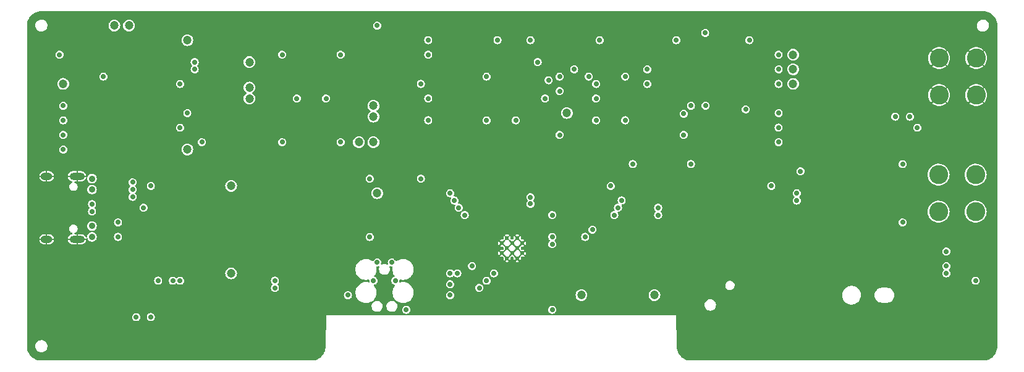
<source format=gbr>
G04 #@! TF.GenerationSoftware,KiCad,Pcbnew,7.0.2*
G04 #@! TF.CreationDate,2024-01-03T16:57:31-08:00*
G04 #@! TF.ProjectId,UsbSourceMeasure,55736253-6f75-4726-9365-4d6561737572,rev?*
G04 #@! TF.SameCoordinates,PX8f0d180PY7270e00*
G04 #@! TF.FileFunction,Copper,L2,Inr*
G04 #@! TF.FilePolarity,Positive*
%FSLAX46Y46*%
G04 Gerber Fmt 4.6, Leading zero omitted, Abs format (unit mm)*
G04 Created by KiCad (PCBNEW 7.0.2) date 2024-01-03 16:57:31*
%MOMM*%
%LPD*%
G01*
G04 APERTURE LIST*
G04 #@! TA.AperFunction,ComponentPad*
%ADD10O,2.100000X1.000000*%
G04 #@! TD*
G04 #@! TA.AperFunction,ComponentPad*
%ADD11O,1.600000X1.000000*%
G04 #@! TD*
G04 #@! TA.AperFunction,ComponentPad*
%ADD12C,2.600000*%
G04 #@! TD*
G04 #@! TA.AperFunction,HeatsinkPad*
%ADD13C,0.600000*%
G04 #@! TD*
G04 #@! TA.AperFunction,ViaPad*
%ADD14C,0.700000*%
G04 #@! TD*
G04 #@! TA.AperFunction,ViaPad*
%ADD15C,1.200000*%
G04 #@! TD*
G04 #@! TA.AperFunction,ViaPad*
%ADD16C,0.900000*%
G04 #@! TD*
G04 APERTURE END LIST*
D10*
X-58109500Y10320000D03*
D11*
X-62289500Y10320000D03*
D10*
X-58109500Y1680000D03*
D11*
X-62289500Y1680000D03*
D12*
X65080000Y21460000D03*
X65080000Y26540000D03*
X60000000Y21460000D03*
X60000000Y26540000D03*
D13*
X2900000Y-240000D03*
X2900000Y1160000D03*
X2200000Y-940000D03*
X2200000Y460000D03*
X2200000Y1860000D03*
X1500000Y-240000D03*
X1500000Y1160000D03*
X800000Y-940000D03*
X800000Y460000D03*
X800000Y1860000D03*
X100000Y-240000D03*
X100000Y1160000D03*
D12*
X65000000Y5460000D03*
X65000000Y10540000D03*
X59920000Y5460000D03*
X59920000Y10540000D03*
D14*
X56000000Y18500000D03*
X54000000Y18500000D03*
X57000000Y17000000D03*
D15*
X-21500000Y22000000D03*
D14*
X-64000000Y15000000D03*
D15*
X15000000Y-6000000D03*
D14*
X-4000000Y24000000D03*
X15000000Y18000000D03*
D15*
X-43000000Y9000000D03*
X-47000000Y14000000D03*
D14*
X-16000000Y-8000000D03*
X-64000000Y19000000D03*
X39000000Y-8500000D03*
X-52000000Y14000000D03*
D15*
X-30500000Y20000000D03*
X-14500000Y22000000D03*
X-14500000Y27000000D03*
D14*
X-50000000Y-8000000D03*
X57500000Y-6000000D03*
X-4000000Y30000000D03*
D15*
X-38000000Y20000000D03*
D14*
X-52000000Y16000000D03*
D15*
X-30500000Y18000000D03*
D14*
X10000000Y30000000D03*
X-31000000Y-10000000D03*
X-52000000Y18000000D03*
X31000000Y12000000D03*
X-4000000Y18000000D03*
X38000000Y10000000D03*
X26000000Y30000000D03*
X-46000000Y-8000000D03*
D15*
X-21500000Y24000000D03*
X-17000000Y4000000D03*
D14*
X-53000000Y10500000D03*
D15*
X-38000000Y24000000D03*
D14*
X21000000Y12000000D03*
X-52000000Y20000000D03*
X20000000Y9000000D03*
X13000000Y9000000D03*
X5500000Y23500000D03*
X-44000000Y-8000000D03*
X33500000Y-9500000D03*
D15*
X40000000Y17000000D03*
D14*
X-60000000Y-11000000D03*
D15*
X-14500000Y17000000D03*
X40000000Y15000000D03*
D14*
X29000000Y21000000D03*
X-31000000Y-8000000D03*
D15*
X-64000000Y23000000D03*
D14*
X15000000Y-4000000D03*
D15*
X40000000Y19000000D03*
D14*
X15000000Y24000000D03*
X35000000Y9000000D03*
D15*
X-58000000Y26000000D03*
X-47000000Y28000000D03*
X-43000000Y-3000000D03*
D14*
X6000000Y19000000D03*
D16*
X-56062500Y8500000D03*
X-56062500Y3500000D03*
X-56062500Y2000000D03*
D15*
X-34500000Y26000000D03*
X-60000000Y23000000D03*
X-34500000Y21000000D03*
D16*
X-56062500Y10000000D03*
D15*
X-34500000Y22500000D03*
D14*
X-17000000Y-1500000D03*
X61000000Y-3000000D03*
D15*
X10990000Y-5990000D03*
D14*
X37000000Y9000000D03*
X-50000000Y-9000000D03*
X-48000000Y-9000000D03*
X15000000Y9000000D03*
D15*
X21000000Y-6000000D03*
D14*
X-49000000Y6000000D03*
D15*
X-37000000Y9000000D03*
D14*
X-21000000Y-6000000D03*
D15*
X-17000000Y8000000D03*
D14*
X-17000000Y31000000D03*
X13500000Y29000000D03*
X17000000Y18000000D03*
X-500000Y29000000D03*
X17000000Y24000000D03*
X26000000Y12000000D03*
D15*
X9000000Y19000000D03*
D14*
X6500000Y23500000D03*
X18037048Y12000000D03*
X-2000000Y18000000D03*
X-2000000Y24000000D03*
X38000000Y23000000D03*
X13000000Y21000000D03*
X8000000Y24000000D03*
X4000000Y29000000D03*
X12000000Y24000000D03*
X20000000Y23000000D03*
X13000000Y18000000D03*
X38000000Y17000000D03*
X38000000Y25000000D03*
X55000000Y12000000D03*
X20000000Y25000000D03*
X38000000Y27000000D03*
X38000000Y19000000D03*
X55000000Y4000000D03*
D15*
X-37000000Y-3000000D03*
X-43000000Y14000000D03*
X-43000000Y29000000D03*
D14*
X2000000Y18000000D03*
D15*
X-53000000Y31000000D03*
X-51000000Y31000000D03*
D14*
X25000000Y18905000D03*
X38000000Y15000000D03*
X-54500000Y24000000D03*
X-60500000Y27000000D03*
X-10000000Y21000000D03*
X34000000Y29000000D03*
X21500000Y6000000D03*
X21500000Y5000000D03*
X-10000000Y27000000D03*
X24000000Y29000000D03*
X7000000Y-8000000D03*
X-13000000Y-8000000D03*
X40500000Y7000000D03*
X-31000000Y-5000000D03*
X11500000Y2000000D03*
X7000000Y1000000D03*
X-50500000Y8500000D03*
X-45000000Y-4000000D03*
X61000000Y-2000000D03*
X-2000000Y-4000000D03*
X61000000Y0D03*
X-1000000Y-3000000D03*
X65000000Y-4000000D03*
X-3000000Y-5000000D03*
X-30000000Y15000000D03*
X-44000000Y17000000D03*
X-43000000Y19000000D03*
X-30000000Y27000000D03*
X-22000000Y27000000D03*
X-44000000Y23000000D03*
X-42000000Y25000000D03*
X-22000000Y15000000D03*
X6000000Y21000000D03*
X10000000Y25000000D03*
X-11000000Y23000000D03*
X16000000Y6000000D03*
X-10000000Y18000000D03*
X16500000Y7000000D03*
X15500000Y5000000D03*
X-10000000Y29000000D03*
X-50500000Y7500000D03*
X-7000000Y-6000000D03*
X41000000Y11000000D03*
X7000000Y5000000D03*
X7000000Y2000000D03*
X12500000Y3000000D03*
X-31000000Y-4000000D03*
X-48000000Y9000000D03*
X-50500000Y9500000D03*
X-44000000Y-4000000D03*
X40500000Y8000000D03*
X8000000Y16000000D03*
X8000000Y22000000D03*
X-6000000Y-3000000D03*
X-15000000Y-1500000D03*
X-14500000Y-4000000D03*
X-7000000Y-3000000D03*
X-17500000Y-4000000D03*
X-7000000Y-4500000D03*
D15*
X-17500000Y18500000D03*
X40000000Y23000000D03*
X-17500000Y20000000D03*
X-17500000Y15000000D03*
X-19500000Y15000000D03*
X40000000Y25000000D03*
D14*
X27950000Y30000000D03*
D15*
X40000000Y27000000D03*
D14*
X-42000000Y26000000D03*
X-24000000Y21000000D03*
X-41000000Y15000000D03*
X-28000000Y21000000D03*
X5000000Y26000000D03*
X33500000Y19500000D03*
X25000000Y16000000D03*
X13000000Y23000000D03*
X-47000000Y-4000000D03*
X-4000000Y-2000000D03*
X-52500000Y2000000D03*
X-56062500Y5500000D03*
X4000000Y7450000D03*
X-56062500Y6500000D03*
X-52500000Y4000000D03*
X4000000Y6550000D03*
X-5821000Y6000000D03*
X-60000000Y16000000D03*
X-60000000Y18000000D03*
X-6410500Y7000000D03*
X-7000000Y8000000D03*
X-60000000Y20000000D03*
X-5000000Y5000000D03*
X-60000000Y14000000D03*
X28000000Y20000000D03*
X-18000000Y10000000D03*
X-11000000Y10000000D03*
X26000000Y20000000D03*
X-18000000Y2000000D03*
G04 #@! TA.AperFunction,Conductor*
G36*
X488873Y-487453D02*
G01*
X550578Y-549157D01*
X791422Y-790000D01*
X780254Y-790000D01*
X722355Y-805514D01*
X665514Y-862354D01*
X647640Y-929060D01*
X411127Y-692547D01*
X401409Y-682830D01*
X108579Y-390000D01*
X119746Y-390000D01*
X177645Y-374486D01*
X234486Y-317646D01*
X252359Y-250938D01*
X488873Y-487453D01*
G37*
G04 #@! TD.AperFunction*
G04 #@! TA.AperFunction,Conductor*
G36*
X665514Y382355D02*
G01*
X722355Y325514D01*
X780254Y310000D01*
X791421Y310000D01*
X490801Y9383D01*
X490796Y9376D01*
X488890Y7469D01*
X252359Y-229061D01*
X234486Y-162355D01*
X177645Y-105514D01*
X119746Y-90000D01*
X108578Y-90000D01*
X382691Y184114D01*
X411128Y212549D01*
X647639Y449062D01*
X665514Y382355D01*
G37*
G04 #@! TD.AperFunction*
G04 #@! TA.AperFunction,Conductor*
G36*
X1365514Y-317645D02*
G01*
X1422355Y-374486D01*
X1480254Y-390000D01*
X1491421Y-390000D01*
X1190801Y-690617D01*
X1190796Y-690624D01*
X1188890Y-692531D01*
X952359Y-929060D01*
X934486Y-862355D01*
X877645Y-805514D01*
X819746Y-790000D01*
X808578Y-790000D01*
X1082691Y-515886D01*
X1111128Y-487451D01*
X1347639Y-250938D01*
X1365514Y-317645D01*
G37*
G04 #@! TD.AperFunction*
G04 #@! TA.AperFunction,Conductor*
G36*
X1888873Y-487452D02*
G01*
X2191422Y-790000D01*
X2180254Y-790000D01*
X2122355Y-805514D01*
X2065514Y-862354D01*
X2047640Y-929060D01*
X1811127Y-692547D01*
X1801409Y-682830D01*
X1508579Y-390000D01*
X1519746Y-390000D01*
X1577645Y-374486D01*
X1634486Y-317646D01*
X1652360Y-250938D01*
X1888873Y-487452D01*
G37*
G04 #@! TD.AperFunction*
G04 #@! TA.AperFunction,Conductor*
G36*
X665514Y1782355D02*
G01*
X722355Y1725514D01*
X780254Y1710000D01*
X791421Y1710000D01*
X490801Y1409383D01*
X490796Y1409376D01*
X488890Y1407469D01*
X252359Y1170940D01*
X234486Y1237645D01*
X177645Y1294486D01*
X119746Y1310000D01*
X108578Y1310000D01*
X382691Y1584114D01*
X411128Y1612549D01*
X647639Y1849062D01*
X665514Y1782355D01*
G37*
G04 #@! TD.AperFunction*
G04 #@! TA.AperFunction,Conductor*
G36*
X1365514Y1082355D02*
G01*
X1422355Y1025514D01*
X1480254Y1010000D01*
X1491421Y1010000D01*
X1190801Y709383D01*
X1190796Y709376D01*
X1188890Y707469D01*
X952359Y470939D01*
X934486Y537645D01*
X877645Y594486D01*
X819746Y610000D01*
X808578Y610000D01*
X1082691Y884114D01*
X1111128Y912549D01*
X1347639Y1149062D01*
X1365514Y1082355D01*
G37*
G04 #@! TD.AperFunction*
G04 #@! TA.AperFunction,Conductor*
G36*
X2065514Y382355D02*
G01*
X2122355Y325514D01*
X2180254Y310000D01*
X2191421Y310000D01*
X1890801Y9383D01*
X1890796Y9376D01*
X1888890Y7469D01*
X1652359Y-229060D01*
X1634486Y-162355D01*
X1577645Y-105514D01*
X1519746Y-90000D01*
X1508576Y-90000D01*
X1780271Y181694D01*
X1811127Y212548D01*
X2047639Y449062D01*
X2065514Y382355D01*
G37*
G04 #@! TD.AperFunction*
G04 #@! TA.AperFunction,Conductor*
G36*
X2765514Y-317645D02*
G01*
X2822355Y-374486D01*
X2880254Y-390000D01*
X2891421Y-390000D01*
X2590801Y-690617D01*
X2590796Y-690624D01*
X2588890Y-692531D01*
X2352359Y-929060D01*
X2334486Y-862355D01*
X2277645Y-805514D01*
X2219746Y-790000D01*
X2208578Y-790000D01*
X2482691Y-515886D01*
X2511128Y-487451D01*
X2747639Y-250938D01*
X2765514Y-317645D01*
G37*
G04 #@! TD.AperFunction*
G04 #@! TA.AperFunction,Conductor*
G36*
X1188873Y212547D02*
G01*
X1250578Y150843D01*
X1491422Y-90000D01*
X1480254Y-90000D01*
X1422355Y-105514D01*
X1365514Y-162354D01*
X1347640Y-229060D01*
X1111127Y7452D01*
X1109220Y9358D01*
X1109217Y9363D01*
X808579Y310000D01*
X819746Y310000D01*
X877645Y325514D01*
X934486Y382354D01*
X952359Y449062D01*
X1188873Y212547D01*
G37*
G04 #@! TD.AperFunction*
G04 #@! TA.AperFunction,Conductor*
G36*
X2588873Y212547D02*
G01*
X2650578Y150843D01*
X2891422Y-90000D01*
X2880254Y-90000D01*
X2822355Y-105514D01*
X2765514Y-162354D01*
X2747640Y-229060D01*
X2511127Y7453D01*
X2501409Y17170D01*
X2208579Y310000D01*
X2219746Y310000D01*
X2277645Y325514D01*
X2334486Y382354D01*
X2352359Y449062D01*
X2588873Y212547D01*
G37*
G04 #@! TD.AperFunction*
G04 #@! TA.AperFunction,Conductor*
G36*
X2065514Y1782355D02*
G01*
X2122355Y1725514D01*
X2180254Y1710000D01*
X2191421Y1710000D01*
X1890801Y1409383D01*
X1890796Y1409376D01*
X1888890Y1407469D01*
X1652359Y1170939D01*
X1634486Y1237645D01*
X1577645Y1294486D01*
X1519746Y1310000D01*
X1508578Y1310000D01*
X1782691Y1584114D01*
X1811128Y1612549D01*
X2047639Y1849062D01*
X2065514Y1782355D01*
G37*
G04 #@! TD.AperFunction*
G04 #@! TA.AperFunction,Conductor*
G36*
X2765514Y1082355D02*
G01*
X2822355Y1025514D01*
X2880254Y1010000D01*
X2891421Y1010000D01*
X2590801Y709383D01*
X2590796Y709376D01*
X2588890Y707469D01*
X2352359Y470939D01*
X2334486Y537645D01*
X2277645Y594486D01*
X2219746Y610000D01*
X2208578Y610000D01*
X2482691Y884114D01*
X2511128Y912549D01*
X2747639Y1149062D01*
X2765514Y1082355D01*
G37*
G04 #@! TD.AperFunction*
G04 #@! TA.AperFunction,Conductor*
G36*
X488873Y912548D02*
G01*
X791422Y610000D01*
X780254Y610000D01*
X722355Y594486D01*
X665514Y537646D01*
X647640Y470940D01*
X411127Y707453D01*
X401409Y717170D01*
X108579Y1010000D01*
X119746Y1010000D01*
X177645Y1025514D01*
X234486Y1082354D01*
X252360Y1149062D01*
X488873Y912548D01*
G37*
G04 #@! TD.AperFunction*
G04 #@! TA.AperFunction,Conductor*
G36*
X1888873Y912547D02*
G01*
X1950578Y850843D01*
X2191422Y610000D01*
X2180254Y610000D01*
X2122355Y594486D01*
X2065514Y537646D01*
X2047640Y470940D01*
X1811127Y707453D01*
X1801409Y717170D01*
X1508579Y1010000D01*
X1519746Y1010000D01*
X1577645Y1025514D01*
X1634486Y1082354D01*
X1652359Y1149062D01*
X1888873Y912547D01*
G37*
G04 #@! TD.AperFunction*
G04 #@! TA.AperFunction,Conductor*
G36*
X1188873Y1612548D02*
G01*
X1491422Y1310000D01*
X1480254Y1310000D01*
X1422355Y1294486D01*
X1365514Y1237646D01*
X1347640Y1170940D01*
X1111127Y1407453D01*
X1088582Y1429997D01*
X808579Y1710000D01*
X819746Y1710000D01*
X877645Y1725514D01*
X934486Y1782354D01*
X952360Y1849062D01*
X1188873Y1612548D01*
G37*
G04 #@! TD.AperFunction*
G04 #@! TA.AperFunction,Conductor*
G36*
X2588873Y1612547D02*
G01*
X2650578Y1550843D01*
X2891422Y1310000D01*
X2880254Y1310000D01*
X2822355Y1294486D01*
X2765514Y1237646D01*
X2747640Y1170940D01*
X2511127Y1407452D01*
X2509220Y1409358D01*
X2509217Y1409363D01*
X2208579Y1710000D01*
X2219746Y1710000D01*
X2277645Y1725514D01*
X2334486Y1782354D01*
X2352359Y1849062D01*
X2588873Y1612547D01*
G37*
G04 #@! TD.AperFunction*
G04 #@! TA.AperFunction,Conductor*
G36*
X66003234Y32974289D02*
G01*
X66251254Y32958033D01*
X66264078Y32956344D01*
X66504679Y32908486D01*
X66517179Y32905137D01*
X66749474Y32826283D01*
X66761421Y32821334D01*
X66949345Y32728660D01*
X66981430Y32712837D01*
X66992645Y32706362D01*
X67196605Y32570080D01*
X67206878Y32562197D01*
X67391303Y32400461D01*
X67400460Y32391304D01*
X67562196Y32206879D01*
X67570079Y32196606D01*
X67706361Y31992646D01*
X67712836Y31981431D01*
X67821329Y31761430D01*
X67826285Y31749466D01*
X67905134Y31517185D01*
X67908486Y31504676D01*
X67956342Y31264087D01*
X67958032Y31251248D01*
X67974288Y31003236D01*
X67974500Y30996761D01*
X67974500Y-12996759D01*
X67974288Y-13003234D01*
X67958032Y-13251247D01*
X67956342Y-13264086D01*
X67908486Y-13504675D01*
X67905134Y-13517184D01*
X67826285Y-13749465D01*
X67821329Y-13761429D01*
X67712836Y-13981430D01*
X67706361Y-13992645D01*
X67570079Y-14196605D01*
X67562196Y-14206878D01*
X67400460Y-14391303D01*
X67391303Y-14400460D01*
X67206878Y-14562196D01*
X67196605Y-14570079D01*
X66992645Y-14706361D01*
X66981430Y-14712836D01*
X66761429Y-14821329D01*
X66749465Y-14826285D01*
X66517184Y-14905134D01*
X66504675Y-14908486D01*
X66264086Y-14956342D01*
X66251247Y-14958032D01*
X66003235Y-14974288D01*
X65996760Y-14974500D01*
X26003240Y-14974500D01*
X25996765Y-14974288D01*
X25748752Y-14958032D01*
X25735913Y-14956342D01*
X25495324Y-14908486D01*
X25482815Y-14905134D01*
X25250534Y-14826285D01*
X25238570Y-14821329D01*
X25236917Y-14820514D01*
X25210817Y-14807643D01*
X25018569Y-14712836D01*
X25007354Y-14706361D01*
X24803394Y-14570079D01*
X24793121Y-14562196D01*
X24608696Y-14400460D01*
X24599539Y-14391303D01*
X24437803Y-14206878D01*
X24429920Y-14196605D01*
X24293638Y-13992645D01*
X24287163Y-13981430D01*
X24203578Y-13811937D01*
X24178666Y-13761421D01*
X24173717Y-13749474D01*
X24094863Y-13517179D01*
X24091513Y-13504675D01*
X24043657Y-13264086D01*
X24041967Y-13251247D01*
X24040077Y-13222417D01*
X24025712Y-13003234D01*
X24025500Y-12996759D01*
X24025500Y-10870482D01*
X24025500Y-10867242D01*
X24000847Y-10679984D01*
X24000000Y-10667062D01*
X24000000Y-8750001D01*
X24000000Y-8750000D01*
X7031173Y-8750000D01*
X7003820Y-8741112D01*
X6968827Y-8750000D01*
X-12968827Y-8750000D01*
X-12996180Y-8741112D01*
X-13031173Y-8750000D01*
X-24000000Y-8750000D01*
X-24000000Y-8750001D01*
X-24000000Y-10667062D01*
X-24000847Y-10679984D01*
X-24025500Y-10867242D01*
X-24025501Y-10870468D01*
X-24025501Y-10870483D01*
X-24025501Y-11014616D01*
X-24025500Y-11014621D01*
X-24025500Y-12996759D01*
X-24025712Y-13003234D01*
X-24041968Y-13251247D01*
X-24043658Y-13264086D01*
X-24091514Y-13504675D01*
X-24094866Y-13517184D01*
X-24173715Y-13749465D01*
X-24178671Y-13761429D01*
X-24287164Y-13981430D01*
X-24293639Y-13992645D01*
X-24429921Y-14196605D01*
X-24437804Y-14206878D01*
X-24599540Y-14391303D01*
X-24608697Y-14400460D01*
X-24793122Y-14562196D01*
X-24803395Y-14570079D01*
X-25007355Y-14706361D01*
X-25018570Y-14712836D01*
X-25238571Y-14821329D01*
X-25250535Y-14826285D01*
X-25482816Y-14905134D01*
X-25495325Y-14908486D01*
X-25735914Y-14956342D01*
X-25748753Y-14958032D01*
X-25996765Y-14974288D01*
X-26003240Y-14974500D01*
X-62996760Y-14974500D01*
X-63003235Y-14974288D01*
X-63251248Y-14958032D01*
X-63264087Y-14956342D01*
X-63504676Y-14908486D01*
X-63517185Y-14905134D01*
X-63749466Y-14826285D01*
X-63761430Y-14821329D01*
X-63763083Y-14820514D01*
X-63789183Y-14807643D01*
X-63981431Y-14712836D01*
X-63992646Y-14706361D01*
X-64196606Y-14570079D01*
X-64206879Y-14562196D01*
X-64391304Y-14400460D01*
X-64400461Y-14391303D01*
X-64562197Y-14206878D01*
X-64570080Y-14196605D01*
X-64706362Y-13992645D01*
X-64712837Y-13981430D01*
X-64796422Y-13811937D01*
X-64821334Y-13761421D01*
X-64826283Y-13749474D01*
X-64905137Y-13517179D01*
X-64908487Y-13504675D01*
X-64956343Y-13264086D01*
X-64958033Y-13251247D01*
X-64959923Y-13222417D01*
X-64974288Y-13003234D01*
X-64974500Y-12996759D01*
X-64974500Y-12954989D01*
X-63830156Y-12954989D01*
X-63820422Y-13134504D01*
X-63772329Y-13307718D01*
X-63772328Y-13307720D01*
X-63772327Y-13307723D01*
X-63688119Y-13466556D01*
X-63645115Y-13517184D01*
X-63571735Y-13603574D01*
X-63428620Y-13712368D01*
X-63428619Y-13712368D01*
X-63428618Y-13712369D01*
X-63265459Y-13787854D01*
X-63177673Y-13807176D01*
X-63089889Y-13826500D01*
X-63089887Y-13826500D01*
X-62957864Y-13826500D01*
X-62955184Y-13826500D01*
X-62821279Y-13811937D01*
X-62650915Y-13754535D01*
X-62496874Y-13661851D01*
X-62496874Y-13661850D01*
X-62496871Y-13661849D01*
X-62366360Y-13538222D01*
X-62366360Y-13538221D01*
X-62366358Y-13538220D01*
X-62265471Y-13389423D01*
X-62198930Y-13222416D01*
X-62169845Y-13045010D01*
X-62179578Y-12865499D01*
X-62227673Y-12692277D01*
X-62311881Y-12533444D01*
X-62428265Y-12396426D01*
X-62428266Y-12396425D01*
X-62571381Y-12287631D01*
X-62662523Y-12245465D01*
X-62734541Y-12212146D01*
X-62734543Y-12212145D01*
X-62734544Y-12212145D01*
X-62910111Y-12173500D01*
X-62910113Y-12173500D01*
X-63044816Y-12173500D01*
X-63047469Y-12173788D01*
X-63047478Y-12173789D01*
X-63178721Y-12188062D01*
X-63349086Y-12245465D01*
X-63503130Y-12338150D01*
X-63633641Y-12461777D01*
X-63734530Y-12610577D01*
X-63801070Y-12777582D01*
X-63830156Y-12954989D01*
X-64974500Y-12954989D01*
X-64974500Y-8999999D01*
X-50555250Y-8999999D01*
X-50536331Y-9143709D01*
X-50497108Y-9238401D01*
X-50480861Y-9277625D01*
X-50442550Y-9327552D01*
X-50392622Y-9392621D01*
X-50342694Y-9430932D01*
X-50277625Y-9480861D01*
X-50182933Y-9520083D01*
X-50143710Y-9536330D01*
X-50126992Y-9538531D01*
X-50000000Y-9555250D01*
X-49856291Y-9536330D01*
X-49722375Y-9480861D01*
X-49607379Y-9392621D01*
X-49519139Y-9277625D01*
X-49463670Y-9143709D01*
X-49444750Y-9000000D01*
X-48555250Y-9000000D01*
X-48536331Y-9143709D01*
X-48497108Y-9238401D01*
X-48480861Y-9277625D01*
X-48442550Y-9327552D01*
X-48392622Y-9392621D01*
X-48342694Y-9430932D01*
X-48277625Y-9480861D01*
X-48182933Y-9520083D01*
X-48143710Y-9536330D01*
X-48126992Y-9538531D01*
X-48000000Y-9555250D01*
X-47856291Y-9536330D01*
X-47722375Y-9480861D01*
X-47607379Y-9392621D01*
X-47519139Y-9277625D01*
X-47463670Y-9143709D01*
X-47444750Y-9000000D01*
X-47463670Y-8856291D01*
X-47519139Y-8722375D01*
X-47569068Y-8657306D01*
X-47607379Y-8607378D01*
X-47672448Y-8557450D01*
X-47722375Y-8519139D01*
X-47761599Y-8502892D01*
X-47856291Y-8463669D01*
X-48000000Y-8444750D01*
X-48143710Y-8463669D01*
X-48277625Y-8519139D01*
X-48392622Y-8607378D01*
X-48480861Y-8722375D01*
X-48536331Y-8856290D01*
X-48555250Y-9000000D01*
X-49444750Y-9000000D01*
X-49463670Y-8856291D01*
X-49519139Y-8722375D01*
X-49569068Y-8657306D01*
X-49607379Y-8607378D01*
X-49672448Y-8557450D01*
X-49722375Y-8519139D01*
X-49761599Y-8502892D01*
X-49856291Y-8463669D01*
X-50000000Y-8444750D01*
X-50143710Y-8463669D01*
X-50277625Y-8519139D01*
X-50392622Y-8607378D01*
X-50480861Y-8722375D01*
X-50536331Y-8856290D01*
X-50555250Y-8999999D01*
X-64974500Y-8999999D01*
X-64974500Y-7583661D01*
X-17765607Y-7583661D01*
X-17735333Y-7755355D01*
X-17666280Y-7915436D01*
X-17666279Y-7915438D01*
X-17562168Y-8055283D01*
X-17486230Y-8119003D01*
X-17428617Y-8167347D01*
X-17428616Y-8167347D01*
X-17428614Y-8167349D01*
X-17272815Y-8245594D01*
X-17272814Y-8245594D01*
X-17272812Y-8245595D01*
X-17103173Y-8285800D01*
X-17103171Y-8285800D01*
X-16975448Y-8285800D01*
X-16972564Y-8285800D01*
X-16842836Y-8270637D01*
X-16679007Y-8211008D01*
X-16533346Y-8115205D01*
X-16413704Y-7988393D01*
X-16326533Y-7837407D01*
X-16276531Y-7670388D01*
X-16271479Y-7583661D01*
X-15733607Y-7583661D01*
X-15703333Y-7755355D01*
X-15634280Y-7915436D01*
X-15634279Y-7915438D01*
X-15530168Y-8055283D01*
X-15454230Y-8119003D01*
X-15396617Y-8167347D01*
X-15396616Y-8167347D01*
X-15396614Y-8167349D01*
X-15240815Y-8245594D01*
X-15240814Y-8245594D01*
X-15240812Y-8245595D01*
X-15071173Y-8285800D01*
X-15071171Y-8285800D01*
X-14943448Y-8285800D01*
X-14940564Y-8285800D01*
X-14810836Y-8270637D01*
X-14647007Y-8211008D01*
X-14501346Y-8115205D01*
X-14392655Y-8000000D01*
X-13555250Y-8000000D01*
X-13536331Y-8143709D01*
X-13497108Y-8238401D01*
X-13480861Y-8277625D01*
X-13442550Y-8327552D01*
X-13392622Y-8392621D01*
X-13342694Y-8430932D01*
X-13277625Y-8480861D01*
X-13185212Y-8519139D01*
X-13143710Y-8536330D01*
X-13088156Y-8543643D01*
X-13018251Y-8552847D01*
X-13001626Y-8560776D01*
X-12981750Y-8552847D01*
X-12856291Y-8536330D01*
X-12722375Y-8480861D01*
X-12607379Y-8392621D01*
X-12519139Y-8277625D01*
X-12463670Y-8143709D01*
X-12444750Y-8000000D01*
X6444750Y-8000000D01*
X6463669Y-8143709D01*
X6502892Y-8238401D01*
X6519139Y-8277625D01*
X6557450Y-8327552D01*
X6607378Y-8392621D01*
X6657306Y-8430932D01*
X6722375Y-8480861D01*
X6814788Y-8519139D01*
X6856290Y-8536330D01*
X6911844Y-8543643D01*
X6981749Y-8552847D01*
X6998374Y-8560776D01*
X7018250Y-8552847D01*
X7143709Y-8536330D01*
X7277625Y-8480861D01*
X7392621Y-8392621D01*
X7480861Y-8277625D01*
X7536330Y-8143709D01*
X7555250Y-8000000D01*
X7536330Y-7856291D01*
X7480861Y-7722375D01*
X7430932Y-7657306D01*
X7392621Y-7607378D01*
X7327552Y-7557450D01*
X7277625Y-7519139D01*
X7222578Y-7496338D01*
X7143709Y-7463669D01*
X7000000Y-7444750D01*
X6856290Y-7463669D01*
X6722375Y-7519139D01*
X6607378Y-7607378D01*
X6519139Y-7722375D01*
X6463669Y-7856290D01*
X6444750Y-8000000D01*
X-12444750Y-8000000D01*
X-12463670Y-7856291D01*
X-12519139Y-7722375D01*
X-12569068Y-7657306D01*
X-12607379Y-7607378D01*
X-12672448Y-7557450D01*
X-12722375Y-7519139D01*
X-12777422Y-7496338D01*
X-12856291Y-7463669D01*
X-13000000Y-7444750D01*
X-13143710Y-7463669D01*
X-13277625Y-7519139D01*
X-13392622Y-7607378D01*
X-13480861Y-7722375D01*
X-13536331Y-7856290D01*
X-13555250Y-8000000D01*
X-14392655Y-8000000D01*
X-14381704Y-7988393D01*
X-14294533Y-7837407D01*
X-14244531Y-7670388D01*
X-14234393Y-7496340D01*
X-14261343Y-7343503D01*
X27876090Y-7343503D01*
X27895656Y-7517163D01*
X27927225Y-7607378D01*
X27953375Y-7682109D01*
X28046350Y-7830079D01*
X28169921Y-7953650D01*
X28317891Y-8046625D01*
X28482840Y-8104344D01*
X28612945Y-8119003D01*
X28615712Y-8119003D01*
X28697282Y-8119003D01*
X28700049Y-8119003D01*
X28830154Y-8104344D01*
X28995103Y-8046625D01*
X29143073Y-7953650D01*
X29266644Y-7830079D01*
X29359619Y-7682109D01*
X29417338Y-7517160D01*
X29436904Y-7343503D01*
X29417338Y-7169846D01*
X29415489Y-7164563D01*
X29392679Y-7099377D01*
X29359619Y-7004897D01*
X29266644Y-6856927D01*
X29143073Y-6733356D01*
X28995103Y-6640381D01*
X28984150Y-6636548D01*
X28830156Y-6582662D01*
X28702794Y-6568312D01*
X28702789Y-6568311D01*
X28700049Y-6568003D01*
X28612945Y-6568003D01*
X28610205Y-6568311D01*
X28610199Y-6568312D01*
X28482837Y-6582662D01*
X28317893Y-6640380D01*
X28169922Y-6733355D01*
X28046349Y-6856928D01*
X28011336Y-6912652D01*
X27956643Y-6999697D01*
X27953374Y-7004899D01*
X27895656Y-7169842D01*
X27876090Y-7343503D01*
X-14261343Y-7343503D01*
X-14264668Y-7324646D01*
X-14264668Y-7324644D01*
X-14331442Y-7169846D01*
X-14333721Y-7164562D01*
X-14437832Y-7024717D01*
X-14509686Y-6964424D01*
X-14571384Y-6912652D01*
X-14727189Y-6834404D01*
X-14896827Y-6794200D01*
X-14896829Y-6794200D01*
X-15027436Y-6794200D01*
X-15030292Y-6794533D01*
X-15030296Y-6794534D01*
X-15157164Y-6809363D01*
X-15320995Y-6868992D01*
X-15466654Y-6964794D01*
X-15586296Y-7091606D01*
X-15673467Y-7242593D01*
X-15723469Y-7409611D01*
X-15733607Y-7583661D01*
X-16271479Y-7583661D01*
X-16266393Y-7496340D01*
X-16296668Y-7324646D01*
X-16296668Y-7324644D01*
X-16363442Y-7169846D01*
X-16365721Y-7164562D01*
X-16469832Y-7024717D01*
X-16541686Y-6964424D01*
X-16603384Y-6912652D01*
X-16759189Y-6834404D01*
X-16928827Y-6794200D01*
X-16928829Y-6794200D01*
X-17059436Y-6794200D01*
X-17062292Y-6794533D01*
X-17062296Y-6794534D01*
X-17189164Y-6809363D01*
X-17352995Y-6868992D01*
X-17498654Y-6964794D01*
X-17618296Y-7091606D01*
X-17705467Y-7242593D01*
X-17755469Y-7409611D01*
X-17765607Y-7583661D01*
X-64974500Y-7583661D01*
X-64974500Y-6000000D01*
X-21555250Y-6000000D01*
X-21536331Y-6143709D01*
X-21512587Y-6201031D01*
X-21480861Y-6277625D01*
X-21442550Y-6327552D01*
X-21392622Y-6392621D01*
X-21351494Y-6424179D01*
X-21277625Y-6480861D01*
X-21182933Y-6520083D01*
X-21143710Y-6536330D01*
X-21124791Y-6538820D01*
X-21000000Y-6555250D01*
X-20856291Y-6536330D01*
X-20722375Y-6480861D01*
X-20607379Y-6392621D01*
X-20519139Y-6277625D01*
X-20463670Y-6143709D01*
X-20444750Y-6000000D01*
X-20463670Y-5856291D01*
X-20505977Y-5754152D01*
X-19977950Y-5754152D01*
X-19970471Y-5798968D01*
X-19938727Y-5989204D01*
X-19915296Y-6057456D01*
X-19861349Y-6214597D01*
X-19747929Y-6424179D01*
X-19601560Y-6612235D01*
X-19426234Y-6773633D01*
X-19226734Y-6903973D01*
X-19226729Y-6903975D01*
X-19088921Y-6964424D01*
X-19008502Y-6999699D01*
X-18777490Y-7058199D01*
X-18599472Y-7072950D01*
X-18597438Y-7072950D01*
X-18482562Y-7072950D01*
X-18480528Y-7072950D01*
X-18302510Y-7058199D01*
X-18071498Y-6999699D01*
X-17853266Y-6903973D01*
X-17653766Y-6773633D01*
X-17478440Y-6612235D01*
X-17332071Y-6424179D01*
X-17218651Y-6214597D01*
X-17141274Y-5989206D01*
X-17102050Y-5754152D01*
X-17102050Y-5515848D01*
X-17141274Y-5280794D01*
X-17218651Y-5055403D01*
X-17332071Y-4845821D01*
X-17385150Y-4777625D01*
X-17446655Y-4698602D01*
X-17467476Y-4641068D01*
X-17450503Y-4582284D01*
X-17402219Y-4544703D01*
X-17381453Y-4539642D01*
X-17356291Y-4536330D01*
X-17222375Y-4480861D01*
X-17107379Y-4392621D01*
X-17019139Y-4277625D01*
X-16963670Y-4143709D01*
X-16944750Y-4000000D01*
X-16963670Y-3856291D01*
X-17019139Y-3722375D01*
X-17090162Y-3629816D01*
X-17107379Y-3607378D01*
X-17222375Y-3519139D01*
X-17344168Y-3468691D01*
X-17390693Y-3428954D01*
X-17404977Y-3369459D01*
X-17384408Y-3316421D01*
X-17332071Y-3249179D01*
X-17218651Y-3039597D01*
X-17141274Y-2814206D01*
X-17102050Y-2579152D01*
X-17102050Y-2340848D01*
X-17131061Y-2166998D01*
X-17121989Y-2106491D01*
X-17079084Y-2062870D01*
X-17020491Y-2052552D01*
X-17000000Y-2055250D01*
X-16856291Y-2036330D01*
X-16810664Y-2017430D01*
X-16749671Y-2012630D01*
X-16697502Y-2044599D01*
X-16674086Y-2101126D01*
X-16687041Y-2158389D01*
X-16689466Y-2162588D01*
X-16739469Y-2329611D01*
X-16749607Y-2503661D01*
X-16719333Y-2675355D01*
X-16659438Y-2814206D01*
X-16650279Y-2835438D01*
X-16546168Y-2975283D01*
X-16474756Y-3035205D01*
X-16412617Y-3087347D01*
X-16412616Y-3087347D01*
X-16412614Y-3087349D01*
X-16256815Y-3165594D01*
X-16256814Y-3165594D01*
X-16256812Y-3165595D01*
X-16087173Y-3205800D01*
X-16087171Y-3205800D01*
X-15959448Y-3205800D01*
X-15956564Y-3205800D01*
X-15826836Y-3190637D01*
X-15663007Y-3131008D01*
X-15517346Y-3035205D01*
X-15397704Y-2908393D01*
X-15310533Y-2757407D01*
X-15260531Y-2590388D01*
X-15250393Y-2416340D01*
X-15280668Y-2244646D01*
X-15280668Y-2244644D01*
X-15323221Y-2145996D01*
X-15328909Y-2085076D01*
X-15297702Y-2032447D01*
X-15241520Y-2008213D01*
X-15194433Y-2015319D01*
X-15143709Y-2036330D01*
X-15000000Y-2055250D01*
X-14979512Y-2052552D01*
X-14919353Y-2063701D01*
X-14877235Y-2108083D01*
X-14868940Y-2167000D01*
X-14897950Y-2340848D01*
X-14897950Y-2579152D01*
X-14886969Y-2644959D01*
X-14858727Y-2814204D01*
X-14781349Y-3039597D01*
X-14667929Y-3249179D01*
X-14615594Y-3316420D01*
X-14594773Y-3373954D01*
X-14611746Y-3432738D01*
X-14655833Y-3468691D01*
X-14777626Y-3519139D01*
X-14892622Y-3607378D01*
X-14980861Y-3722375D01*
X-15036331Y-3856290D01*
X-15055250Y-4000000D01*
X-15036331Y-4143709D01*
X-15008126Y-4211801D01*
X-14980861Y-4277625D01*
X-14949363Y-4318674D01*
X-14892622Y-4392621D01*
X-14855040Y-4421458D01*
X-14777625Y-4480861D01*
X-14643709Y-4536330D01*
X-14618550Y-4539642D01*
X-14563325Y-4565982D01*
X-14534129Y-4619752D01*
X-14542114Y-4680414D01*
X-14553346Y-4698601D01*
X-14667927Y-4845816D01*
X-14781349Y-5055402D01*
X-14858727Y-5280795D01*
X-14886086Y-5444750D01*
X-14897950Y-5515848D01*
X-14897950Y-5754152D01*
X-14890471Y-5798968D01*
X-14858727Y-5989204D01*
X-14835296Y-6057456D01*
X-14781349Y-6214597D01*
X-14667929Y-6424179D01*
X-14521560Y-6612235D01*
X-14346234Y-6773633D01*
X-14146734Y-6903973D01*
X-14146729Y-6903975D01*
X-14008921Y-6964424D01*
X-13928502Y-6999699D01*
X-13697490Y-7058199D01*
X-13519472Y-7072950D01*
X-13517438Y-7072950D01*
X-13402562Y-7072950D01*
X-13400528Y-7072950D01*
X-13222510Y-7058199D01*
X-12991498Y-6999699D01*
X-12773266Y-6903973D01*
X-12573766Y-6773633D01*
X-12398440Y-6612235D01*
X-12252071Y-6424179D01*
X-12138651Y-6214597D01*
X-12064980Y-6000000D01*
X-7555250Y-6000000D01*
X-7536331Y-6143709D01*
X-7512587Y-6201031D01*
X-7480861Y-6277625D01*
X-7442550Y-6327552D01*
X-7392622Y-6392621D01*
X-7351494Y-6424179D01*
X-7277625Y-6480861D01*
X-7182933Y-6520083D01*
X-7143710Y-6536330D01*
X-7126992Y-6538531D01*
X-7000000Y-6555250D01*
X-6856291Y-6536330D01*
X-6722375Y-6480861D01*
X-6607379Y-6392621D01*
X-6519139Y-6277625D01*
X-6463670Y-6143709D01*
X-6444750Y-6000000D01*
X-6446067Y-5990000D01*
X10184435Y-5990000D01*
X10204632Y-6169258D01*
X10245123Y-6284973D01*
X10264211Y-6339522D01*
X10360184Y-6492262D01*
X10487738Y-6619816D01*
X10640478Y-6715789D01*
X10748851Y-6753710D01*
X10810741Y-6775367D01*
X10810742Y-6775367D01*
X10810745Y-6775368D01*
X10990000Y-6795565D01*
X11169255Y-6775368D01*
X11339522Y-6715789D01*
X11492262Y-6619816D01*
X11619816Y-6492262D01*
X11715789Y-6339522D01*
X11775368Y-6169255D01*
X11794438Y-6000000D01*
X20194435Y-6000000D01*
X20214632Y-6179258D01*
X20251624Y-6284973D01*
X20274211Y-6349522D01*
X20370184Y-6502262D01*
X20497738Y-6629816D01*
X20650478Y-6725789D01*
X20758851Y-6763710D01*
X20820741Y-6785367D01*
X20820742Y-6785367D01*
X20820745Y-6785368D01*
X21000000Y-6805565D01*
X21179255Y-6785368D01*
X21349522Y-6725789D01*
X21502262Y-6629816D01*
X21629816Y-6502262D01*
X21725789Y-6349522D01*
X21785368Y-6179255D01*
X21799092Y-6057454D01*
X46720633Y-6057454D01*
X46751452Y-6284971D01*
X46822401Y-6503330D01*
X46931200Y-6705512D01*
X47074345Y-6885012D01*
X47105981Y-6912651D01*
X47247249Y-7036072D01*
X47444344Y-7153831D01*
X47659298Y-7234505D01*
X47885203Y-7275500D01*
X48055064Y-7275500D01*
X48057287Y-7275500D01*
X48228670Y-7260075D01*
X48449990Y-7198995D01*
X48656848Y-7099378D01*
X48842593Y-6964425D01*
X49001257Y-6798476D01*
X49127740Y-6606863D01*
X49217976Y-6395744D01*
X49269066Y-6171907D01*
X49276786Y-6000000D01*
X51144537Y-6000000D01*
X51164337Y-6201031D01*
X51222976Y-6394341D01*
X51318200Y-6572492D01*
X51346408Y-6606863D01*
X51446353Y-6728647D01*
X51544706Y-6809363D01*
X51602507Y-6856799D01*
X51780658Y-6952023D01*
X51877313Y-6981342D01*
X51973967Y-7010662D01*
X52124620Y-7025500D01*
X52127059Y-7025500D01*
X52872941Y-7025500D01*
X52875380Y-7025500D01*
X53026033Y-7010662D01*
X53219341Y-6952023D01*
X53397494Y-6856798D01*
X53553647Y-6728647D01*
X53681798Y-6572494D01*
X53777023Y-6394341D01*
X53835662Y-6201033D01*
X53855462Y-6000000D01*
X53835662Y-5798967D01*
X53777545Y-5607379D01*
X53777023Y-5605658D01*
X53681799Y-5427507D01*
X53626548Y-5360184D01*
X53553647Y-5271353D01*
X53397494Y-5143202D01*
X53397495Y-5143202D01*
X53397492Y-5143200D01*
X53219341Y-5047976D01*
X53026031Y-4989337D01*
X52877812Y-4974739D01*
X52877801Y-4974738D01*
X52875380Y-4974500D01*
X52124620Y-4974500D01*
X52122199Y-4974738D01*
X52122187Y-4974739D01*
X51973968Y-4989337D01*
X51780658Y-5047976D01*
X51602507Y-5143200D01*
X51446353Y-5271353D01*
X51318200Y-5427507D01*
X51222976Y-5605658D01*
X51164337Y-5798968D01*
X51144537Y-6000000D01*
X49276786Y-6000000D01*
X49279366Y-5942544D01*
X49248547Y-5715027D01*
X49177599Y-5496670D01*
X49068801Y-5294490D01*
X49068799Y-5294487D01*
X48925654Y-5114987D01*
X48794039Y-5000000D01*
X48752751Y-4963928D01*
X48555656Y-4846169D01*
X48435315Y-4801004D01*
X48340703Y-4765495D01*
X48114797Y-4724500D01*
X47942713Y-4724500D01*
X47940510Y-4724698D01*
X47940493Y-4724699D01*
X47771330Y-4739924D01*
X47550009Y-4801004D01*
X47343151Y-4900622D01*
X47157405Y-5035575D01*
X46998746Y-5201519D01*
X46872258Y-5393140D01*
X46802970Y-5555249D01*
X46782024Y-5604256D01*
X46773756Y-5640480D01*
X46730933Y-5828095D01*
X46720633Y-6057454D01*
X21799092Y-6057454D01*
X21805565Y-6000000D01*
X21785368Y-5820745D01*
X21781867Y-5810741D01*
X21748376Y-5715028D01*
X21725789Y-5650478D01*
X21629816Y-5497738D01*
X21502262Y-5370184D01*
X21349522Y-5274211D01*
X21320941Y-5264210D01*
X21179258Y-5214632D01*
X21044813Y-5199484D01*
X21000000Y-5194435D01*
X20999999Y-5194435D01*
X20820741Y-5214632D01*
X20650480Y-5274210D01*
X20650478Y-5274210D01*
X20650478Y-5274211D01*
X20638087Y-5281997D01*
X20497739Y-5370183D01*
X20370183Y-5497739D01*
X20358804Y-5515849D01*
X20280495Y-5640478D01*
X20274210Y-5650480D01*
X20214632Y-5820741D01*
X20194435Y-6000000D01*
X11794438Y-6000000D01*
X11795565Y-5990000D01*
X11775368Y-5810745D01*
X11715789Y-5640478D01*
X11619816Y-5487738D01*
X11492262Y-5360184D01*
X11339522Y-5264211D01*
X11331815Y-5261514D01*
X11169258Y-5204632D01*
X10990000Y-5184435D01*
X10810741Y-5204632D01*
X10640480Y-5264210D01*
X10640478Y-5264210D01*
X10640478Y-5264211D01*
X10612172Y-5281997D01*
X10487739Y-5360183D01*
X10360183Y-5487739D01*
X10264210Y-5640480D01*
X10204632Y-5810741D01*
X10184435Y-5990000D01*
X-6446067Y-5990000D01*
X-6463670Y-5856291D01*
X-6519139Y-5722375D01*
X-6574308Y-5650478D01*
X-6607379Y-5607378D01*
X-6672448Y-5557450D01*
X-6722375Y-5519139D01*
X-6774042Y-5497738D01*
X-6856291Y-5463669D01*
X-6983283Y-5446951D01*
X-7000000Y-5444750D01*
X-7000001Y-5444750D01*
X-7143710Y-5463669D01*
X-7277625Y-5519139D01*
X-7392622Y-5607378D01*
X-7480861Y-5722375D01*
X-7536331Y-5856290D01*
X-7555250Y-6000000D01*
X-12064980Y-6000000D01*
X-12061274Y-5989206D01*
X-12022050Y-5754152D01*
X-12022050Y-5515848D01*
X-12061274Y-5280794D01*
X-12138651Y-5055403D01*
X-12252071Y-4845821D01*
X-12398440Y-4657765D01*
X-12569819Y-4500000D01*
X-7555250Y-4500000D01*
X-7536331Y-4643709D01*
X-7513593Y-4698602D01*
X-7480861Y-4777625D01*
X-7442550Y-4827552D01*
X-7392622Y-4892621D01*
X-7350505Y-4924938D01*
X-7277625Y-4980861D01*
X-7182933Y-5020083D01*
X-7143710Y-5036330D01*
X-7124790Y-5038820D01*
X-7000000Y-5055250D01*
X-6856291Y-5036330D01*
X-6768579Y-4999999D01*
X-3555250Y-4999999D01*
X-3536331Y-5143709D01*
X-3509293Y-5208983D01*
X-3480861Y-5277625D01*
X-3442550Y-5327552D01*
X-3392622Y-5392621D01*
X-3347158Y-5427506D01*
X-3277625Y-5480861D01*
X-3193155Y-5515849D01*
X-3143710Y-5536330D01*
X-3126992Y-5538531D01*
X-3000000Y-5555250D01*
X-2856291Y-5536330D01*
X-2722375Y-5480861D01*
X-2607379Y-5392621D01*
X-2519139Y-5277625D01*
X-2463670Y-5143709D01*
X-2444750Y-5000000D01*
X-2463670Y-4856291D01*
X-2465728Y-4851323D01*
X-2496254Y-4777625D01*
X-2519139Y-4722375D01*
X-2581528Y-4641068D01*
X-2600066Y-4616909D01*
X30714276Y-4616909D01*
X30724199Y-4774635D01*
X30765135Y-4900622D01*
X30773037Y-4924940D01*
X30855831Y-5055403D01*
X30857717Y-5058374D01*
X30972921Y-5166559D01*
X31111411Y-5242694D01*
X31264484Y-5281997D01*
X31264486Y-5281997D01*
X31379748Y-5281997D01*
X31382853Y-5281997D01*
X31500295Y-5267161D01*
X31647235Y-5208983D01*
X31775090Y-5116091D01*
X31875827Y-4994320D01*
X31943117Y-4851323D01*
X31972730Y-4696085D01*
X31962807Y-4538359D01*
X31913970Y-4388056D01*
X31839241Y-4270302D01*
X31829291Y-4254623D01*
X31829290Y-4254622D01*
X31829289Y-4254620D01*
X31714085Y-4146435D01*
X31712441Y-4145531D01*
X31575598Y-4070301D01*
X31575595Y-4070300D01*
X31422522Y-4030997D01*
X31304153Y-4030997D01*
X31301080Y-4031385D01*
X31301067Y-4031386D01*
X31186712Y-4045832D01*
X31039772Y-4104010D01*
X30911915Y-4196904D01*
X30811179Y-4318673D01*
X30743887Y-4461674D01*
X30714276Y-4616905D01*
X30714276Y-4616908D01*
X30714276Y-4616909D01*
X-2600066Y-4616909D01*
X-2607379Y-4607378D01*
X-2672448Y-4557450D01*
X-2722375Y-4519139D01*
X-2777352Y-4496367D01*
X-2856291Y-4463669D01*
X-3000000Y-4444750D01*
X-3143710Y-4463669D01*
X-3277625Y-4519139D01*
X-3392622Y-4607378D01*
X-3480861Y-4722375D01*
X-3536331Y-4856290D01*
X-3555250Y-4999999D01*
X-6768579Y-4999999D01*
X-6722375Y-4980861D01*
X-6607379Y-4892621D01*
X-6519139Y-4777625D01*
X-6463670Y-4643709D01*
X-6444750Y-4500000D01*
X-6463670Y-4356291D01*
X-6464188Y-4355041D01*
X-6496254Y-4277625D01*
X-6519139Y-4222375D01*
X-6579502Y-4143709D01*
X-6607379Y-4107378D01*
X-6687588Y-4045832D01*
X-6722375Y-4019139D01*
X-6768582Y-4000000D01*
X-2555250Y-4000000D01*
X-2536331Y-4143709D01*
X-2508126Y-4211801D01*
X-2480861Y-4277625D01*
X-2449363Y-4318674D01*
X-2392622Y-4392621D01*
X-2355040Y-4421458D01*
X-2277625Y-4480861D01*
X-2185212Y-4519139D01*
X-2143710Y-4536330D01*
X-2128298Y-4538359D01*
X-2000000Y-4555250D01*
X-1856291Y-4536330D01*
X-1722375Y-4480861D01*
X-1607379Y-4392621D01*
X-1519139Y-4277625D01*
X-1463670Y-4143709D01*
X-1444750Y-4000000D01*
X64444750Y-4000000D01*
X64463669Y-4143709D01*
X64491874Y-4211801D01*
X64519139Y-4277625D01*
X64550637Y-4318674D01*
X64607378Y-4392621D01*
X64644960Y-4421458D01*
X64722375Y-4480861D01*
X64814788Y-4519139D01*
X64856290Y-4536330D01*
X64871702Y-4538359D01*
X65000000Y-4555250D01*
X65143709Y-4536330D01*
X65277625Y-4480861D01*
X65392621Y-4392621D01*
X65480861Y-4277625D01*
X65536330Y-4143709D01*
X65555250Y-4000000D01*
X65536330Y-3856291D01*
X65480861Y-3722375D01*
X65409838Y-3629816D01*
X65392621Y-3607378D01*
X65327552Y-3557450D01*
X65277625Y-3519139D01*
X65236875Y-3502260D01*
X65143709Y-3463669D01*
X65000000Y-3444750D01*
X64856290Y-3463669D01*
X64722375Y-3519139D01*
X64607378Y-3607378D01*
X64519139Y-3722375D01*
X64463669Y-3856290D01*
X64444750Y-4000000D01*
X-1444750Y-4000000D01*
X-1463670Y-3856291D01*
X-1519139Y-3722375D01*
X-1590162Y-3629816D01*
X-1607379Y-3607378D01*
X-1672448Y-3557450D01*
X-1722375Y-3519139D01*
X-1763125Y-3502260D01*
X-1856291Y-3463669D01*
X-2000000Y-3444750D01*
X-2143710Y-3463669D01*
X-2277625Y-3519139D01*
X-2392622Y-3607378D01*
X-2480861Y-3722375D01*
X-2536331Y-3856290D01*
X-2555250Y-4000000D01*
X-6768582Y-4000000D01*
X-6768584Y-3999999D01*
X-6856291Y-3963669D01*
X-6983283Y-3946951D01*
X-7000000Y-3944750D01*
X-7000001Y-3944750D01*
X-7143710Y-3963669D01*
X-7277625Y-4019139D01*
X-7392622Y-4107378D01*
X-7480861Y-4222375D01*
X-7536331Y-4356290D01*
X-7555250Y-4500000D01*
X-12569819Y-4500000D01*
X-12573766Y-4496367D01*
X-12773266Y-4366027D01*
X-12773271Y-4366025D01*
X-12773272Y-4366024D01*
X-12991494Y-4270302D01*
X-13053421Y-4254620D01*
X-13222510Y-4211801D01*
X-13242950Y-4210107D01*
X-13398505Y-4197217D01*
X-13398521Y-4197216D01*
X-13400528Y-4197050D01*
X-13519472Y-4197050D01*
X-13521479Y-4197216D01*
X-13521496Y-4197217D01*
X-13697491Y-4211801D01*
X-13697490Y-4211801D01*
X-13840615Y-4248044D01*
X-13901666Y-4244001D01*
X-13948681Y-4204844D01*
X-13963701Y-4145531D01*
X-13963070Y-4139152D01*
X-13958444Y-4104011D01*
X-13944750Y-4000000D01*
X-13950132Y-3959123D01*
X-13938982Y-3898964D01*
X-13894600Y-3856846D01*
X-13833938Y-3848860D01*
X-13827692Y-3850227D01*
X-13697490Y-3883199D01*
X-13519472Y-3897950D01*
X-13517438Y-3897950D01*
X-13402562Y-3897950D01*
X-13400528Y-3897950D01*
X-13222510Y-3883199D01*
X-12991498Y-3824699D01*
X-12773266Y-3728973D01*
X-12573766Y-3598633D01*
X-12398440Y-3437235D01*
X-12252071Y-3249179D01*
X-12138651Y-3039597D01*
X-12125057Y-2999999D01*
X-7555250Y-2999999D01*
X-7536331Y-3143709D01*
X-7500000Y-3231418D01*
X-7480861Y-3277625D01*
X-7451092Y-3316420D01*
X-7392622Y-3392621D01*
X-7345271Y-3428954D01*
X-7277625Y-3480861D01*
X-7185212Y-3519139D01*
X-7143710Y-3536330D01*
X-7126992Y-3538531D01*
X-7000000Y-3555250D01*
X-6856291Y-3536330D01*
X-6722375Y-3480861D01*
X-6607379Y-3392621D01*
X-6589606Y-3369459D01*
X-6578542Y-3355041D01*
X-6528118Y-3320385D01*
X-6466953Y-3321986D01*
X-6421458Y-3355041D01*
X-6392622Y-3392621D01*
X-6345271Y-3428954D01*
X-6277625Y-3480861D01*
X-6185212Y-3519139D01*
X-6143710Y-3536330D01*
X-6126992Y-3538531D01*
X-6000000Y-3555250D01*
X-5856291Y-3536330D01*
X-5722375Y-3480861D01*
X-5607379Y-3392621D01*
X-5519139Y-3277625D01*
X-5463670Y-3143709D01*
X-5444750Y-3000000D01*
X-1555250Y-3000000D01*
X-1536331Y-3143709D01*
X-1500000Y-3231418D01*
X-1480861Y-3277625D01*
X-1451092Y-3316420D01*
X-1392622Y-3392621D01*
X-1345271Y-3428954D01*
X-1277625Y-3480861D01*
X-1185212Y-3519139D01*
X-1143710Y-3536330D01*
X-1124791Y-3538820D01*
X-1000000Y-3555250D01*
X-856291Y-3536330D01*
X-722375Y-3480861D01*
X-607379Y-3392621D01*
X-519139Y-3277625D01*
X-463670Y-3143709D01*
X-444750Y-3000000D01*
X60444750Y-3000000D01*
X60463669Y-3143709D01*
X60500000Y-3231418D01*
X60519139Y-3277625D01*
X60548908Y-3316420D01*
X60607378Y-3392621D01*
X60654729Y-3428954D01*
X60722375Y-3480861D01*
X60814788Y-3519139D01*
X60856290Y-3536330D01*
X60873008Y-3538531D01*
X61000000Y-3555250D01*
X61143709Y-3536330D01*
X61277625Y-3480861D01*
X61392621Y-3392621D01*
X61480861Y-3277625D01*
X61536330Y-3143709D01*
X61555250Y-3000000D01*
X61536330Y-2856291D01*
X61480861Y-2722375D01*
X61421457Y-2644959D01*
X61392621Y-2607378D01*
X61355041Y-2578542D01*
X61320385Y-2528118D01*
X61321986Y-2466953D01*
X61355041Y-2421458D01*
X61392621Y-2392621D01*
X61392620Y-2392620D01*
X61480861Y-2277625D01*
X61536330Y-2143709D01*
X61555250Y-2000000D01*
X61536330Y-1856291D01*
X61480861Y-1722375D01*
X61420498Y-1643709D01*
X61392621Y-1607378D01*
X61327552Y-1557450D01*
X61277625Y-1519139D01*
X61231416Y-1499999D01*
X61143709Y-1463669D01*
X61000000Y-1444750D01*
X60856290Y-1463669D01*
X60722375Y-1519139D01*
X60607378Y-1607378D01*
X60519139Y-1722375D01*
X60463669Y-1856290D01*
X60444750Y-2000000D01*
X60463669Y-2143709D01*
X60473317Y-2167000D01*
X60519139Y-2277625D01*
X60557450Y-2327552D01*
X60607378Y-2392621D01*
X60644959Y-2421458D01*
X60679615Y-2471882D01*
X60678014Y-2533047D01*
X60644959Y-2578542D01*
X60607378Y-2607378D01*
X60519139Y-2722375D01*
X60463669Y-2856290D01*
X60444750Y-3000000D01*
X-444750Y-3000000D01*
X-463670Y-2856291D01*
X-519139Y-2722375D01*
X-578543Y-2644959D01*
X-607379Y-2607378D01*
X-672448Y-2557450D01*
X-722375Y-2519139D01*
X-774042Y-2497738D01*
X-856291Y-2463669D01*
X-983283Y-2446951D01*
X-1000000Y-2444750D01*
X-1000001Y-2444750D01*
X-1143710Y-2463669D01*
X-1277625Y-2519139D01*
X-1392622Y-2607378D01*
X-1480861Y-2722375D01*
X-1536331Y-2856290D01*
X-1555250Y-3000000D01*
X-5444750Y-3000000D01*
X-5463670Y-2856291D01*
X-5519139Y-2722375D01*
X-5578543Y-2644959D01*
X-5607379Y-2607378D01*
X-5672448Y-2557450D01*
X-5722375Y-2519139D01*
X-5774042Y-2497738D01*
X-5856291Y-2463669D01*
X-6000000Y-2444750D01*
X-6143710Y-2463669D01*
X-6277625Y-2519139D01*
X-6392622Y-2607378D01*
X-6421458Y-2644959D01*
X-6471882Y-2679615D01*
X-6533047Y-2678014D01*
X-6578542Y-2644959D01*
X-6607379Y-2607378D01*
X-6672448Y-2557450D01*
X-6722375Y-2519139D01*
X-6774042Y-2497738D01*
X-6856291Y-2463669D01*
X-7000000Y-2444750D01*
X-7143710Y-2463669D01*
X-7277625Y-2519139D01*
X-7392622Y-2607378D01*
X-7480861Y-2722375D01*
X-7536331Y-2856290D01*
X-7555250Y-2999999D01*
X-12125057Y-2999999D01*
X-12061274Y-2814206D01*
X-12022050Y-2579152D01*
X-12022050Y-2340848D01*
X-12061274Y-2105794D01*
X-12097593Y-2000000D01*
X-4555250Y-2000000D01*
X-4536331Y-2143709D01*
X-4526683Y-2167000D01*
X-4480861Y-2277625D01*
X-4442550Y-2327552D01*
X-4392622Y-2392621D01*
X-4361713Y-2416338D01*
X-4277625Y-2480861D01*
X-4185212Y-2519139D01*
X-4143710Y-2536330D01*
X-4126992Y-2538531D01*
X-4000000Y-2555250D01*
X-3856291Y-2536330D01*
X-3722375Y-2480861D01*
X-3607379Y-2392621D01*
X-3519139Y-2277625D01*
X-3463670Y-2143709D01*
X-3444750Y-2000000D01*
X-3463670Y-1856291D01*
X-3519139Y-1722375D01*
X-3579502Y-1643709D01*
X-3607379Y-1607378D01*
X-3672448Y-1557450D01*
X-3722375Y-1519139D01*
X-3768584Y-1499999D01*
X-3856291Y-1463669D01*
X-4000000Y-1444750D01*
X-4143710Y-1463669D01*
X-4277625Y-1519139D01*
X-4392622Y-1607378D01*
X-4480861Y-1722375D01*
X-4536331Y-1856290D01*
X-4555250Y-2000000D01*
X-12097593Y-2000000D01*
X-12138651Y-1880403D01*
X-12252071Y-1670821D01*
X-12398440Y-1482765D01*
X-12573766Y-1321367D01*
X-12773266Y-1191027D01*
X-12773271Y-1191025D01*
X-12773272Y-1191024D01*
X-12991494Y-1095302D01*
X-13073695Y-1074486D01*
X-13222510Y-1036801D01*
X-13242950Y-1035107D01*
X-13398505Y-1022217D01*
X-13398521Y-1022216D01*
X-13400528Y-1022050D01*
X-13519472Y-1022050D01*
X-13521479Y-1022216D01*
X-13521496Y-1022217D01*
X-13697490Y-1036801D01*
X-13928507Y-1095302D01*
X-14146732Y-1191025D01*
X-14350113Y-1323900D01*
X-14409169Y-1339898D01*
X-14466351Y-1318129D01*
X-14495724Y-1278905D01*
X-14519139Y-1222375D01*
X-14543196Y-1191024D01*
X-14607379Y-1107378D01*
X-14699358Y-1036801D01*
X-14722375Y-1019139D01*
X-14761599Y-1002892D01*
X-14856291Y-963669D01*
X-15000000Y-944750D01*
X-15143710Y-963669D01*
X-15277625Y-1019139D01*
X-15392622Y-1107378D01*
X-15480861Y-1222375D01*
X-15536331Y-1356290D01*
X-15555250Y-1500000D01*
X-15536331Y-1643708D01*
X-15525881Y-1668935D01*
X-15521080Y-1729932D01*
X-15553049Y-1782101D01*
X-15609577Y-1805516D01*
X-15661776Y-1795291D01*
X-15743188Y-1754404D01*
X-15912827Y-1714200D01*
X-15912829Y-1714200D01*
X-16043436Y-1714200D01*
X-16046292Y-1714533D01*
X-16046296Y-1714534D01*
X-16173166Y-1729363D01*
X-16345595Y-1792122D01*
X-16406743Y-1794257D01*
X-16457467Y-1760042D01*
X-16478394Y-1702546D01*
X-16470917Y-1661205D01*
X-16463670Y-1643709D01*
X-16458887Y-1607378D01*
X-16444750Y-1500000D01*
X-16463670Y-1356291D01*
X-16519139Y-1222375D01*
X-16569068Y-1157306D01*
X-16607379Y-1107378D01*
X-16699358Y-1036801D01*
X-16722375Y-1019139D01*
X-16761599Y-1002892D01*
X-16856291Y-963669D01*
X-16983283Y-946951D01*
X-17000000Y-944750D01*
X-17000001Y-944750D01*
X-17143710Y-963669D01*
X-17277625Y-1019139D01*
X-17392622Y-1107378D01*
X-17480861Y-1222374D01*
X-17504277Y-1278906D01*
X-17544014Y-1325432D01*
X-17603509Y-1339715D01*
X-17649889Y-1323900D01*
X-17658722Y-1318129D01*
X-17853266Y-1191027D01*
X-17853271Y-1191025D01*
X-17853272Y-1191024D01*
X-18071494Y-1095302D01*
X-18153695Y-1074486D01*
X-18302510Y-1036801D01*
X-18322950Y-1035107D01*
X-18478505Y-1022217D01*
X-18478521Y-1022216D01*
X-18480528Y-1022050D01*
X-18599472Y-1022050D01*
X-18601479Y-1022216D01*
X-18601496Y-1022217D01*
X-18777490Y-1036801D01*
X-19008507Y-1095302D01*
X-19226729Y-1191024D01*
X-19426235Y-1321367D01*
X-19601561Y-1482766D01*
X-19747929Y-1670820D01*
X-19861349Y-1880402D01*
X-19938727Y-2105795D01*
X-19948940Y-2167000D01*
X-19977950Y-2340848D01*
X-19977950Y-2579152D01*
X-19966969Y-2644959D01*
X-19938727Y-2814204D01*
X-19883428Y-2975283D01*
X-19861349Y-3039597D01*
X-19747929Y-3249179D01*
X-19601560Y-3437235D01*
X-19426234Y-3598633D01*
X-19226734Y-3728973D01*
X-19008502Y-3824699D01*
X-18777490Y-3883199D01*
X-18599472Y-3897950D01*
X-18597438Y-3897950D01*
X-18482562Y-3897950D01*
X-18480528Y-3897950D01*
X-18302510Y-3883199D01*
X-18172323Y-3850231D01*
X-18111273Y-3854275D01*
X-18064259Y-3893432D01*
X-18049238Y-3952745D01*
X-18049869Y-3959123D01*
X-18055250Y-3999999D01*
X-18036931Y-4139152D01*
X-18048081Y-4199313D01*
X-18092464Y-4241430D01*
X-18153126Y-4249416D01*
X-18159374Y-4248047D01*
X-18302510Y-4211801D01*
X-18322950Y-4210107D01*
X-18478505Y-4197217D01*
X-18478521Y-4197216D01*
X-18480528Y-4197050D01*
X-18599472Y-4197050D01*
X-18601479Y-4197216D01*
X-18601496Y-4197217D01*
X-18777490Y-4211801D01*
X-19008507Y-4270302D01*
X-19226729Y-4366024D01*
X-19426235Y-4496367D01*
X-19601561Y-4657766D01*
X-19747929Y-4845820D01*
X-19861349Y-5055402D01*
X-19938727Y-5280795D01*
X-19966086Y-5444750D01*
X-19977950Y-5515848D01*
X-19977950Y-5754152D01*
X-20505977Y-5754152D01*
X-20519139Y-5722375D01*
X-20574308Y-5650478D01*
X-20607379Y-5607378D01*
X-20672448Y-5557450D01*
X-20722375Y-5519139D01*
X-20774042Y-5497738D01*
X-20856291Y-5463669D01*
X-21000000Y-5444750D01*
X-21143710Y-5463669D01*
X-21277625Y-5519139D01*
X-21392622Y-5607378D01*
X-21480861Y-5722375D01*
X-21536331Y-5856290D01*
X-21555250Y-6000000D01*
X-64974500Y-6000000D01*
X-64974500Y-5000000D01*
X-31555250Y-5000000D01*
X-31536331Y-5143709D01*
X-31509293Y-5208983D01*
X-31480861Y-5277625D01*
X-31442550Y-5327552D01*
X-31392622Y-5392621D01*
X-31347158Y-5427506D01*
X-31277625Y-5480861D01*
X-31193155Y-5515849D01*
X-31143710Y-5536330D01*
X-31126992Y-5538531D01*
X-31000000Y-5555250D01*
X-30856291Y-5536330D01*
X-30722375Y-5480861D01*
X-30607379Y-5392621D01*
X-30519139Y-5277625D01*
X-30463670Y-5143709D01*
X-30444750Y-5000000D01*
X-30463670Y-4856291D01*
X-30465728Y-4851323D01*
X-30496254Y-4777625D01*
X-30519139Y-4722375D01*
X-30581528Y-4641068D01*
X-30607379Y-4607378D01*
X-30644959Y-4578542D01*
X-30679615Y-4528118D01*
X-30678014Y-4466953D01*
X-30644959Y-4421458D01*
X-30607379Y-4392621D01*
X-30586973Y-4366027D01*
X-30519139Y-4277625D01*
X-30463670Y-4143709D01*
X-30444750Y-4000000D01*
X-30463670Y-3856291D01*
X-30519139Y-3722375D01*
X-30590162Y-3629816D01*
X-30607379Y-3607378D01*
X-30672448Y-3557450D01*
X-30722375Y-3519139D01*
X-30763125Y-3502260D01*
X-30856291Y-3463669D01*
X-31000000Y-3444750D01*
X-31143710Y-3463669D01*
X-31277625Y-3519139D01*
X-31392622Y-3607378D01*
X-31480861Y-3722375D01*
X-31536331Y-3856290D01*
X-31555250Y-4000000D01*
X-31536331Y-4143709D01*
X-31508126Y-4211801D01*
X-31480861Y-4277625D01*
X-31449363Y-4318674D01*
X-31392622Y-4392621D01*
X-31355041Y-4421458D01*
X-31320385Y-4471882D01*
X-31321986Y-4533047D01*
X-31355041Y-4578542D01*
X-31392622Y-4607378D01*
X-31480861Y-4722375D01*
X-31536331Y-4856290D01*
X-31555250Y-5000000D01*
X-64974500Y-5000000D01*
X-64974500Y-4000000D01*
X-47555250Y-4000000D01*
X-47536331Y-4143709D01*
X-47508126Y-4211801D01*
X-47480861Y-4277625D01*
X-47449363Y-4318674D01*
X-47392622Y-4392621D01*
X-47355040Y-4421458D01*
X-47277625Y-4480861D01*
X-47185212Y-4519139D01*
X-47143710Y-4536330D01*
X-47128298Y-4538359D01*
X-47000000Y-4555250D01*
X-46856291Y-4536330D01*
X-46722375Y-4480861D01*
X-46607379Y-4392621D01*
X-46519139Y-4277625D01*
X-46463670Y-4143709D01*
X-46444750Y-4000000D01*
X-45555250Y-4000000D01*
X-45536331Y-4143709D01*
X-45508126Y-4211801D01*
X-45480861Y-4277625D01*
X-45449363Y-4318674D01*
X-45392622Y-4392621D01*
X-45355040Y-4421458D01*
X-45277625Y-4480861D01*
X-45185212Y-4519139D01*
X-45143710Y-4536330D01*
X-45128298Y-4538359D01*
X-45000000Y-4555250D01*
X-44856291Y-4536330D01*
X-44722375Y-4480861D01*
X-44607379Y-4392621D01*
X-44603874Y-4388053D01*
X-44578542Y-4355041D01*
X-44528118Y-4320385D01*
X-44466953Y-4321986D01*
X-44421458Y-4355041D01*
X-44392622Y-4392621D01*
X-44355040Y-4421458D01*
X-44277625Y-4480861D01*
X-44185212Y-4519139D01*
X-44143710Y-4536330D01*
X-44128298Y-4538359D01*
X-44000000Y-4555250D01*
X-43856291Y-4536330D01*
X-43722375Y-4480861D01*
X-43607379Y-4392621D01*
X-43519139Y-4277625D01*
X-43463670Y-4143709D01*
X-43444750Y-4000000D01*
X-43463670Y-3856291D01*
X-43519139Y-3722375D01*
X-43590162Y-3629816D01*
X-43607379Y-3607378D01*
X-43672448Y-3557450D01*
X-43722375Y-3519139D01*
X-43763125Y-3502260D01*
X-43856291Y-3463669D01*
X-44000000Y-3444750D01*
X-44143710Y-3463669D01*
X-44277625Y-3519139D01*
X-44392623Y-3607379D01*
X-44421460Y-3644960D01*
X-44471885Y-3679615D01*
X-44533049Y-3678013D01*
X-44578543Y-3644958D01*
X-44592941Y-3626195D01*
X-44607380Y-3607377D01*
X-44678256Y-3552992D01*
X-44722375Y-3519139D01*
X-44763125Y-3502260D01*
X-44856291Y-3463669D01*
X-44988280Y-3446293D01*
X-45000000Y-3444750D01*
X-45000001Y-3444750D01*
X-45143710Y-3463669D01*
X-45277625Y-3519139D01*
X-45392622Y-3607378D01*
X-45480861Y-3722375D01*
X-45536331Y-3856290D01*
X-45555250Y-4000000D01*
X-46444750Y-4000000D01*
X-46463670Y-3856291D01*
X-46519139Y-3722375D01*
X-46590162Y-3629816D01*
X-46607379Y-3607378D01*
X-46672448Y-3557450D01*
X-46722375Y-3519139D01*
X-46763125Y-3502260D01*
X-46856291Y-3463669D01*
X-47000000Y-3444750D01*
X-47143710Y-3463669D01*
X-47277625Y-3519139D01*
X-47392622Y-3607378D01*
X-47480861Y-3722375D01*
X-47536331Y-3856290D01*
X-47555250Y-4000000D01*
X-64974500Y-4000000D01*
X-64974500Y-2999999D01*
X-37805565Y-2999999D01*
X-37785368Y-3179258D01*
X-37735424Y-3321986D01*
X-37725789Y-3349522D01*
X-37629816Y-3502262D01*
X-37502262Y-3629816D01*
X-37349522Y-3725789D01*
X-37241149Y-3763710D01*
X-37179259Y-3785367D01*
X-37179258Y-3785367D01*
X-37179255Y-3785368D01*
X-37000000Y-3805565D01*
X-36820745Y-3785368D01*
X-36650478Y-3725789D01*
X-36497738Y-3629816D01*
X-36370184Y-3502262D01*
X-36274211Y-3349522D01*
X-36214632Y-3179255D01*
X-36194435Y-3000000D01*
X-36214632Y-2820745D01*
X-36216921Y-2814204D01*
X-36264576Y-2678014D01*
X-36274211Y-2650478D01*
X-36370184Y-2497738D01*
X-36497738Y-2370184D01*
X-36650478Y-2274211D01*
X-36658185Y-2271514D01*
X-36820742Y-2214632D01*
X-36955187Y-2199484D01*
X-37000000Y-2194435D01*
X-37000001Y-2194435D01*
X-37179259Y-2214632D01*
X-37349520Y-2274210D01*
X-37349522Y-2274210D01*
X-37349522Y-2274211D01*
X-37354955Y-2277625D01*
X-37502261Y-2370183D01*
X-37629817Y-2497739D01*
X-37725790Y-2650480D01*
X-37785368Y-2820741D01*
X-37805565Y-2999999D01*
X-64974500Y-2999999D01*
X-64974500Y-239999D01*
X-405143Y-239999D01*
X-384681Y-382314D01*
X-324952Y-513100D01*
X-320111Y-518688D01*
X-320110Y-518688D01*
X-52361Y-250938D01*
X-34486Y-317645D01*
X22355Y-374486D01*
X80254Y-390000D01*
X91421Y-390000D01*
X-175731Y-657149D01*
X-109844Y-699493D01*
X28111Y-740000D01*
X171886Y-740000D01*
X182490Y-736886D01*
X243650Y-738631D01*
X292105Y-775992D01*
X309345Y-834698D01*
X308377Y-845963D01*
X294857Y-939999D01*
X315319Y-1082314D01*
X375048Y-1213100D01*
X379889Y-1218688D01*
X379890Y-1218688D01*
X647639Y-950938D01*
X665514Y-1017645D01*
X722355Y-1074486D01*
X780254Y-1090000D01*
X791421Y-1090000D01*
X524269Y-1357149D01*
X590156Y-1399493D01*
X728111Y-1440000D01*
X871888Y-1440000D01*
X1009845Y-1399491D01*
X1075728Y-1357149D01*
X1075729Y-1357149D01*
X808579Y-1090000D01*
X819746Y-1090000D01*
X877645Y-1074486D01*
X934486Y-1017646D01*
X952360Y-950938D01*
X1220109Y-1218687D01*
X1224951Y-1213100D01*
X1284680Y-1082314D01*
X1305142Y-940000D01*
X1291622Y-845964D01*
X1302055Y-785675D01*
X1345933Y-743033D01*
X1406496Y-734325D01*
X1417508Y-736886D01*
X1428112Y-740000D01*
X1571886Y-740000D01*
X1582490Y-736886D01*
X1643650Y-738631D01*
X1692105Y-775992D01*
X1709345Y-834698D01*
X1708377Y-845963D01*
X1694857Y-939999D01*
X1715319Y-1082314D01*
X1775048Y-1213100D01*
X1779889Y-1218688D01*
X1779890Y-1218688D01*
X2047639Y-950938D01*
X2065514Y-1017645D01*
X2122355Y-1074486D01*
X2180254Y-1090000D01*
X2191421Y-1090000D01*
X1924269Y-1357149D01*
X1990156Y-1399493D01*
X2128111Y-1440000D01*
X2271888Y-1440000D01*
X2409845Y-1399491D01*
X2475728Y-1357149D01*
X2475729Y-1357149D01*
X2208579Y-1090000D01*
X2219746Y-1090000D01*
X2277645Y-1074486D01*
X2334486Y-1017646D01*
X2352360Y-950938D01*
X2620109Y-1218687D01*
X2624951Y-1213100D01*
X2684680Y-1082314D01*
X2705142Y-940000D01*
X2691622Y-845964D01*
X2702055Y-785675D01*
X2745933Y-743033D01*
X2806496Y-734325D01*
X2817508Y-736886D01*
X2828112Y-740000D01*
X2971888Y-740000D01*
X3109845Y-699491D01*
X3175728Y-657149D01*
X3175729Y-657149D01*
X2908579Y-390000D01*
X2919746Y-390000D01*
X2977645Y-374486D01*
X3034486Y-317646D01*
X3052360Y-250938D01*
X3320109Y-518687D01*
X3324951Y-513100D01*
X3384680Y-382314D01*
X3405142Y-240000D01*
X3384680Y-97685D01*
X3340068Y0D01*
X60444750Y0D01*
X60463669Y-143709D01*
X60471393Y-162355D01*
X60519139Y-277625D01*
X60557450Y-327552D01*
X60607378Y-392621D01*
X60622212Y-404003D01*
X60722375Y-480861D01*
X60800208Y-513100D01*
X60856290Y-536330D01*
X60875210Y-538820D01*
X61000000Y-555250D01*
X61143709Y-536330D01*
X61277625Y-480861D01*
X61392621Y-392621D01*
X61480861Y-277625D01*
X61536330Y-143709D01*
X61555250Y0D01*
X61536330Y143709D01*
X61480861Y277625D01*
X61413075Y365965D01*
X61392621Y392622D01*
X61327552Y442550D01*
X61277625Y480861D01*
X61238401Y497108D01*
X61143709Y536331D01*
X61009213Y554037D01*
X61000000Y555250D01*
X60999999Y555250D01*
X60856290Y536331D01*
X60722375Y480861D01*
X60607378Y392622D01*
X60519139Y277625D01*
X60463669Y143710D01*
X60444750Y0D01*
X3340068Y0D01*
X3324952Y33098D01*
X3320108Y38688D01*
X3052359Y-229060D01*
X3034486Y-162355D01*
X2977645Y-105514D01*
X2919746Y-90000D01*
X2908578Y-90000D01*
X3175729Y177151D01*
X3109843Y219494D01*
X2971889Y260000D01*
X2828111Y260000D01*
X2817505Y256886D01*
X2756344Y258634D01*
X2707892Y295997D01*
X2690654Y354704D01*
X2691622Y365965D01*
X2705142Y460001D01*
X2691622Y554036D01*
X2702055Y614325D01*
X2745933Y656967D01*
X2806496Y665675D01*
X2817508Y663114D01*
X2828112Y660000D01*
X2971888Y660000D01*
X3109845Y700509D01*
X3175728Y742851D01*
X3175729Y742851D01*
X2908579Y1010000D01*
X2919746Y1010000D01*
X2977645Y1025514D01*
X3034486Y1082354D01*
X3052360Y1149062D01*
X3320109Y881313D01*
X3324951Y886900D01*
X3376603Y1000000D01*
X6444750Y1000000D01*
X6463669Y856291D01*
X6502892Y761599D01*
X6519139Y722375D01*
X6535919Y700507D01*
X6607378Y607379D01*
X6624181Y594486D01*
X6722375Y519139D01*
X6814788Y480861D01*
X6856290Y463670D01*
X6873008Y461469D01*
X7000000Y444750D01*
X7143709Y463670D01*
X7277625Y519139D01*
X7392621Y607379D01*
X7480861Y722375D01*
X7536330Y856291D01*
X7555250Y1000000D01*
X7536330Y1143709D01*
X7480861Y1277625D01*
X7425709Y1349500D01*
X7392621Y1392622D01*
X7355041Y1421458D01*
X7320385Y1471882D01*
X7321986Y1533047D01*
X7355041Y1578542D01*
X7392621Y1607379D01*
X7392620Y1607380D01*
X7480861Y1722375D01*
X7536330Y1856291D01*
X7555250Y2000000D01*
X7555250Y2000001D01*
X10944750Y2000001D01*
X10963669Y1856291D01*
X10987782Y1798078D01*
X11019139Y1722375D01*
X11039380Y1695997D01*
X11107378Y1607379D01*
X11157306Y1569068D01*
X11222375Y1519139D01*
X11314788Y1480861D01*
X11356290Y1463670D01*
X11373008Y1461469D01*
X11500000Y1444750D01*
X11643709Y1463670D01*
X11777625Y1519139D01*
X11892621Y1607379D01*
X11980861Y1722375D01*
X12036330Y1856291D01*
X12055250Y2000000D01*
X12036330Y2143709D01*
X11980861Y2277625D01*
X11917652Y2360000D01*
X11892621Y2392622D01*
X11827552Y2442550D01*
X11777625Y2480861D01*
X11738401Y2497108D01*
X11643709Y2536331D01*
X11500000Y2555250D01*
X11356290Y2536331D01*
X11222375Y2480861D01*
X11107378Y2392622D01*
X11019139Y2277625D01*
X10963669Y2143710D01*
X10944750Y2000001D01*
X7555250Y2000001D01*
X7536330Y2143709D01*
X7480861Y2277625D01*
X7417652Y2360000D01*
X7392621Y2392622D01*
X7327552Y2442550D01*
X7277625Y2480861D01*
X7238401Y2497108D01*
X7143709Y2536331D01*
X7000000Y2555250D01*
X6856290Y2536331D01*
X6722375Y2480861D01*
X6607378Y2392622D01*
X6519139Y2277625D01*
X6463669Y2143710D01*
X6444750Y2000000D01*
X6463669Y1856291D01*
X6487782Y1798078D01*
X6519139Y1722375D01*
X6539380Y1695997D01*
X6607378Y1607379D01*
X6644958Y1578543D01*
X6679614Y1528119D01*
X6678013Y1466955D01*
X6644960Y1421460D01*
X6607378Y1392622D01*
X6519139Y1277625D01*
X6463669Y1143710D01*
X6444750Y1000000D01*
X3376603Y1000000D01*
X3384680Y1017686D01*
X3405142Y1160001D01*
X3384680Y1302315D01*
X3324952Y1433098D01*
X3320108Y1438689D01*
X3052359Y1170940D01*
X3034486Y1237645D01*
X2977645Y1294486D01*
X2919746Y1310000D01*
X2908578Y1310000D01*
X3175729Y1577151D01*
X3109843Y1619494D01*
X2971889Y1660000D01*
X2828111Y1660000D01*
X2817505Y1656886D01*
X2756344Y1658634D01*
X2707892Y1695997D01*
X2690654Y1754704D01*
X2691622Y1765965D01*
X2705142Y1860001D01*
X2684680Y2002315D01*
X2624952Y2133098D01*
X2620108Y2138689D01*
X2352359Y1870940D01*
X2334486Y1937645D01*
X2277645Y1994486D01*
X2219746Y2010000D01*
X2208578Y2010000D01*
X2475729Y2277151D01*
X2409843Y2319494D01*
X2271889Y2360000D01*
X2128111Y2360000D01*
X1990154Y2319493D01*
X1924270Y2277152D01*
X2191422Y2010000D01*
X2180254Y2010000D01*
X2122355Y1994486D01*
X2065514Y1937646D01*
X2047640Y1870940D01*
X1779890Y2138690D01*
X1779889Y2138689D01*
X1775048Y2133101D01*
X1715319Y2002315D01*
X1694857Y1860000D01*
X1708377Y1765964D01*
X1697943Y1705675D01*
X1654065Y1663033D01*
X1593503Y1654326D01*
X1582493Y1656886D01*
X1571888Y1660000D01*
X1428111Y1660000D01*
X1417505Y1656886D01*
X1356344Y1658634D01*
X1307892Y1695997D01*
X1290654Y1754704D01*
X1291622Y1765965D01*
X1305142Y1860001D01*
X1284680Y2002315D01*
X1224952Y2133098D01*
X1220108Y2138688D01*
X952359Y1870940D01*
X934486Y1937645D01*
X877645Y1994486D01*
X819746Y2010000D01*
X808578Y2010000D01*
X1075729Y2277151D01*
X1009843Y2319494D01*
X871889Y2360000D01*
X728111Y2360000D01*
X590154Y2319493D01*
X524270Y2277152D01*
X791422Y2010000D01*
X780254Y2010000D01*
X722355Y1994486D01*
X665514Y1937646D01*
X647639Y1870939D01*
X379889Y2138689D01*
X375048Y2133101D01*
X315319Y2002315D01*
X294857Y1860000D01*
X308377Y1765964D01*
X297943Y1705675D01*
X254065Y1663033D01*
X193503Y1654326D01*
X182493Y1656886D01*
X171888Y1660000D01*
X28111Y1660000D01*
X-109846Y1619493D01*
X-175730Y1577152D01*
X91422Y1310000D01*
X80254Y1310000D01*
X22355Y1294486D01*
X-34486Y1237646D01*
X-52361Y1170939D01*
X-320111Y1438689D01*
X-324952Y1433101D01*
X-384681Y1302315D01*
X-405143Y1160000D01*
X-384681Y1017686D01*
X-324952Y886900D01*
X-320111Y881312D01*
X-320110Y881312D01*
X-52361Y1149062D01*
X-34486Y1082355D01*
X22355Y1025514D01*
X80254Y1010000D01*
X91421Y1010000D01*
X-175731Y742851D01*
X-109844Y700507D01*
X28111Y660000D01*
X171886Y660000D01*
X182490Y663114D01*
X243650Y661369D01*
X292105Y624008D01*
X309345Y565302D01*
X308377Y554037D01*
X294857Y460001D01*
X308377Y365964D01*
X297943Y305675D01*
X254065Y263033D01*
X193503Y254326D01*
X182493Y256886D01*
X171888Y260000D01*
X28111Y260000D01*
X-109846Y219493D01*
X-175731Y177152D01*
X91422Y-90000D01*
X80254Y-90000D01*
X22355Y-105514D01*
X-34486Y-162354D01*
X-52361Y-229061D01*
X-320111Y38689D01*
X-324952Y33101D01*
X-384681Y-97685D01*
X-405143Y-239999D01*
X-64974500Y-239999D01*
X-64974500Y1580000D01*
X-63285802Y1580000D01*
X-63248818Y1429953D01*
X-63169822Y1279437D01*
X-63057095Y1152195D01*
X-62917196Y1055630D01*
X-62758249Y995349D01*
X-62634808Y980361D01*
X-62628853Y980000D01*
X-62389501Y980000D01*
X-62389500Y980002D01*
X-62389500Y1380000D01*
X-62189500Y1380000D01*
X-62189500Y980002D01*
X-62189499Y980000D01*
X-61950147Y980000D01*
X-61944193Y980361D01*
X-61820752Y995349D01*
X-61661805Y1055630D01*
X-61521906Y1152195D01*
X-61409179Y1279437D01*
X-61330183Y1429953D01*
X-61293198Y1580000D01*
X-59355802Y1580000D01*
X-59318818Y1429953D01*
X-59239822Y1279437D01*
X-59127095Y1152195D01*
X-58987196Y1055630D01*
X-58828249Y995349D01*
X-58704808Y980361D01*
X-58698853Y980000D01*
X-58209501Y980000D01*
X-58209500Y980001D01*
X-58209500Y1380000D01*
X-58009500Y1380000D01*
X-58009500Y980002D01*
X-58009499Y980000D01*
X-57520147Y980000D01*
X-57514193Y980361D01*
X-57390752Y995349D01*
X-57231805Y1055630D01*
X-57091906Y1152195D01*
X-56979179Y1279437D01*
X-56900183Y1429953D01*
X-56863198Y1580000D01*
X-57276045Y1580000D01*
X-57255605Y1651840D01*
X-57265954Y1763521D01*
X-57274160Y1780000D01*
X-56863199Y1780000D01*
X-56844490Y1803881D01*
X-56793720Y1838028D01*
X-56732574Y1835811D01*
X-56684410Y1798078D01*
X-56673993Y1777936D01*
X-56642720Y1695477D01*
X-56552983Y1565470D01*
X-56434740Y1460717D01*
X-56376125Y1429953D01*
X-56294864Y1387303D01*
X-56141487Y1349500D01*
X-56141485Y1349500D01*
X-55983513Y1349500D01*
X-55830137Y1387303D01*
X-55830135Y1387304D01*
X-55690260Y1460717D01*
X-55572017Y1565470D01*
X-55482280Y1695477D01*
X-55426263Y1843182D01*
X-55407222Y2000000D01*
X-53055250Y2000000D01*
X-53036331Y1856291D01*
X-53012218Y1798078D01*
X-52980861Y1722375D01*
X-52960620Y1695997D01*
X-52892622Y1607379D01*
X-52842694Y1569068D01*
X-52777625Y1519139D01*
X-52685212Y1480861D01*
X-52643710Y1463670D01*
X-52626992Y1461469D01*
X-52500000Y1444750D01*
X-52356291Y1463670D01*
X-52222375Y1519139D01*
X-52107379Y1607379D01*
X-52019139Y1722375D01*
X-51963670Y1856291D01*
X-51944750Y2000000D01*
X-18555250Y2000000D01*
X-18536331Y1856291D01*
X-18512218Y1798078D01*
X-18480861Y1722375D01*
X-18460620Y1695997D01*
X-18392622Y1607379D01*
X-18342694Y1569068D01*
X-18277625Y1519139D01*
X-18185212Y1480861D01*
X-18143710Y1463670D01*
X-18126992Y1461469D01*
X-18000000Y1444750D01*
X-17856291Y1463670D01*
X-17722375Y1519139D01*
X-17607379Y1607379D01*
X-17519139Y1722375D01*
X-17463670Y1856291D01*
X-17444750Y2000000D01*
X-17463670Y2143709D01*
X-17519139Y2277625D01*
X-17582348Y2360000D01*
X-17607379Y2392622D01*
X-17672448Y2442550D01*
X-17722375Y2480861D01*
X-17761599Y2497108D01*
X-17856291Y2536331D01*
X-18000000Y2555250D01*
X-18143710Y2536331D01*
X-18277625Y2480861D01*
X-18392622Y2392622D01*
X-18480861Y2277625D01*
X-18536331Y2143710D01*
X-18555250Y2000000D01*
X-51944750Y2000000D01*
X-51963670Y2143709D01*
X-52019139Y2277625D01*
X-52082348Y2360000D01*
X-52107379Y2392622D01*
X-52172448Y2442550D01*
X-52222375Y2480861D01*
X-52261599Y2497108D01*
X-52356291Y2536331D01*
X-52500000Y2555250D01*
X-52643710Y2536331D01*
X-52777625Y2480861D01*
X-52892622Y2392622D01*
X-52980861Y2277625D01*
X-53036331Y2143710D01*
X-53055250Y2000000D01*
X-55407222Y2000000D01*
X-55426263Y2156818D01*
X-55482280Y2304523D01*
X-55572017Y2434530D01*
X-55690260Y2539283D01*
X-55728004Y2559093D01*
X-55830137Y2612698D01*
X-55983513Y2650500D01*
X-55983515Y2650500D01*
X-56141485Y2650500D01*
X-56141487Y2650500D01*
X-56294864Y2612698D01*
X-56434739Y2539284D01*
X-56552983Y2434530D01*
X-56642720Y2304524D01*
X-56698738Y2156816D01*
X-56717779Y2000000D01*
X-56716944Y1993126D01*
X-56728703Y1933081D01*
X-56773509Y1891415D01*
X-56834249Y1884043D01*
X-56887721Y1913781D01*
X-56902884Y1935191D01*
X-56979182Y2080567D01*
X-57091906Y2207806D01*
X-57231805Y2304371D01*
X-57390752Y2364652D01*
X-57514193Y2379640D01*
X-57520147Y2380000D01*
X-58009499Y2380000D01*
X-58009500Y2379999D01*
X-58009500Y1980000D01*
X-58209500Y1980000D01*
X-58209500Y2379999D01*
X-58209501Y2380000D01*
X-58370316Y2380000D01*
X-58428507Y2398907D01*
X-58464471Y2448407D01*
X-58464471Y2509593D01*
X-58428507Y2559093D01*
X-58408205Y2570463D01*
X-58319267Y2607302D01*
X-58199049Y2699549D01*
X-58106802Y2819767D01*
X-58048813Y2959764D01*
X-58029034Y3110000D01*
X-58048813Y3260236D01*
X-58106802Y3400233D01*
X-58183356Y3500000D01*
X-58183357Y3500001D01*
X-56717779Y3500001D01*
X-56698738Y3343185D01*
X-56698738Y3343183D01*
X-56698737Y3343182D01*
X-56642720Y3195477D01*
X-56552983Y3065470D01*
X-56434740Y2960717D01*
X-56361326Y2922186D01*
X-56294864Y2887303D01*
X-56141487Y2849500D01*
X-56141485Y2849500D01*
X-55983513Y2849500D01*
X-55830137Y2887303D01*
X-55830135Y2887304D01*
X-55690260Y2960717D01*
X-55645918Y3000000D01*
X11944750Y3000000D01*
X11963669Y2856291D01*
X12002892Y2761599D01*
X12019139Y2722375D01*
X12057450Y2672448D01*
X12107378Y2607379D01*
X12155487Y2570464D01*
X12222375Y2519139D01*
X12314788Y2480861D01*
X12356290Y2463670D01*
X12373008Y2461469D01*
X12500000Y2444750D01*
X12643709Y2463670D01*
X12777625Y2519139D01*
X12892621Y2607379D01*
X12980861Y2722375D01*
X13036330Y2856291D01*
X13055250Y3000000D01*
X13036330Y3143709D01*
X12980861Y3277625D01*
X12930555Y3343185D01*
X12892621Y3392622D01*
X12827552Y3442550D01*
X12777625Y3480861D01*
X12731416Y3500001D01*
X12643709Y3536331D01*
X12516717Y3553049D01*
X12500000Y3555250D01*
X12499999Y3555250D01*
X12356290Y3536331D01*
X12222375Y3480861D01*
X12107378Y3392622D01*
X12019139Y3277625D01*
X11963669Y3143710D01*
X11944750Y3000000D01*
X-55645918Y3000000D01*
X-55572017Y3065470D01*
X-55482280Y3195477D01*
X-55426263Y3343182D01*
X-55407222Y3500000D01*
X-55426263Y3656818D01*
X-55482280Y3804523D01*
X-55572017Y3934530D01*
X-55645918Y4000000D01*
X-53055250Y4000000D01*
X-53036331Y3856291D01*
X-52997108Y3761599D01*
X-52980861Y3722375D01*
X-52952241Y3685077D01*
X-52892622Y3607379D01*
X-52842694Y3569068D01*
X-52777625Y3519139D01*
X-52685212Y3480861D01*
X-52643710Y3463670D01*
X-52624791Y3461180D01*
X-52500000Y3444750D01*
X-52356291Y3463670D01*
X-52222375Y3519139D01*
X-52107379Y3607379D01*
X-52019139Y3722375D01*
X-51963670Y3856291D01*
X-51944750Y4000000D01*
X54444750Y4000000D01*
X54463669Y3856291D01*
X54502892Y3761599D01*
X54519139Y3722375D01*
X54547759Y3685077D01*
X54607378Y3607379D01*
X54657306Y3569068D01*
X54722375Y3519139D01*
X54814788Y3480861D01*
X54856290Y3463670D01*
X54875209Y3461180D01*
X55000000Y3444750D01*
X55143709Y3463670D01*
X55277625Y3519139D01*
X55392621Y3607379D01*
X55480861Y3722375D01*
X55536330Y3856291D01*
X55555250Y4000000D01*
X55536330Y4143709D01*
X55480861Y4277625D01*
X55423590Y4352262D01*
X55392621Y4392622D01*
X55327552Y4442550D01*
X55277625Y4480861D01*
X55238401Y4497108D01*
X55143709Y4536331D01*
X55016717Y4553049D01*
X55000000Y4555250D01*
X54999999Y4555250D01*
X54856290Y4536331D01*
X54722375Y4480861D01*
X54607378Y4392622D01*
X54519139Y4277625D01*
X54463669Y4143710D01*
X54444750Y4000000D01*
X-51944750Y4000000D01*
X-51963670Y4143709D01*
X-52019139Y4277625D01*
X-52076410Y4352262D01*
X-52107379Y4392622D01*
X-52172448Y4442550D01*
X-52222375Y4480861D01*
X-52261599Y4497108D01*
X-52356291Y4536331D01*
X-52483283Y4553049D01*
X-52500000Y4555250D01*
X-52500001Y4555250D01*
X-52643710Y4536331D01*
X-52777625Y4480861D01*
X-52892622Y4392622D01*
X-52980861Y4277625D01*
X-53036331Y4143710D01*
X-53055250Y4000000D01*
X-55645918Y4000000D01*
X-55690260Y4039283D01*
X-55697213Y4042933D01*
X-55830137Y4112698D01*
X-55983513Y4150500D01*
X-55983515Y4150500D01*
X-56141485Y4150500D01*
X-56141487Y4150500D01*
X-56294864Y4112698D01*
X-56434739Y4039284D01*
X-56552983Y3934530D01*
X-56642720Y3804524D01*
X-56698738Y3656816D01*
X-56717779Y3500001D01*
X-58183357Y3500001D01*
X-58199049Y3520452D01*
X-58319267Y3612698D01*
X-58459265Y3670688D01*
X-58568567Y3685077D01*
X-58571780Y3685500D01*
X-58647220Y3685500D01*
X-58650433Y3685078D01*
X-58650434Y3685077D01*
X-58759736Y3670688D01*
X-58899734Y3612698D01*
X-59019952Y3520452D01*
X-59112198Y3400234D01*
X-59170188Y3260236D01*
X-59189966Y3110000D01*
X-59170188Y2959765D01*
X-59112198Y2819767D01*
X-59019952Y2699549D01*
X-58927705Y2628766D01*
X-58899733Y2607302D01*
X-58778868Y2557238D01*
X-58732342Y2517501D01*
X-58718059Y2458006D01*
X-58741474Y2401478D01*
X-58793643Y2369509D01*
X-58804820Y2367496D01*
X-58828249Y2364652D01*
X-58987196Y2304371D01*
X-59127095Y2207806D01*
X-59239822Y2080564D01*
X-59318818Y1930048D01*
X-59355802Y1780000D01*
X-58942955Y1780000D01*
X-58963395Y1708160D01*
X-58953046Y1596479D01*
X-58944840Y1580000D01*
X-59355802Y1580000D01*
X-61293198Y1580000D01*
X-61706045Y1580000D01*
X-61685605Y1651840D01*
X-61695954Y1763521D01*
X-61704160Y1780000D01*
X-61293199Y1780000D01*
X-61330183Y1930048D01*
X-61409179Y2080564D01*
X-61521906Y2207806D01*
X-61661805Y2304371D01*
X-61820752Y2364652D01*
X-61944193Y2379640D01*
X-61950147Y2380000D01*
X-62189499Y2380000D01*
X-62189500Y2379999D01*
X-62189500Y1980000D01*
X-62389500Y1980000D01*
X-62389500Y2379999D01*
X-62389501Y2380000D01*
X-62628853Y2380000D01*
X-62634808Y2379640D01*
X-62758249Y2364652D01*
X-62917196Y2304371D01*
X-63057095Y2207806D01*
X-63169822Y2080564D01*
X-63248818Y1930048D01*
X-63285802Y1780000D01*
X-62872955Y1780000D01*
X-62893395Y1708160D01*
X-62883046Y1596479D01*
X-62874840Y1580000D01*
X-63285802Y1580000D01*
X-64974500Y1580000D01*
X-64974500Y5500000D01*
X-56617750Y5500000D01*
X-56598831Y5356291D01*
X-56566246Y5277625D01*
X-56543361Y5222375D01*
X-56535537Y5212179D01*
X-56455122Y5107379D01*
X-56405194Y5069068D01*
X-56340125Y5019139D01*
X-56245433Y4979917D01*
X-56206210Y4963670D01*
X-56187291Y4961180D01*
X-56062500Y4944750D01*
X-55918791Y4963670D01*
X-55831079Y5000001D01*
X-5555250Y5000001D01*
X-5536331Y4856291D01*
X-5497108Y4761599D01*
X-5480861Y4722375D01*
X-5442550Y4672448D01*
X-5392622Y4607379D01*
X-5342694Y4569068D01*
X-5277625Y4519139D01*
X-5185212Y4480861D01*
X-5143710Y4463670D01*
X-5124791Y4461180D01*
X-5000000Y4444750D01*
X-4856291Y4463670D01*
X-4722375Y4519139D01*
X-4607379Y4607379D01*
X-4519139Y4722375D01*
X-4463670Y4856291D01*
X-4444750Y5000000D01*
X-4444750Y5000001D01*
X6444750Y5000001D01*
X6463669Y4856291D01*
X6502892Y4761599D01*
X6519139Y4722375D01*
X6557450Y4672448D01*
X6607378Y4607379D01*
X6657306Y4569068D01*
X6722375Y4519139D01*
X6814788Y4480861D01*
X6856290Y4463670D01*
X6875209Y4461180D01*
X7000000Y4444750D01*
X7143709Y4463670D01*
X7277625Y4519139D01*
X7392621Y4607379D01*
X7480861Y4722375D01*
X7536330Y4856291D01*
X7555250Y5000000D01*
X7555250Y5000001D01*
X14944750Y5000001D01*
X14963669Y4856291D01*
X15002892Y4761599D01*
X15019139Y4722375D01*
X15057450Y4672448D01*
X15107378Y4607379D01*
X15157306Y4569068D01*
X15222375Y4519139D01*
X15314788Y4480861D01*
X15356290Y4463670D01*
X15373008Y4461469D01*
X15500000Y4444750D01*
X15643709Y4463670D01*
X15777625Y4519139D01*
X15892621Y4607379D01*
X15980861Y4722375D01*
X16036330Y4856291D01*
X16055250Y5000000D01*
X20944750Y5000000D01*
X20963669Y4856291D01*
X21002892Y4761599D01*
X21019139Y4722375D01*
X21057450Y4672448D01*
X21107378Y4607379D01*
X21157306Y4569068D01*
X21222375Y4519139D01*
X21314788Y4480861D01*
X21356290Y4463670D01*
X21373008Y4461469D01*
X21500000Y4444750D01*
X21643709Y4463670D01*
X21777625Y4519139D01*
X21892621Y4607379D01*
X21980861Y4722375D01*
X22036330Y4856291D01*
X22055250Y5000000D01*
X22036330Y5143709D01*
X21980861Y5277625D01*
X21920498Y5356291D01*
X21892621Y5392622D01*
X21855041Y5421458D01*
X21828551Y5460000D01*
X58414357Y5460000D01*
X58434892Y5212179D01*
X58452231Y5143710D01*
X58495938Y4971115D01*
X58546305Y4856291D01*
X58595827Y4743393D01*
X58731836Y4535215D01*
X58900256Y4352262D01*
X59096491Y4199526D01*
X59315190Y4081172D01*
X59550386Y4000429D01*
X59795665Y3959500D01*
X59795666Y3959500D01*
X60044334Y3959500D01*
X60044335Y3959500D01*
X60289614Y4000429D01*
X60524810Y4081172D01*
X60743509Y4199526D01*
X60939744Y4352262D01*
X61108164Y4535215D01*
X61244173Y4743393D01*
X61344063Y4971119D01*
X61405108Y5212179D01*
X61425643Y5460000D01*
X63494357Y5460000D01*
X63514892Y5212179D01*
X63532231Y5143710D01*
X63575938Y4971115D01*
X63626305Y4856291D01*
X63675827Y4743393D01*
X63811836Y4535215D01*
X63980256Y4352262D01*
X64176491Y4199526D01*
X64395190Y4081172D01*
X64630386Y4000429D01*
X64875665Y3959500D01*
X64875666Y3959500D01*
X65124334Y3959500D01*
X65124335Y3959500D01*
X65369614Y4000429D01*
X65604810Y4081172D01*
X65823509Y4199526D01*
X66019744Y4352262D01*
X66188164Y4535215D01*
X66324173Y4743393D01*
X66424063Y4971119D01*
X66485108Y5212179D01*
X66505643Y5460000D01*
X66485108Y5707821D01*
X66424063Y5948881D01*
X66324173Y6176607D01*
X66188164Y6384785D01*
X66019744Y6567738D01*
X65823509Y6720474D01*
X65604810Y6838828D01*
X65448114Y6892622D01*
X65369612Y6919572D01*
X65173460Y6952303D01*
X65124335Y6960500D01*
X64875665Y6960500D01*
X64834736Y6953671D01*
X64630387Y6919572D01*
X64395189Y6838828D01*
X64176490Y6720474D01*
X63980257Y6567739D01*
X63811836Y6384786D01*
X63675824Y6176602D01*
X63575938Y5948886D01*
X63561690Y5892622D01*
X63518579Y5722378D01*
X63514892Y5707820D01*
X63495036Y5468189D01*
X63494357Y5460000D01*
X61425643Y5460000D01*
X61405108Y5707821D01*
X61344063Y5948881D01*
X61244173Y6176607D01*
X61108164Y6384785D01*
X60939744Y6567738D01*
X60743509Y6720474D01*
X60524810Y6838828D01*
X60368114Y6892622D01*
X60289612Y6919572D01*
X60093460Y6952303D01*
X60044335Y6960500D01*
X59795665Y6960500D01*
X59754736Y6953671D01*
X59550387Y6919572D01*
X59315189Y6838828D01*
X59096490Y6720474D01*
X58900257Y6567739D01*
X58731836Y6384786D01*
X58595824Y6176602D01*
X58495938Y5948886D01*
X58481690Y5892622D01*
X58434892Y5707821D01*
X58414357Y5460000D01*
X21828551Y5460000D01*
X21820385Y5471882D01*
X21821986Y5533047D01*
X21855041Y5578542D01*
X21892621Y5607379D01*
X21920498Y5643709D01*
X21980861Y5722375D01*
X22036330Y5856291D01*
X22055250Y6000000D01*
X22036330Y6143709D01*
X22022705Y6176602D01*
X22003746Y6222375D01*
X21980861Y6277625D01*
X21898634Y6384785D01*
X21892621Y6392622D01*
X21824778Y6444679D01*
X21777625Y6480861D01*
X21731416Y6500001D01*
X21643709Y6536331D01*
X21500000Y6555250D01*
X21356290Y6536331D01*
X21222375Y6480861D01*
X21107378Y6392622D01*
X21019139Y6277625D01*
X20963669Y6143710D01*
X20944750Y6000001D01*
X20963669Y5856291D01*
X20996254Y5777625D01*
X21019139Y5722375D01*
X21030307Y5707821D01*
X21107378Y5607379D01*
X21144959Y5578542D01*
X21179615Y5528118D01*
X21178014Y5466953D01*
X21144959Y5421458D01*
X21107378Y5392622D01*
X21019139Y5277625D01*
X20963669Y5143710D01*
X20944750Y5000000D01*
X16055250Y5000000D01*
X16036330Y5143709D01*
X15980861Y5277625D01*
X15970529Y5291090D01*
X15950105Y5348766D01*
X15967483Y5407432D01*
X16016025Y5444679D01*
X16036143Y5449509D01*
X16143709Y5463670D01*
X16277625Y5519139D01*
X16392621Y5607379D01*
X16480861Y5722375D01*
X16536330Y5856291D01*
X16555250Y6000000D01*
X16536330Y6143709D01*
X16522705Y6176602D01*
X16503746Y6222375D01*
X16480861Y6277625D01*
X16470529Y6291090D01*
X16450105Y6348766D01*
X16467483Y6407432D01*
X16516025Y6444679D01*
X16536143Y6449509D01*
X16643709Y6463670D01*
X16777625Y6519139D01*
X16892621Y6607379D01*
X16980861Y6722375D01*
X17036330Y6856291D01*
X17055250Y7000000D01*
X17055250Y7000001D01*
X39944750Y7000001D01*
X39963669Y6856291D01*
X39975544Y6827623D01*
X40019139Y6722375D01*
X40057450Y6672448D01*
X40107378Y6607379D01*
X40157306Y6569068D01*
X40222375Y6519139D01*
X40314788Y6480861D01*
X40356290Y6463670D01*
X40375210Y6461180D01*
X40500000Y6444750D01*
X40643709Y6463670D01*
X40777625Y6519139D01*
X40892621Y6607379D01*
X40980861Y6722375D01*
X41036330Y6856291D01*
X41055250Y7000000D01*
X41036330Y7143709D01*
X40980861Y7277625D01*
X40909838Y7370184D01*
X40892620Y7392623D01*
X40855040Y7421460D01*
X40820385Y7471885D01*
X40821987Y7533049D01*
X40855041Y7578543D01*
X40892621Y7607379D01*
X40980861Y7722375D01*
X41036330Y7856291D01*
X41055250Y8000000D01*
X41036330Y8143709D01*
X40980861Y8277625D01*
X40909838Y8370184D01*
X40892621Y8392622D01*
X40827552Y8442550D01*
X40777625Y8480861D01*
X40725958Y8502262D01*
X40643709Y8536331D01*
X40516717Y8553049D01*
X40500000Y8555250D01*
X40499999Y8555250D01*
X40356290Y8536331D01*
X40222375Y8480861D01*
X40107378Y8392622D01*
X40019139Y8277625D01*
X39963669Y8143710D01*
X39944750Y8000000D01*
X39963669Y7856291D01*
X39996254Y7777625D01*
X40019139Y7722375D01*
X40028497Y7710180D01*
X40107378Y7607379D01*
X40144959Y7578542D01*
X40179615Y7528118D01*
X40178014Y7466953D01*
X40144959Y7421458D01*
X40107378Y7392622D01*
X40019139Y7277625D01*
X39963669Y7143710D01*
X39944750Y7000001D01*
X17055250Y7000001D01*
X17036330Y7143709D01*
X16980861Y7277625D01*
X16909838Y7370184D01*
X16892621Y7392622D01*
X16827552Y7442550D01*
X16777625Y7480861D01*
X16731416Y7500001D01*
X16643709Y7536331D01*
X16516717Y7553049D01*
X16500000Y7555250D01*
X16499999Y7555250D01*
X16356290Y7536331D01*
X16222375Y7480861D01*
X16107378Y7392622D01*
X16019139Y7277625D01*
X15963669Y7143710D01*
X15944750Y7000000D01*
X15963669Y6856291D01*
X16019138Y6722376D01*
X16029471Y6708910D01*
X16049894Y6651234D01*
X16032516Y6592569D01*
X15983974Y6555322D01*
X15963850Y6550491D01*
X15856290Y6536331D01*
X15722375Y6480861D01*
X15607378Y6392622D01*
X15519139Y6277625D01*
X15463669Y6143710D01*
X15444750Y6000001D01*
X15463669Y5856291D01*
X15519138Y5722376D01*
X15529471Y5708910D01*
X15549894Y5651234D01*
X15532516Y5592569D01*
X15483974Y5555322D01*
X15463850Y5550491D01*
X15356290Y5536331D01*
X15222375Y5480861D01*
X15107378Y5392622D01*
X15019139Y5277625D01*
X14963669Y5143710D01*
X14944750Y5000001D01*
X7555250Y5000001D01*
X7536330Y5143709D01*
X7480861Y5277625D01*
X7420498Y5356291D01*
X7392621Y5392622D01*
X7324778Y5444679D01*
X7277625Y5480861D01*
X7231416Y5500001D01*
X7143709Y5536331D01*
X7016717Y5553049D01*
X7000000Y5555250D01*
X6999999Y5555250D01*
X6856290Y5536331D01*
X6722375Y5480861D01*
X6607378Y5392622D01*
X6519139Y5277625D01*
X6463669Y5143710D01*
X6444750Y5000001D01*
X-4444750Y5000001D01*
X-4463670Y5143709D01*
X-4519139Y5277625D01*
X-4579502Y5356291D01*
X-4607379Y5392622D01*
X-4675222Y5444679D01*
X-4722375Y5480861D01*
X-4768584Y5500001D01*
X-4856291Y5536331D01*
X-4983283Y5553049D01*
X-5000000Y5555250D01*
X-5000001Y5555250D01*
X-5143710Y5536331D01*
X-5277628Y5480860D01*
X-5283740Y5476170D01*
X-5341417Y5455748D01*
X-5383411Y5468189D01*
X-5382073Y5417172D01*
X-5398455Y5385020D01*
X-5480861Y5277626D01*
X-5536331Y5143710D01*
X-5555250Y5000001D01*
X-55831079Y5000001D01*
X-55784875Y5019139D01*
X-55669879Y5107379D01*
X-55581639Y5222375D01*
X-55526170Y5356291D01*
X-55507250Y5500000D01*
X-55526170Y5643709D01*
X-55581639Y5777625D01*
X-55642002Y5856291D01*
X-55669879Y5892622D01*
X-55707459Y5921458D01*
X-55742115Y5971882D01*
X-55741379Y6000000D01*
X-49555250Y6000000D01*
X-49536331Y5856291D01*
X-49503746Y5777625D01*
X-49480861Y5722375D01*
X-49469693Y5707821D01*
X-49392622Y5607379D01*
X-49360635Y5582835D01*
X-49277625Y5519139D01*
X-49185212Y5480861D01*
X-49143710Y5463670D01*
X-49126992Y5461469D01*
X-49000000Y5444750D01*
X-48856291Y5463670D01*
X-48722375Y5519139D01*
X-48607379Y5607379D01*
X-48519139Y5722375D01*
X-48463670Y5856291D01*
X-48444750Y6000000D01*
X-48463670Y6143709D01*
X-48477295Y6176602D01*
X-48496254Y6222375D01*
X-48519139Y6277625D01*
X-48601366Y6384785D01*
X-48607379Y6392622D01*
X-48675222Y6444679D01*
X-48722375Y6480861D01*
X-48768584Y6500001D01*
X-48856291Y6536331D01*
X-48983283Y6553049D01*
X-49000000Y6555250D01*
X-49000001Y6555250D01*
X-49143710Y6536331D01*
X-49277625Y6480861D01*
X-49392622Y6392622D01*
X-49480861Y6277625D01*
X-49536331Y6143710D01*
X-49555250Y6000000D01*
X-55741379Y6000000D01*
X-55740514Y6033047D01*
X-55707459Y6078542D01*
X-55669879Y6107379D01*
X-55642002Y6143709D01*
X-55581639Y6222375D01*
X-55526170Y6356291D01*
X-55507250Y6500000D01*
X-55526170Y6643709D01*
X-55581639Y6777625D01*
X-55642002Y6856291D01*
X-55669879Y6892622D01*
X-55736742Y6943927D01*
X-55784875Y6980861D01*
X-55837341Y7002593D01*
X-55918791Y7036331D01*
X-56045783Y7053049D01*
X-56062500Y7055250D01*
X-56062501Y7055250D01*
X-56206210Y7036331D01*
X-56340125Y6980861D01*
X-56455122Y6892622D01*
X-56543361Y6777625D01*
X-56598831Y6643710D01*
X-56617750Y6500001D01*
X-56598831Y6356291D01*
X-56566246Y6277625D01*
X-56543361Y6222375D01*
X-56508242Y6176607D01*
X-56455122Y6107379D01*
X-56417541Y6078542D01*
X-56382885Y6028118D01*
X-56384486Y5966953D01*
X-56417541Y5921458D01*
X-56455122Y5892622D01*
X-56543361Y5777625D01*
X-56598831Y5643710D01*
X-56617750Y5500000D01*
X-64974500Y5500000D01*
X-64974500Y7500000D01*
X-51055250Y7500000D01*
X-51036331Y7356291D01*
X-51003746Y7277625D01*
X-50980861Y7222375D01*
X-50942550Y7172448D01*
X-50892622Y7107379D01*
X-50842694Y7069068D01*
X-50777625Y7019139D01*
X-50685212Y6980861D01*
X-50643710Y6963670D01*
X-50626992Y6961469D01*
X-50500000Y6944750D01*
X-50356291Y6963670D01*
X-50222375Y7019139D01*
X-50107379Y7107379D01*
X-50019139Y7222375D01*
X-49963670Y7356291D01*
X-49944750Y7500000D01*
X-49963670Y7643709D01*
X-49966474Y7650478D01*
X-49996254Y7722375D01*
X-50019139Y7777625D01*
X-50103298Y7887303D01*
X-50107379Y7892622D01*
X-50144959Y7921458D01*
X-50179615Y7971882D01*
X-50178879Y8000000D01*
X-17805565Y8000000D01*
X-17785368Y7820742D01*
X-17750947Y7722375D01*
X-17725789Y7650478D01*
X-17629816Y7497738D01*
X-17502262Y7370184D01*
X-17349522Y7274211D01*
X-17241149Y7236290D01*
X-17179259Y7214633D01*
X-17179258Y7214633D01*
X-17179255Y7214632D01*
X-17000000Y7194435D01*
X-16820745Y7214632D01*
X-16650478Y7274211D01*
X-16497738Y7370184D01*
X-16370184Y7497738D01*
X-16274211Y7650478D01*
X-16214632Y7820745D01*
X-16194435Y8000000D01*
X-7555250Y8000000D01*
X-7536331Y7856291D01*
X-7503746Y7777625D01*
X-7480861Y7722375D01*
X-7471503Y7710180D01*
X-7392622Y7607379D01*
X-7355043Y7578544D01*
X-7277625Y7519139D01*
X-7185212Y7480861D01*
X-7143710Y7463670D01*
X-7121922Y7460802D01*
X-7000000Y7444750D01*
X-6973464Y7448244D01*
X-6913305Y7437094D01*
X-6871187Y7392712D01*
X-6863201Y7332051D01*
X-6882000Y7289825D01*
X-6891361Y7277626D01*
X-6946831Y7143710D01*
X-6965750Y7000000D01*
X-6946831Y6856291D01*
X-6934956Y6827623D01*
X-6891361Y6722375D01*
X-6853050Y6672448D01*
X-6803122Y6607379D01*
X-6753194Y6569068D01*
X-6688125Y6519139D01*
X-6595712Y6480861D01*
X-6554210Y6463670D01*
X-6532422Y6460802D01*
X-6410500Y6444750D01*
X-6383964Y6448244D01*
X-6323805Y6437094D01*
X-6281687Y6392712D01*
X-6273701Y6332051D01*
X-6292500Y6289825D01*
X-6301861Y6277626D01*
X-6357331Y6143710D01*
X-6376250Y6000000D01*
X-6357331Y5856291D01*
X-6324746Y5777625D01*
X-6301861Y5722375D01*
X-6290693Y5707821D01*
X-6213622Y5607379D01*
X-6181635Y5582835D01*
X-6098625Y5519139D01*
X-6006212Y5480861D01*
X-5964710Y5463670D01*
X-5947992Y5461469D01*
X-5821000Y5444750D01*
X-5677291Y5463670D01*
X-5543375Y5519139D01*
X-5537266Y5523828D01*
X-5479591Y5544253D01*
X-5437593Y5531814D01*
X-5438926Y5582835D01*
X-5422549Y5614979D01*
X-5340139Y5722375D01*
X-5284670Y5856291D01*
X-5265750Y6000000D01*
X-5284670Y6143709D01*
X-5298295Y6176602D01*
X-5317254Y6222375D01*
X-5340139Y6277625D01*
X-5422366Y6384785D01*
X-5428379Y6392622D01*
X-5496222Y6444679D01*
X-5543375Y6480861D01*
X-5589584Y6500001D01*
X-5677291Y6536331D01*
X-5781117Y6550000D01*
X3444750Y6550000D01*
X3463669Y6406291D01*
X3484380Y6356291D01*
X3519139Y6272375D01*
X3557450Y6222448D01*
X3607378Y6157379D01*
X3657306Y6119068D01*
X3722375Y6069139D01*
X3809510Y6033047D01*
X3856290Y6013670D01*
X3873008Y6011469D01*
X4000000Y5994750D01*
X4143709Y6013670D01*
X4277625Y6069139D01*
X4392621Y6157379D01*
X4480861Y6272375D01*
X4536330Y6406291D01*
X4555250Y6550000D01*
X4536330Y6693709D01*
X4480861Y6827625D01*
X4394836Y6939734D01*
X4374413Y6997408D01*
X4391790Y7056074D01*
X4394822Y7060248D01*
X4480861Y7172375D01*
X4536330Y7306291D01*
X4555250Y7450000D01*
X4536330Y7593709D01*
X4530704Y7607291D01*
X4512816Y7650478D01*
X4480861Y7727625D01*
X4430932Y7792694D01*
X4392621Y7842622D01*
X4327459Y7892622D01*
X4277625Y7930861D01*
X4238401Y7947108D01*
X4143709Y7986331D01*
X4000000Y8005250D01*
X3856290Y7986331D01*
X3722375Y7930861D01*
X3607378Y7842622D01*
X3519139Y7727625D01*
X3463669Y7593710D01*
X3444750Y7450001D01*
X3463669Y7306291D01*
X3519138Y7172376D01*
X3605162Y7060268D01*
X3625586Y7002593D01*
X3608209Y6943927D01*
X3605162Y6939734D01*
X3519139Y6827626D01*
X3463669Y6693710D01*
X3444750Y6550000D01*
X-5781117Y6550000D01*
X-5821002Y6555251D01*
X-5847538Y6551757D01*
X-5907698Y6562908D01*
X-5949815Y6607291D01*
X-5957800Y6667953D01*
X-5939000Y6710176D01*
X-5929639Y6722375D01*
X-5874170Y6856291D01*
X-5855250Y7000000D01*
X-5874170Y7143709D01*
X-5929639Y7277625D01*
X-6000662Y7370184D01*
X-6017879Y7392622D01*
X-6082948Y7442550D01*
X-6132875Y7480861D01*
X-6179084Y7500001D01*
X-6266791Y7536331D01*
X-6410502Y7555251D01*
X-6437038Y7551757D01*
X-6497198Y7562908D01*
X-6539315Y7607291D01*
X-6547300Y7667953D01*
X-6528500Y7710176D01*
X-6519139Y7722375D01*
X-6463670Y7856291D01*
X-6444750Y8000000D01*
X-6463670Y8143709D01*
X-6519139Y8277625D01*
X-6590162Y8370184D01*
X-6607379Y8392622D01*
X-6672448Y8442550D01*
X-6722375Y8480861D01*
X-6774042Y8502262D01*
X-6856291Y8536331D01*
X-6983283Y8553049D01*
X-7000000Y8555250D01*
X-7000001Y8555250D01*
X-7143710Y8536331D01*
X-7277625Y8480861D01*
X-7392622Y8392622D01*
X-7480861Y8277625D01*
X-7536331Y8143710D01*
X-7555250Y8000000D01*
X-16194435Y8000000D01*
X-16214632Y8179255D01*
X-16219944Y8194435D01*
X-16249053Y8277625D01*
X-16274211Y8349522D01*
X-16370184Y8502262D01*
X-16497738Y8629816D01*
X-16650478Y8725789D01*
X-16690419Y8739765D01*
X-16820742Y8785368D01*
X-16955187Y8800516D01*
X-17000000Y8805565D01*
X-17000001Y8805565D01*
X-17179259Y8785368D01*
X-17349520Y8725790D01*
X-17349522Y8725790D01*
X-17349522Y8725789D01*
X-17354955Y8722375D01*
X-17502261Y8629817D01*
X-17629817Y8502261D01*
X-17632659Y8497738D01*
X-17702049Y8387303D01*
X-17725790Y8349520D01*
X-17785368Y8179259D01*
X-17805565Y8000000D01*
X-50178879Y8000000D01*
X-50178014Y8033047D01*
X-50144959Y8078542D01*
X-50107379Y8107379D01*
X-50079502Y8143709D01*
X-50019139Y8222375D01*
X-49963670Y8356291D01*
X-49944750Y8500000D01*
X-49963670Y8643709D01*
X-49966474Y8650478D01*
X-49996254Y8722375D01*
X-50019139Y8777625D01*
X-50079502Y8856291D01*
X-50107380Y8892623D01*
X-50144960Y8921460D01*
X-50179615Y8971885D01*
X-50178879Y9000001D01*
X-48555250Y9000001D01*
X-48536331Y8856291D01*
X-48506953Y8785368D01*
X-48480861Y8722375D01*
X-48442550Y8672448D01*
X-48392622Y8607379D01*
X-48342694Y8569068D01*
X-48277625Y8519139D01*
X-48185212Y8480861D01*
X-48143710Y8463670D01*
X-48126992Y8461469D01*
X-48000000Y8444750D01*
X-47856291Y8463670D01*
X-47722375Y8519139D01*
X-47607379Y8607379D01*
X-47519139Y8722375D01*
X-47463670Y8856291D01*
X-47444750Y9000000D01*
X-47444750Y9000001D01*
X-37805565Y9000001D01*
X-37785368Y8820742D01*
X-37750947Y8722375D01*
X-37725789Y8650478D01*
X-37629816Y8497738D01*
X-37502262Y8370184D01*
X-37349522Y8274211D01*
X-37241149Y8236290D01*
X-37179259Y8214633D01*
X-37179258Y8214633D01*
X-37179255Y8214632D01*
X-37000000Y8194435D01*
X-36820745Y8214632D01*
X-36650478Y8274211D01*
X-36497738Y8370184D01*
X-36370184Y8497738D01*
X-36274211Y8650478D01*
X-36214632Y8820745D01*
X-36194435Y9000000D01*
X-36194435Y9000001D01*
X14444750Y9000001D01*
X14463669Y8856291D01*
X14493047Y8785368D01*
X14519139Y8722375D01*
X14557450Y8672448D01*
X14607378Y8607379D01*
X14657306Y8569068D01*
X14722375Y8519139D01*
X14814788Y8480861D01*
X14856290Y8463670D01*
X14873008Y8461469D01*
X15000000Y8444750D01*
X15143709Y8463670D01*
X15277625Y8519139D01*
X15392621Y8607379D01*
X15480861Y8722375D01*
X15536330Y8856291D01*
X15555250Y9000000D01*
X36444750Y9000000D01*
X36463669Y8856291D01*
X36493047Y8785368D01*
X36519139Y8722375D01*
X36557450Y8672448D01*
X36607378Y8607379D01*
X36657306Y8569068D01*
X36722375Y8519139D01*
X36814788Y8480861D01*
X36856290Y8463670D01*
X36875210Y8461180D01*
X37000000Y8444750D01*
X37143709Y8463670D01*
X37277625Y8519139D01*
X37392621Y8607379D01*
X37480861Y8722375D01*
X37536330Y8856291D01*
X37555250Y9000000D01*
X37536330Y9143709D01*
X37529096Y9161173D01*
X37503746Y9222375D01*
X37480861Y9277625D01*
X37396702Y9387303D01*
X37392621Y9392622D01*
X37327275Y9442763D01*
X37277625Y9480861D01*
X37225958Y9502262D01*
X37143709Y9536331D01*
X37015191Y9553250D01*
X37000000Y9555250D01*
X36999999Y9555250D01*
X36856290Y9536331D01*
X36722375Y9480861D01*
X36607378Y9392622D01*
X36519139Y9277625D01*
X36463669Y9143710D01*
X36444750Y9000000D01*
X15555250Y9000000D01*
X15536330Y9143709D01*
X15529096Y9161173D01*
X15503746Y9222375D01*
X15480861Y9277625D01*
X15396702Y9387303D01*
X15392621Y9392622D01*
X15327275Y9442763D01*
X15277625Y9480861D01*
X15225958Y9502262D01*
X15143709Y9536331D01*
X15000000Y9555250D01*
X14856290Y9536331D01*
X14722375Y9480861D01*
X14607378Y9392622D01*
X14519139Y9277625D01*
X14463669Y9143710D01*
X14444750Y9000001D01*
X-36194435Y9000001D01*
X-36214632Y9179255D01*
X-36214975Y9180234D01*
X-36249053Y9277625D01*
X-36274211Y9349522D01*
X-36370184Y9502262D01*
X-36497738Y9629816D01*
X-36650478Y9725789D01*
X-36658185Y9728486D01*
X-36820742Y9785368D01*
X-36955187Y9800516D01*
X-37000000Y9805565D01*
X-37000001Y9805565D01*
X-37179259Y9785368D01*
X-37349520Y9725790D01*
X-37349522Y9725790D01*
X-37349522Y9725789D01*
X-37354955Y9722375D01*
X-37502261Y9629817D01*
X-37629817Y9502261D01*
X-37665953Y9444751D01*
X-37702049Y9387303D01*
X-37725790Y9349520D01*
X-37785368Y9179259D01*
X-37805565Y9000001D01*
X-47444750Y9000001D01*
X-47463670Y9143709D01*
X-47470904Y9161173D01*
X-47496254Y9222375D01*
X-47519139Y9277625D01*
X-47603298Y9387303D01*
X-47607379Y9392622D01*
X-47672725Y9442763D01*
X-47722375Y9480861D01*
X-47774042Y9502262D01*
X-47856291Y9536331D01*
X-48000000Y9555250D01*
X-48143710Y9536331D01*
X-48277625Y9480861D01*
X-48392622Y9392622D01*
X-48480861Y9277625D01*
X-48536331Y9143710D01*
X-48555250Y9000001D01*
X-50178879Y9000001D01*
X-50178013Y9033049D01*
X-50144959Y9078543D01*
X-50107379Y9107379D01*
X-50103297Y9112698D01*
X-50074291Y9150500D01*
X-50019139Y9222375D01*
X-49963670Y9356291D01*
X-49944750Y9500000D01*
X-49963670Y9643709D01*
X-50019139Y9777625D01*
X-50079502Y9856291D01*
X-50107379Y9892622D01*
X-50172448Y9942550D01*
X-50222375Y9980861D01*
X-50268581Y10000000D01*
X-18555250Y10000000D01*
X-18536331Y9856291D01*
X-18515319Y9805565D01*
X-18480861Y9722375D01*
X-18460221Y9695477D01*
X-18392622Y9607379D01*
X-18363842Y9585296D01*
X-18277625Y9519139D01*
X-18185212Y9480861D01*
X-18143710Y9463670D01*
X-18126992Y9461469D01*
X-18000000Y9444750D01*
X-17856291Y9463670D01*
X-17722375Y9519139D01*
X-17607379Y9607379D01*
X-17519139Y9722375D01*
X-17463670Y9856291D01*
X-17444750Y10000000D01*
X-11555250Y10000000D01*
X-11536331Y9856291D01*
X-11515319Y9805565D01*
X-11480861Y9722375D01*
X-11460221Y9695477D01*
X-11392622Y9607379D01*
X-11363842Y9585296D01*
X-11277625Y9519139D01*
X-11185212Y9480861D01*
X-11143710Y9463670D01*
X-11126992Y9461469D01*
X-11000000Y9444750D01*
X-10856291Y9463670D01*
X-10722375Y9519139D01*
X-10607379Y9607379D01*
X-10519139Y9722375D01*
X-10463670Y9856291D01*
X-10444750Y10000000D01*
X-10463670Y10143709D01*
X-10469710Y10158290D01*
X-10495270Y10219999D01*
X-10519139Y10277625D01*
X-10573263Y10348160D01*
X-10607379Y10392622D01*
X-10672448Y10442550D01*
X-10722375Y10480861D01*
X-10778050Y10503922D01*
X-10856291Y10536331D01*
X-10983283Y10553049D01*
X-11000000Y10555250D01*
X-11000001Y10555250D01*
X-11143710Y10536331D01*
X-11277625Y10480861D01*
X-11392622Y10392622D01*
X-11480861Y10277625D01*
X-11536331Y10143710D01*
X-11555250Y10000000D01*
X-17444750Y10000000D01*
X-17463670Y10143709D01*
X-17469710Y10158290D01*
X-17495270Y10219999D01*
X-17519139Y10277625D01*
X-17573263Y10348160D01*
X-17607379Y10392622D01*
X-17672448Y10442550D01*
X-17722375Y10480861D01*
X-17778050Y10503922D01*
X-17856291Y10536331D01*
X-18000000Y10555250D01*
X-18143710Y10536331D01*
X-18277625Y10480861D01*
X-18392622Y10392622D01*
X-18480861Y10277625D01*
X-18536331Y10143710D01*
X-18555250Y10000000D01*
X-50268581Y10000000D01*
X-50268586Y10000002D01*
X-50356291Y10036331D01*
X-50500000Y10055250D01*
X-50643710Y10036331D01*
X-50777625Y9980861D01*
X-50892622Y9892622D01*
X-50980861Y9777625D01*
X-51036331Y9643710D01*
X-51055250Y9500001D01*
X-51036331Y9356291D01*
X-51003746Y9277625D01*
X-50980861Y9222375D01*
X-50948525Y9180234D01*
X-50892622Y9107379D01*
X-50855041Y9078542D01*
X-50820385Y9028118D01*
X-50821986Y8966953D01*
X-50855041Y8921458D01*
X-50892622Y8892622D01*
X-50980861Y8777625D01*
X-51036331Y8643710D01*
X-51055250Y8500001D01*
X-51036331Y8356291D01*
X-51019020Y8314500D01*
X-50980861Y8222375D01*
X-50947777Y8179259D01*
X-50892622Y8107379D01*
X-50855041Y8078542D01*
X-50820385Y8028118D01*
X-50821986Y7966953D01*
X-50855041Y7921458D01*
X-50892622Y7892622D01*
X-50980861Y7777625D01*
X-51036331Y7643710D01*
X-51055250Y7500000D01*
X-64974500Y7500000D01*
X-64974500Y10220000D01*
X-63285802Y10220000D01*
X-63248818Y10069953D01*
X-63169822Y9919437D01*
X-63057095Y9792195D01*
X-62917196Y9695630D01*
X-62758249Y9635349D01*
X-62634808Y9620361D01*
X-62628853Y9620000D01*
X-62389501Y9620000D01*
X-62389500Y9620002D01*
X-62389500Y10020000D01*
X-62189500Y10020000D01*
X-62189500Y9620001D01*
X-62189499Y9620000D01*
X-61950147Y9620000D01*
X-61944193Y9620361D01*
X-61820752Y9635349D01*
X-61661805Y9695630D01*
X-61521906Y9792195D01*
X-61409179Y9919437D01*
X-61330183Y10069953D01*
X-61293198Y10220000D01*
X-59355802Y10220000D01*
X-59318818Y10069953D01*
X-59239822Y9919437D01*
X-59127095Y9792195D01*
X-58987196Y9695630D01*
X-58828249Y9635349D01*
X-58804823Y9632505D01*
X-58749335Y9606723D01*
X-58719599Y9553250D01*
X-58726972Y9492510D01*
X-58768640Y9447705D01*
X-58778867Y9442763D01*
X-58899735Y9392697D01*
X-59019952Y9300452D01*
X-59112198Y9180234D01*
X-59170188Y9040236D01*
X-59189966Y8890000D01*
X-59170188Y8739765D01*
X-59112198Y8599767D01*
X-59019952Y8479549D01*
X-58927705Y8408766D01*
X-58899733Y8387302D01*
X-58759736Y8329313D01*
X-58647220Y8314500D01*
X-58643979Y8314500D01*
X-58575021Y8314500D01*
X-58571780Y8314500D01*
X-58459264Y8329313D01*
X-58319267Y8387302D01*
X-58199049Y8479549D01*
X-58183356Y8500000D01*
X-56717779Y8500000D01*
X-56698738Y8343185D01*
X-56698738Y8343183D01*
X-56698737Y8343182D01*
X-56642720Y8195477D01*
X-56552983Y8065470D01*
X-56434740Y7960717D01*
X-56377855Y7930861D01*
X-56294864Y7887303D01*
X-56141487Y7849500D01*
X-56141485Y7849500D01*
X-55983513Y7849500D01*
X-55830137Y7887303D01*
X-55830135Y7887304D01*
X-55690260Y7960717D01*
X-55572017Y8065470D01*
X-55482280Y8195477D01*
X-55426263Y8343182D01*
X-55407222Y8500000D01*
X-55407497Y8502261D01*
X-55420260Y8607379D01*
X-55426263Y8656818D01*
X-55482280Y8804523D01*
X-55572017Y8934530D01*
X-55690260Y9039283D01*
X-55697213Y9042933D01*
X-55830137Y9112698D01*
X-55983513Y9150500D01*
X-55983515Y9150500D01*
X-56141485Y9150500D01*
X-56141487Y9150500D01*
X-56294864Y9112698D01*
X-56434739Y9039284D01*
X-56552983Y8934530D01*
X-56642720Y8804524D01*
X-56698738Y8656816D01*
X-56717779Y8500000D01*
X-58183356Y8500000D01*
X-58106802Y8599767D01*
X-58048813Y8739764D01*
X-58029034Y8890000D01*
X-58048813Y9040236D01*
X-58106802Y9180233D01*
X-58139140Y9222376D01*
X-58199049Y9300452D01*
X-58319267Y9392698D01*
X-58319268Y9392698D01*
X-58408203Y9429537D01*
X-58454728Y9469273D01*
X-58469011Y9528768D01*
X-58445596Y9585296D01*
X-58393427Y9617265D01*
X-58370316Y9620000D01*
X-58209501Y9620000D01*
X-58209500Y9620001D01*
X-58209500Y10020000D01*
X-58009500Y10020000D01*
X-58009500Y9620001D01*
X-58009499Y9620000D01*
X-57520147Y9620000D01*
X-57514193Y9620361D01*
X-57390752Y9635349D01*
X-57231805Y9695630D01*
X-57091906Y9792195D01*
X-56979180Y9919435D01*
X-56902884Y10064809D01*
X-56859100Y10107549D01*
X-56798557Y10116390D01*
X-56744380Y10087957D01*
X-56717262Y10033109D01*
X-56716944Y10006876D01*
X-56717779Y10000002D01*
X-56698738Y9843185D01*
X-56698738Y9843183D01*
X-56698737Y9843182D01*
X-56642720Y9695477D01*
X-56552983Y9565470D01*
X-56434740Y9460717D01*
X-56380524Y9432262D01*
X-56294864Y9387303D01*
X-56141487Y9349500D01*
X-56141485Y9349500D01*
X-55983513Y9349500D01*
X-55830137Y9387303D01*
X-55830135Y9387304D01*
X-55690260Y9460717D01*
X-55572017Y9565470D01*
X-55482280Y9695477D01*
X-55426263Y9843182D01*
X-55407222Y10000000D01*
X-55426263Y10156818D01*
X-55482280Y10304523D01*
X-55572017Y10434530D01*
X-55690260Y10539283D01*
X-55720682Y10555250D01*
X-55830137Y10612698D01*
X-55983513Y10650500D01*
X-55983515Y10650500D01*
X-56141485Y10650500D01*
X-56141487Y10650500D01*
X-56294864Y10612698D01*
X-56434739Y10539284D01*
X-56552983Y10434530D01*
X-56642722Y10304520D01*
X-56673992Y10222068D01*
X-56712305Y10174363D01*
X-56771342Y10158290D01*
X-56828551Y10179987D01*
X-56844490Y10196119D01*
X-56863199Y10220000D01*
X-57276045Y10220000D01*
X-57255605Y10291840D01*
X-57265954Y10403521D01*
X-57274160Y10420000D01*
X-56863199Y10420000D01*
X-56900183Y10570048D01*
X-56979179Y10720564D01*
X-57091906Y10847806D01*
X-57231805Y10944371D01*
X-57378488Y11000001D01*
X40444750Y11000001D01*
X40463669Y10856291D01*
X40492031Y10787821D01*
X40519139Y10722375D01*
X40520529Y10720564D01*
X40607378Y10607379D01*
X40643732Y10579484D01*
X40722375Y10519139D01*
X40814788Y10480861D01*
X40856290Y10463670D01*
X40873008Y10461469D01*
X41000000Y10444750D01*
X41143709Y10463670D01*
X41277625Y10519139D01*
X41304811Y10540000D01*
X58414357Y10540000D01*
X58434892Y10292179D01*
X58479408Y10116390D01*
X58495938Y10051115D01*
X58595824Y9823399D01*
X58595827Y9823393D01*
X58731836Y9615215D01*
X58900256Y9432262D01*
X59096491Y9279526D01*
X59315190Y9161172D01*
X59550386Y9080429D01*
X59795665Y9039500D01*
X59795666Y9039500D01*
X60044334Y9039500D01*
X60044335Y9039500D01*
X60289614Y9080429D01*
X60524810Y9161172D01*
X60743509Y9279526D01*
X60939744Y9432262D01*
X61108164Y9615215D01*
X61244173Y9823393D01*
X61344063Y10051119D01*
X61405108Y10292179D01*
X61425643Y10540000D01*
X63494357Y10540000D01*
X63514892Y10292179D01*
X63559408Y10116390D01*
X63575938Y10051115D01*
X63675824Y9823399D01*
X63675827Y9823393D01*
X63811836Y9615215D01*
X63980256Y9432262D01*
X64176491Y9279526D01*
X64395190Y9161172D01*
X64630386Y9080429D01*
X64875665Y9039500D01*
X64875666Y9039500D01*
X65124334Y9039500D01*
X65124335Y9039500D01*
X65369614Y9080429D01*
X65604810Y9161172D01*
X65823509Y9279526D01*
X66019744Y9432262D01*
X66188164Y9615215D01*
X66324173Y9823393D01*
X66424063Y10051119D01*
X66485108Y10292179D01*
X66505643Y10540000D01*
X66485108Y10787821D01*
X66424063Y11028881D01*
X66324173Y11256607D01*
X66188164Y11464785D01*
X66019744Y11647738D01*
X65823509Y11800474D01*
X65604810Y11918828D01*
X65604810Y11918829D01*
X65369612Y11999572D01*
X65173460Y12032303D01*
X65124335Y12040500D01*
X64875665Y12040500D01*
X64834736Y12033671D01*
X64630387Y11999572D01*
X64395189Y11918828D01*
X64176490Y11800474D01*
X63980257Y11647739D01*
X63811836Y11464786D01*
X63675824Y11256602D01*
X63575938Y11028886D01*
X63568623Y11000000D01*
X63514892Y10787821D01*
X63494357Y10540000D01*
X61425643Y10540000D01*
X61405108Y10787821D01*
X61344063Y11028881D01*
X61244173Y11256607D01*
X61108164Y11464785D01*
X60939744Y11647738D01*
X60743509Y11800474D01*
X60524810Y11918828D01*
X60524809Y11918829D01*
X60289612Y11999572D01*
X60093460Y12032303D01*
X60044335Y12040500D01*
X59795665Y12040500D01*
X59754736Y12033671D01*
X59550387Y11999572D01*
X59315189Y11918828D01*
X59096490Y11800474D01*
X58900257Y11647739D01*
X58731836Y11464786D01*
X58595824Y11256602D01*
X58495938Y11028886D01*
X58488623Y11000000D01*
X58434892Y10787821D01*
X58414357Y10540000D01*
X41304811Y10540000D01*
X41392621Y10607379D01*
X41480861Y10722375D01*
X41536330Y10856291D01*
X41555250Y11000000D01*
X41536330Y11143709D01*
X41480861Y11277625D01*
X41430932Y11342694D01*
X41392621Y11392622D01*
X41327552Y11442550D01*
X41277625Y11480861D01*
X41238401Y11497108D01*
X41143709Y11536331D01*
X41000000Y11555250D01*
X40856290Y11536331D01*
X40722375Y11480861D01*
X40607378Y11392622D01*
X40519139Y11277625D01*
X40463669Y11143710D01*
X40444750Y11000001D01*
X-57378488Y11000001D01*
X-57390752Y11004652D01*
X-57514193Y11019640D01*
X-57520147Y11020000D01*
X-58009499Y11020000D01*
X-58009500Y11019999D01*
X-58009500Y10620000D01*
X-58209500Y10620000D01*
X-58209500Y11019999D01*
X-58209501Y11020000D01*
X-58698853Y11020000D01*
X-58704808Y11019640D01*
X-58828249Y11004652D01*
X-58987196Y10944371D01*
X-59127095Y10847806D01*
X-59239822Y10720564D01*
X-59318818Y10570048D01*
X-59355802Y10420000D01*
X-58942955Y10420000D01*
X-58963395Y10348160D01*
X-58953046Y10236479D01*
X-58944840Y10220000D01*
X-59355802Y10220000D01*
X-61293198Y10220000D01*
X-61706045Y10220000D01*
X-61685605Y10291840D01*
X-61695954Y10403521D01*
X-61704160Y10420000D01*
X-61293199Y10420000D01*
X-61330183Y10570048D01*
X-61409179Y10720564D01*
X-61521906Y10847806D01*
X-61661805Y10944371D01*
X-61820752Y11004652D01*
X-61944193Y11019640D01*
X-61950147Y11020000D01*
X-62189499Y11020000D01*
X-62189500Y11019999D01*
X-62189500Y10620000D01*
X-62389500Y10620000D01*
X-62389500Y11019999D01*
X-62389501Y11020000D01*
X-62628853Y11020000D01*
X-62634808Y11019640D01*
X-62758249Y11004652D01*
X-62917196Y10944371D01*
X-63057095Y10847806D01*
X-63169822Y10720564D01*
X-63248818Y10570048D01*
X-63285802Y10420000D01*
X-62872955Y10420000D01*
X-62893395Y10348160D01*
X-62883046Y10236479D01*
X-62874840Y10220000D01*
X-63285802Y10220000D01*
X-64974500Y10220000D01*
X-64974500Y12000000D01*
X17481798Y12000000D01*
X17500717Y11856291D01*
X17539940Y11761599D01*
X17556187Y11722375D01*
X17594498Y11672448D01*
X17644426Y11607379D01*
X17694354Y11569068D01*
X17759423Y11519139D01*
X17851836Y11480861D01*
X17893338Y11463670D01*
X17910056Y11461469D01*
X18037048Y11444750D01*
X18180757Y11463670D01*
X18314673Y11519139D01*
X18429669Y11607379D01*
X18517909Y11722375D01*
X18573378Y11856291D01*
X18592298Y12000000D01*
X25444750Y12000000D01*
X25463669Y11856291D01*
X25502892Y11761599D01*
X25519139Y11722375D01*
X25557450Y11672448D01*
X25607378Y11607379D01*
X25657306Y11569068D01*
X25722375Y11519139D01*
X25814788Y11480861D01*
X25856290Y11463670D01*
X25873008Y11461469D01*
X26000000Y11444750D01*
X26143709Y11463670D01*
X26277625Y11519139D01*
X26392621Y11607379D01*
X26480861Y11722375D01*
X26536330Y11856291D01*
X26555250Y12000000D01*
X54444750Y12000000D01*
X54463669Y11856291D01*
X54502892Y11761599D01*
X54519139Y11722375D01*
X54557450Y11672448D01*
X54607378Y11607379D01*
X54657306Y11569068D01*
X54722375Y11519139D01*
X54814788Y11480861D01*
X54856290Y11463670D01*
X54875209Y11461180D01*
X55000000Y11444750D01*
X55143709Y11463670D01*
X55277625Y11519139D01*
X55392621Y11607379D01*
X55480861Y11722375D01*
X55536330Y11856291D01*
X55555250Y12000000D01*
X55536330Y12143709D01*
X55480861Y12277625D01*
X55430932Y12342694D01*
X55392621Y12392622D01*
X55327552Y12442550D01*
X55277625Y12480861D01*
X55238401Y12497108D01*
X55143709Y12536331D01*
X55016717Y12553049D01*
X55000000Y12555250D01*
X54999999Y12555250D01*
X54856290Y12536331D01*
X54722375Y12480861D01*
X54607378Y12392622D01*
X54519139Y12277625D01*
X54463669Y12143710D01*
X54444750Y12000000D01*
X26555250Y12000000D01*
X26536330Y12143709D01*
X26480861Y12277625D01*
X26430932Y12342694D01*
X26392621Y12392622D01*
X26327552Y12442550D01*
X26277625Y12480861D01*
X26238401Y12497108D01*
X26143709Y12536331D01*
X26000000Y12555250D01*
X25856290Y12536331D01*
X25722375Y12480861D01*
X25607378Y12392622D01*
X25519139Y12277625D01*
X25463669Y12143710D01*
X25444750Y12000000D01*
X18592298Y12000000D01*
X18573378Y12143709D01*
X18517909Y12277625D01*
X18467980Y12342694D01*
X18429669Y12392622D01*
X18364600Y12442550D01*
X18314673Y12480861D01*
X18275449Y12497108D01*
X18180757Y12536331D01*
X18037048Y12555250D01*
X17893338Y12536331D01*
X17759423Y12480861D01*
X17644426Y12392622D01*
X17556187Y12277625D01*
X17500717Y12143710D01*
X17481798Y12000000D01*
X-64974500Y12000000D01*
X-64974500Y14000001D01*
X-60555250Y14000001D01*
X-60536331Y13856291D01*
X-60497108Y13761599D01*
X-60480861Y13722375D01*
X-60442550Y13672448D01*
X-60392622Y13607379D01*
X-60342694Y13569068D01*
X-60277625Y13519139D01*
X-60182933Y13479917D01*
X-60143710Y13463670D01*
X-60126992Y13461469D01*
X-60000000Y13444750D01*
X-59856291Y13463670D01*
X-59722375Y13519139D01*
X-59607379Y13607379D01*
X-59519139Y13722375D01*
X-59463670Y13856291D01*
X-59444750Y14000000D01*
X-59444750Y14000001D01*
X-43805565Y14000001D01*
X-43785368Y13820742D01*
X-43750947Y13722375D01*
X-43725789Y13650478D01*
X-43629816Y13497738D01*
X-43502262Y13370184D01*
X-43349522Y13274211D01*
X-43241149Y13236290D01*
X-43179259Y13214633D01*
X-43179258Y13214633D01*
X-43179255Y13214632D01*
X-43000000Y13194435D01*
X-42820745Y13214632D01*
X-42650478Y13274211D01*
X-42497738Y13370184D01*
X-42370184Y13497738D01*
X-42274211Y13650478D01*
X-42214632Y13820745D01*
X-42194435Y14000000D01*
X-42214632Y14179255D01*
X-42219944Y14194435D01*
X-42249053Y14277625D01*
X-42274211Y14349522D01*
X-42370184Y14502262D01*
X-42497738Y14629816D01*
X-42650478Y14725789D01*
X-42658185Y14728486D01*
X-42820742Y14785368D01*
X-42955187Y14800516D01*
X-43000000Y14805565D01*
X-43000001Y14805565D01*
X-43179259Y14785368D01*
X-43349520Y14725790D01*
X-43349522Y14725790D01*
X-43349522Y14725789D01*
X-43354955Y14722375D01*
X-43502261Y14629817D01*
X-43629817Y14502261D01*
X-43725790Y14349520D01*
X-43785368Y14179259D01*
X-43805565Y14000001D01*
X-59444750Y14000001D01*
X-59463670Y14143709D01*
X-59519139Y14277625D01*
X-59590162Y14370184D01*
X-59607379Y14392622D01*
X-59672448Y14442550D01*
X-59722375Y14480861D01*
X-59774042Y14502262D01*
X-59856291Y14536331D01*
X-60000000Y14555250D01*
X-60143710Y14536331D01*
X-60277625Y14480861D01*
X-60392622Y14392622D01*
X-60480861Y14277625D01*
X-60536331Y14143710D01*
X-60555250Y14000001D01*
X-64974500Y14000001D01*
X-64974500Y15000001D01*
X-41555250Y15000001D01*
X-41536331Y14856291D01*
X-41515319Y14805565D01*
X-41480861Y14722375D01*
X-41442550Y14672448D01*
X-41392622Y14607379D01*
X-41342694Y14569068D01*
X-41277625Y14519139D01*
X-41185212Y14480861D01*
X-41143710Y14463670D01*
X-41126992Y14461469D01*
X-41000000Y14444750D01*
X-40856291Y14463670D01*
X-40722375Y14519139D01*
X-40607379Y14607379D01*
X-40519139Y14722375D01*
X-40463670Y14856291D01*
X-40444750Y15000000D01*
X-30555250Y15000000D01*
X-30536331Y14856291D01*
X-30515319Y14805565D01*
X-30480861Y14722375D01*
X-30442550Y14672448D01*
X-30392622Y14607379D01*
X-30342694Y14569068D01*
X-30277625Y14519139D01*
X-30185212Y14480861D01*
X-30143710Y14463670D01*
X-30126992Y14461469D01*
X-30000000Y14444750D01*
X-29856291Y14463670D01*
X-29722375Y14519139D01*
X-29607379Y14607379D01*
X-29519139Y14722375D01*
X-29463670Y14856291D01*
X-29444750Y15000000D01*
X-22555250Y15000000D01*
X-22536331Y14856291D01*
X-22515319Y14805565D01*
X-22480861Y14722375D01*
X-22442550Y14672448D01*
X-22392622Y14607379D01*
X-22342694Y14569068D01*
X-22277625Y14519139D01*
X-22185212Y14480861D01*
X-22143710Y14463670D01*
X-22126992Y14461469D01*
X-22000000Y14444750D01*
X-21856291Y14463670D01*
X-21722375Y14519139D01*
X-21607379Y14607379D01*
X-21519139Y14722375D01*
X-21463670Y14856291D01*
X-21444750Y15000000D01*
X-20305565Y15000000D01*
X-20285368Y14820742D01*
X-20250947Y14722375D01*
X-20225789Y14650478D01*
X-20129816Y14497738D01*
X-20002262Y14370184D01*
X-19849522Y14274211D01*
X-19741149Y14236290D01*
X-19679259Y14214633D01*
X-19679258Y14214633D01*
X-19679255Y14214632D01*
X-19500000Y14194435D01*
X-19320745Y14214632D01*
X-19150478Y14274211D01*
X-18997738Y14370184D01*
X-18870184Y14497738D01*
X-18774211Y14650478D01*
X-18714632Y14820745D01*
X-18694435Y15000000D01*
X-18305565Y15000000D01*
X-18285368Y14820742D01*
X-18250947Y14722375D01*
X-18225789Y14650478D01*
X-18129816Y14497738D01*
X-18002262Y14370184D01*
X-17849522Y14274211D01*
X-17741149Y14236290D01*
X-17679259Y14214633D01*
X-17679258Y14214633D01*
X-17679255Y14214632D01*
X-17500000Y14194435D01*
X-17320745Y14214632D01*
X-17150478Y14274211D01*
X-16997738Y14370184D01*
X-16870184Y14497738D01*
X-16774211Y14650478D01*
X-16714632Y14820745D01*
X-16694435Y15000000D01*
X37444750Y15000000D01*
X37463669Y14856291D01*
X37484681Y14805565D01*
X37519139Y14722375D01*
X37557450Y14672448D01*
X37607378Y14607379D01*
X37657306Y14569068D01*
X37722375Y14519139D01*
X37814788Y14480861D01*
X37856290Y14463670D01*
X37873008Y14461469D01*
X38000000Y14444750D01*
X38143709Y14463670D01*
X38277625Y14519139D01*
X38392621Y14607379D01*
X38480861Y14722375D01*
X38536330Y14856291D01*
X38555250Y15000000D01*
X38536330Y15143709D01*
X38480861Y15277625D01*
X38425692Y15349522D01*
X38392621Y15392622D01*
X38327552Y15442550D01*
X38277625Y15480861D01*
X38225958Y15502262D01*
X38143709Y15536331D01*
X38000000Y15555250D01*
X37856290Y15536331D01*
X37722375Y15480861D01*
X37607378Y15392622D01*
X37519139Y15277625D01*
X37463669Y15143710D01*
X37444750Y15000000D01*
X-16694435Y15000000D01*
X-16714632Y15179255D01*
X-16774211Y15349522D01*
X-16870184Y15502262D01*
X-16997738Y15629816D01*
X-17150478Y15725789D01*
X-17158185Y15728486D01*
X-17320742Y15785368D01*
X-17455187Y15800516D01*
X-17500000Y15805565D01*
X-17500001Y15805565D01*
X-17679259Y15785368D01*
X-17849520Y15725790D01*
X-17849522Y15725790D01*
X-17849522Y15725789D01*
X-17854955Y15722375D01*
X-18002261Y15629817D01*
X-18129817Y15502261D01*
X-18225790Y15349520D01*
X-18285368Y15179259D01*
X-18305565Y15000000D01*
X-18694435Y15000000D01*
X-18714632Y15179255D01*
X-18774211Y15349522D01*
X-18870184Y15502262D01*
X-18997738Y15629816D01*
X-19150478Y15725789D01*
X-19158185Y15728486D01*
X-19320742Y15785368D01*
X-19455187Y15800516D01*
X-19500000Y15805565D01*
X-19500001Y15805565D01*
X-19679259Y15785368D01*
X-19849520Y15725790D01*
X-19849522Y15725790D01*
X-19849522Y15725789D01*
X-19854955Y15722375D01*
X-20002261Y15629817D01*
X-20129817Y15502261D01*
X-20225790Y15349520D01*
X-20285368Y15179259D01*
X-20305565Y15000000D01*
X-21444750Y15000000D01*
X-21463670Y15143709D01*
X-21519139Y15277625D01*
X-21574308Y15349522D01*
X-21607379Y15392622D01*
X-21672448Y15442550D01*
X-21722375Y15480861D01*
X-21774042Y15502262D01*
X-21856291Y15536331D01*
X-22000000Y15555250D01*
X-22143710Y15536331D01*
X-22277625Y15480861D01*
X-22392622Y15392622D01*
X-22480861Y15277625D01*
X-22536331Y15143710D01*
X-22555250Y15000000D01*
X-29444750Y15000000D01*
X-29463670Y15143709D01*
X-29519139Y15277625D01*
X-29574308Y15349522D01*
X-29607379Y15392622D01*
X-29672448Y15442550D01*
X-29722375Y15480861D01*
X-29774042Y15502262D01*
X-29856291Y15536331D01*
X-30000000Y15555250D01*
X-30143710Y15536331D01*
X-30277625Y15480861D01*
X-30392622Y15392622D01*
X-30480861Y15277625D01*
X-30536331Y15143710D01*
X-30555250Y15000000D01*
X-40444750Y15000000D01*
X-40463670Y15143709D01*
X-40519139Y15277625D01*
X-40574308Y15349522D01*
X-40607379Y15392622D01*
X-40672448Y15442550D01*
X-40722375Y15480861D01*
X-40774042Y15502262D01*
X-40856291Y15536331D01*
X-41000000Y15555250D01*
X-41143710Y15536331D01*
X-41277625Y15480861D01*
X-41392622Y15392622D01*
X-41480861Y15277625D01*
X-41536331Y15143710D01*
X-41555250Y15000001D01*
X-64974500Y15000001D01*
X-64974500Y16000000D01*
X-60555250Y16000000D01*
X-60536331Y15856291D01*
X-60515319Y15805565D01*
X-60480861Y15722375D01*
X-60442550Y15672448D01*
X-60392622Y15607379D01*
X-60342694Y15569068D01*
X-60277625Y15519139D01*
X-60185212Y15480861D01*
X-60143710Y15463670D01*
X-60126992Y15461469D01*
X-60000000Y15444750D01*
X-59856291Y15463670D01*
X-59722375Y15519139D01*
X-59607379Y15607379D01*
X-59519139Y15722375D01*
X-59463670Y15856291D01*
X-59444750Y16000000D01*
X7444750Y16000000D01*
X7463669Y15856291D01*
X7484681Y15805565D01*
X7519139Y15722375D01*
X7557450Y15672448D01*
X7607378Y15607379D01*
X7657306Y15569068D01*
X7722375Y15519139D01*
X7814788Y15480861D01*
X7856290Y15463670D01*
X7873008Y15461469D01*
X8000000Y15444750D01*
X8143709Y15463670D01*
X8277625Y15519139D01*
X8392621Y15607379D01*
X8480861Y15722375D01*
X8536330Y15856291D01*
X8555250Y16000000D01*
X24444750Y16000000D01*
X24463669Y15856291D01*
X24484681Y15805565D01*
X24519139Y15722375D01*
X24557450Y15672448D01*
X24607378Y15607379D01*
X24657306Y15569068D01*
X24722375Y15519139D01*
X24814788Y15480861D01*
X24856290Y15463670D01*
X24875210Y15461180D01*
X25000000Y15444750D01*
X25143709Y15463670D01*
X25277625Y15519139D01*
X25392621Y15607379D01*
X25480861Y15722375D01*
X25536330Y15856291D01*
X25555250Y16000000D01*
X25536330Y16143709D01*
X25480861Y16277625D01*
X25430932Y16342694D01*
X25392621Y16392622D01*
X25327552Y16442550D01*
X25277625Y16480861D01*
X25238401Y16497108D01*
X25143709Y16536331D01*
X25016717Y16553049D01*
X25000000Y16555250D01*
X24999999Y16555250D01*
X24856290Y16536331D01*
X24722375Y16480861D01*
X24607378Y16392622D01*
X24519139Y16277625D01*
X24463669Y16143710D01*
X24444750Y16000000D01*
X8555250Y16000000D01*
X8536330Y16143709D01*
X8480861Y16277625D01*
X8430932Y16342694D01*
X8392621Y16392622D01*
X8327552Y16442550D01*
X8277625Y16480861D01*
X8238401Y16497108D01*
X8143709Y16536331D01*
X8000000Y16555250D01*
X7856290Y16536331D01*
X7722375Y16480861D01*
X7607378Y16392622D01*
X7519139Y16277625D01*
X7463669Y16143710D01*
X7444750Y16000000D01*
X-59444750Y16000000D01*
X-59463670Y16143709D01*
X-59519139Y16277625D01*
X-59569068Y16342694D01*
X-59607379Y16392622D01*
X-59672448Y16442550D01*
X-59722375Y16480861D01*
X-59761599Y16497108D01*
X-59856291Y16536331D01*
X-60000000Y16555250D01*
X-60143710Y16536331D01*
X-60277625Y16480861D01*
X-60392622Y16392622D01*
X-60480861Y16277625D01*
X-60536331Y16143710D01*
X-60555250Y16000000D01*
X-64974500Y16000000D01*
X-64974500Y17000000D01*
X-44555250Y17000000D01*
X-44536331Y16856291D01*
X-44497108Y16761599D01*
X-44480861Y16722375D01*
X-44442550Y16672448D01*
X-44392622Y16607379D01*
X-44342694Y16569068D01*
X-44277625Y16519139D01*
X-44185212Y16480861D01*
X-44143710Y16463670D01*
X-44126992Y16461469D01*
X-44000000Y16444750D01*
X-43856291Y16463670D01*
X-43722375Y16519139D01*
X-43607379Y16607379D01*
X-43519139Y16722375D01*
X-43463670Y16856291D01*
X-43444750Y17000000D01*
X-43444750Y17000001D01*
X37444750Y17000001D01*
X37463669Y16856291D01*
X37502892Y16761599D01*
X37519139Y16722375D01*
X37557450Y16672448D01*
X37607378Y16607379D01*
X37657306Y16569068D01*
X37722375Y16519139D01*
X37814788Y16480861D01*
X37856290Y16463670D01*
X37875209Y16461180D01*
X38000000Y16444750D01*
X38143709Y16463670D01*
X38277625Y16519139D01*
X38392621Y16607379D01*
X38480861Y16722375D01*
X38536330Y16856291D01*
X38555250Y17000000D01*
X56444750Y17000000D01*
X56463669Y16856291D01*
X56502892Y16761599D01*
X56519139Y16722375D01*
X56557450Y16672448D01*
X56607378Y16607379D01*
X56657306Y16569068D01*
X56722375Y16519139D01*
X56814788Y16480861D01*
X56856290Y16463670D01*
X56873008Y16461469D01*
X57000000Y16444750D01*
X57143709Y16463670D01*
X57277625Y16519139D01*
X57392621Y16607379D01*
X57480861Y16722375D01*
X57536330Y16856291D01*
X57555250Y17000000D01*
X57536330Y17143709D01*
X57480861Y17277625D01*
X57430932Y17342694D01*
X57392621Y17392622D01*
X57327552Y17442550D01*
X57277625Y17480861D01*
X57238401Y17497108D01*
X57143709Y17536331D01*
X57000000Y17555250D01*
X56856290Y17536331D01*
X56722375Y17480861D01*
X56607378Y17392622D01*
X56519139Y17277625D01*
X56463669Y17143710D01*
X56444750Y17000000D01*
X38555250Y17000000D01*
X38536330Y17143709D01*
X38480861Y17277625D01*
X38430932Y17342694D01*
X38392621Y17392622D01*
X38327552Y17442550D01*
X38277625Y17480861D01*
X38238401Y17497108D01*
X38143709Y17536331D01*
X38016717Y17553049D01*
X38000000Y17555250D01*
X37999999Y17555250D01*
X37856290Y17536331D01*
X37722375Y17480861D01*
X37607378Y17392622D01*
X37519139Y17277625D01*
X37463669Y17143710D01*
X37444750Y17000001D01*
X-43444750Y17000001D01*
X-43463670Y17143709D01*
X-43519139Y17277625D01*
X-43569068Y17342694D01*
X-43607379Y17392622D01*
X-43672448Y17442550D01*
X-43722375Y17480861D01*
X-43761599Y17497108D01*
X-43856291Y17536331D01*
X-44000000Y17555250D01*
X-44143710Y17536331D01*
X-44277625Y17480861D01*
X-44392622Y17392622D01*
X-44480861Y17277625D01*
X-44536331Y17143710D01*
X-44555250Y17000000D01*
X-64974500Y17000000D01*
X-64974500Y18000001D01*
X-60555250Y18000001D01*
X-60536331Y17856291D01*
X-60502332Y17774211D01*
X-60480861Y17722375D01*
X-60442550Y17672448D01*
X-60392622Y17607379D01*
X-60342694Y17569068D01*
X-60277625Y17519139D01*
X-60185212Y17480861D01*
X-60143710Y17463670D01*
X-60126992Y17461469D01*
X-60000000Y17444750D01*
X-59856291Y17463670D01*
X-59722375Y17519139D01*
X-59607379Y17607379D01*
X-59519139Y17722375D01*
X-59463670Y17856291D01*
X-59444750Y18000000D01*
X-59463670Y18143709D01*
X-59466474Y18150478D01*
X-59484681Y18194435D01*
X-59519139Y18277625D01*
X-59574483Y18349750D01*
X-59607379Y18392622D01*
X-59672448Y18442550D01*
X-59722375Y18480861D01*
X-59768584Y18500001D01*
X-59856291Y18536331D01*
X-60000000Y18555250D01*
X-60143710Y18536331D01*
X-60277625Y18480861D01*
X-60392622Y18392622D01*
X-60480861Y18277625D01*
X-60536331Y18143710D01*
X-60555250Y18000001D01*
X-64974500Y18000001D01*
X-64974500Y19000001D01*
X-43555250Y19000001D01*
X-43536331Y18856291D01*
X-43503746Y18777625D01*
X-43480861Y18722375D01*
X-43447777Y18679259D01*
X-43392622Y18607379D01*
X-43342694Y18569068D01*
X-43277625Y18519139D01*
X-43185212Y18480861D01*
X-43143710Y18463670D01*
X-43126992Y18461469D01*
X-43000000Y18444750D01*
X-42856291Y18463670D01*
X-42768581Y18500000D01*
X-18305565Y18500000D01*
X-18285368Y18320742D01*
X-18241171Y18194436D01*
X-18225789Y18150478D01*
X-18129816Y17997738D01*
X-18002262Y17870184D01*
X-17849522Y17774211D01*
X-17741149Y17736290D01*
X-17679259Y17714633D01*
X-17679258Y17714633D01*
X-17679255Y17714632D01*
X-17500000Y17694435D01*
X-17320745Y17714632D01*
X-17150478Y17774211D01*
X-16997738Y17870184D01*
X-16870184Y17997738D01*
X-16868763Y18000000D01*
X-10555250Y18000000D01*
X-10536331Y17856291D01*
X-10502332Y17774211D01*
X-10480861Y17722375D01*
X-10442550Y17672448D01*
X-10392622Y17607379D01*
X-10342694Y17569068D01*
X-10277625Y17519139D01*
X-10185212Y17480861D01*
X-10143710Y17463670D01*
X-10126992Y17461469D01*
X-10000000Y17444750D01*
X-9856291Y17463670D01*
X-9722375Y17519139D01*
X-9607379Y17607379D01*
X-9519139Y17722375D01*
X-9463670Y17856291D01*
X-9444750Y18000000D01*
X-2555250Y18000000D01*
X-2536331Y17856291D01*
X-2502332Y17774211D01*
X-2480861Y17722375D01*
X-2442550Y17672448D01*
X-2392622Y17607379D01*
X-2342694Y17569068D01*
X-2277625Y17519139D01*
X-2185212Y17480861D01*
X-2143710Y17463670D01*
X-2126992Y17461469D01*
X-2000000Y17444750D01*
X-1856291Y17463670D01*
X-1722375Y17519139D01*
X-1607379Y17607379D01*
X-1519139Y17722375D01*
X-1463670Y17856291D01*
X-1444750Y18000000D01*
X1444750Y18000000D01*
X1463669Y17856291D01*
X1497668Y17774211D01*
X1519139Y17722375D01*
X1557450Y17672448D01*
X1607378Y17607379D01*
X1657306Y17569068D01*
X1722375Y17519139D01*
X1814788Y17480861D01*
X1856290Y17463670D01*
X1873008Y17461469D01*
X2000000Y17444750D01*
X2143709Y17463670D01*
X2277625Y17519139D01*
X2392621Y17607379D01*
X2480861Y17722375D01*
X2536330Y17856291D01*
X2555250Y18000000D01*
X12444750Y18000000D01*
X12463669Y17856291D01*
X12497668Y17774211D01*
X12519139Y17722375D01*
X12557450Y17672448D01*
X12607378Y17607379D01*
X12657306Y17569068D01*
X12722375Y17519139D01*
X12814788Y17480861D01*
X12856290Y17463670D01*
X12873008Y17461469D01*
X13000000Y17444750D01*
X13143709Y17463670D01*
X13277625Y17519139D01*
X13392621Y17607379D01*
X13480861Y17722375D01*
X13536330Y17856291D01*
X13555250Y18000000D01*
X13555250Y18000001D01*
X16444750Y18000001D01*
X16463669Y17856291D01*
X16497668Y17774211D01*
X16519139Y17722375D01*
X16557450Y17672448D01*
X16607378Y17607379D01*
X16657306Y17569068D01*
X16722375Y17519139D01*
X16814788Y17480861D01*
X16856290Y17463670D01*
X16873008Y17461469D01*
X17000000Y17444750D01*
X17143709Y17463670D01*
X17277625Y17519139D01*
X17392621Y17607379D01*
X17480861Y17722375D01*
X17536330Y17856291D01*
X17555250Y18000000D01*
X17536330Y18143709D01*
X17533526Y18150478D01*
X17515319Y18194435D01*
X17480861Y18277625D01*
X17425517Y18349750D01*
X17392621Y18392622D01*
X17327552Y18442550D01*
X17277625Y18480861D01*
X17231416Y18500001D01*
X17143709Y18536331D01*
X17000000Y18555250D01*
X16856290Y18536331D01*
X16722375Y18480861D01*
X16607378Y18392622D01*
X16519139Y18277625D01*
X16463669Y18143710D01*
X16444750Y18000001D01*
X13555250Y18000001D01*
X13536330Y18143709D01*
X13533526Y18150478D01*
X13515319Y18194435D01*
X13480861Y18277625D01*
X13425517Y18349750D01*
X13392621Y18392622D01*
X13327552Y18442550D01*
X13277625Y18480861D01*
X13231416Y18500001D01*
X13143709Y18536331D01*
X13000000Y18555250D01*
X12856290Y18536331D01*
X12722375Y18480861D01*
X12607378Y18392622D01*
X12519139Y18277625D01*
X12463669Y18143710D01*
X12444750Y18000000D01*
X2555250Y18000000D01*
X2536330Y18143709D01*
X2533526Y18150478D01*
X2515319Y18194435D01*
X2480861Y18277625D01*
X2425517Y18349750D01*
X2392621Y18392622D01*
X2327552Y18442550D01*
X2277625Y18480861D01*
X2231416Y18500001D01*
X2143709Y18536331D01*
X2000000Y18555250D01*
X1856290Y18536331D01*
X1722375Y18480861D01*
X1607378Y18392622D01*
X1519139Y18277625D01*
X1463669Y18143710D01*
X1444750Y18000000D01*
X-1444750Y18000000D01*
X-1463670Y18143709D01*
X-1466474Y18150478D01*
X-1484681Y18194435D01*
X-1519139Y18277625D01*
X-1574483Y18349750D01*
X-1607379Y18392622D01*
X-1672448Y18442550D01*
X-1722375Y18480861D01*
X-1768584Y18500001D01*
X-1856291Y18536331D01*
X-2000000Y18555250D01*
X-2143710Y18536331D01*
X-2277625Y18480861D01*
X-2392622Y18392622D01*
X-2480861Y18277625D01*
X-2536331Y18143710D01*
X-2555250Y18000000D01*
X-9444750Y18000000D01*
X-9463670Y18143709D01*
X-9466474Y18150478D01*
X-9484681Y18194435D01*
X-9519139Y18277625D01*
X-9574483Y18349750D01*
X-9607379Y18392622D01*
X-9672448Y18442550D01*
X-9722375Y18480861D01*
X-9768584Y18500001D01*
X-9856291Y18536331D01*
X-10000000Y18555250D01*
X-10143710Y18536331D01*
X-10277625Y18480861D01*
X-10392622Y18392622D01*
X-10480861Y18277625D01*
X-10536331Y18143710D01*
X-10555250Y18000000D01*
X-16868763Y18000000D01*
X-16774211Y18150478D01*
X-16714632Y18320745D01*
X-16694435Y18500000D01*
X-16714632Y18679255D01*
X-16774211Y18849522D01*
X-16868763Y19000000D01*
X8194435Y19000000D01*
X8214632Y18820742D01*
X8249053Y18722375D01*
X8274211Y18650478D01*
X8370184Y18497738D01*
X8497738Y18370184D01*
X8650478Y18274211D01*
X8758851Y18236290D01*
X8820741Y18214633D01*
X8820742Y18214633D01*
X8820745Y18214632D01*
X9000000Y18194435D01*
X9179255Y18214632D01*
X9349522Y18274211D01*
X9502262Y18370184D01*
X9629816Y18497738D01*
X9725789Y18650478D01*
X9785368Y18820745D01*
X9794861Y18905001D01*
X24444750Y18905001D01*
X24463669Y18761291D01*
X24479789Y18722375D01*
X24519139Y18627375D01*
X24534483Y18607379D01*
X24607378Y18512379D01*
X24626459Y18497738D01*
X24722375Y18424139D01*
X24817067Y18384917D01*
X24856290Y18368670D01*
X24873008Y18366469D01*
X25000000Y18349750D01*
X25143709Y18368670D01*
X25277625Y18424139D01*
X25392621Y18512379D01*
X25480861Y18627375D01*
X25536330Y18761291D01*
X25555250Y18905000D01*
X25536330Y19048709D01*
X25480861Y19182625D01*
X25429162Y19250000D01*
X25392621Y19297622D01*
X25316161Y19356291D01*
X25277625Y19385861D01*
X25238401Y19402108D01*
X25143709Y19441331D01*
X25000000Y19460250D01*
X24856290Y19441331D01*
X24722375Y19385861D01*
X24607378Y19297622D01*
X24519139Y19182625D01*
X24463669Y19048710D01*
X24444750Y18905001D01*
X9794861Y18905001D01*
X9805565Y19000000D01*
X9785368Y19179255D01*
X9773510Y19213142D01*
X9743950Y19297621D01*
X9725789Y19349522D01*
X9629816Y19502262D01*
X9502262Y19629816D01*
X9349522Y19725789D01*
X9341815Y19728486D01*
X9179258Y19785368D01*
X9044813Y19800516D01*
X9000000Y19805565D01*
X8999999Y19805565D01*
X8820741Y19785368D01*
X8650480Y19725790D01*
X8650478Y19725790D01*
X8650478Y19725789D01*
X8645045Y19722375D01*
X8497739Y19629817D01*
X8370183Y19502261D01*
X8274210Y19349520D01*
X8214632Y19179259D01*
X8194435Y19000000D01*
X-16868763Y19000000D01*
X-16870184Y19002262D01*
X-16997738Y19129816D01*
X-17055605Y19166177D01*
X-17094815Y19213142D01*
X-17098931Y19274189D01*
X-17066379Y19325996D01*
X-17055614Y19333819D01*
X-16997738Y19370184D01*
X-16870184Y19497738D01*
X-16774211Y19650478D01*
X-16714632Y19820745D01*
X-16694435Y20000000D01*
X25444750Y20000000D01*
X25463669Y19856291D01*
X25484681Y19805565D01*
X25519139Y19722375D01*
X25557450Y19672448D01*
X25607378Y19607379D01*
X25657306Y19569068D01*
X25722375Y19519139D01*
X25814788Y19480861D01*
X25856290Y19463670D01*
X25873008Y19461469D01*
X26000000Y19444750D01*
X26143709Y19463670D01*
X26277625Y19519139D01*
X26392621Y19607379D01*
X26480861Y19722375D01*
X26536330Y19856291D01*
X26555250Y20000000D01*
X27444750Y20000000D01*
X27463669Y19856291D01*
X27484681Y19805565D01*
X27519139Y19722375D01*
X27557450Y19672448D01*
X27607378Y19607379D01*
X27657306Y19569068D01*
X27722375Y19519139D01*
X27814788Y19480861D01*
X27856290Y19463670D01*
X27875210Y19461180D01*
X28000000Y19444750D01*
X28143709Y19463670D01*
X28231419Y19500000D01*
X32944750Y19500000D01*
X32963669Y19356291D01*
X32992430Y19286857D01*
X33019139Y19222375D01*
X33052223Y19179259D01*
X33107378Y19107379D01*
X33157306Y19069068D01*
X33222375Y19019139D01*
X33314788Y18980861D01*
X33356290Y18963670D01*
X33375210Y18961180D01*
X33500000Y18944750D01*
X33643709Y18963670D01*
X33731421Y19000001D01*
X37444750Y19000001D01*
X37463669Y18856291D01*
X37496254Y18777625D01*
X37519139Y18722375D01*
X37552223Y18679259D01*
X37607378Y18607379D01*
X37657306Y18569068D01*
X37722375Y18519139D01*
X37814788Y18480861D01*
X37856290Y18463670D01*
X37873008Y18461469D01*
X38000000Y18444750D01*
X38143709Y18463670D01*
X38231421Y18500001D01*
X53444750Y18500001D01*
X53463669Y18356291D01*
X53496254Y18277625D01*
X53519139Y18222375D01*
X53557450Y18172448D01*
X53607378Y18107379D01*
X53657306Y18069068D01*
X53722375Y18019139D01*
X53817067Y17979917D01*
X53856290Y17963670D01*
X53873008Y17961469D01*
X54000000Y17944750D01*
X54143709Y17963670D01*
X54277625Y18019139D01*
X54392621Y18107379D01*
X54480861Y18222375D01*
X54536330Y18356291D01*
X54555250Y18500000D01*
X54555250Y18500001D01*
X55444750Y18500001D01*
X55463669Y18356291D01*
X55496254Y18277625D01*
X55519139Y18222375D01*
X55557450Y18172448D01*
X55607378Y18107379D01*
X55657306Y18069068D01*
X55722375Y18019139D01*
X55817067Y17979917D01*
X55856290Y17963670D01*
X55873008Y17961469D01*
X56000000Y17944750D01*
X56143709Y17963670D01*
X56277625Y18019139D01*
X56392621Y18107379D01*
X56480861Y18222375D01*
X56536330Y18356291D01*
X56555250Y18500000D01*
X56536330Y18643709D01*
X56533526Y18650478D01*
X56503746Y18722375D01*
X56480861Y18777625D01*
X56420498Y18856291D01*
X56392621Y18892622D01*
X56327552Y18942550D01*
X56277625Y18980861D01*
X56225958Y19002262D01*
X56143709Y19036331D01*
X56000000Y19055250D01*
X55856290Y19036331D01*
X55722375Y18980861D01*
X55607378Y18892622D01*
X55519139Y18777625D01*
X55463669Y18643710D01*
X55444750Y18500001D01*
X54555250Y18500001D01*
X54536330Y18643709D01*
X54533526Y18650478D01*
X54503746Y18722375D01*
X54480861Y18777625D01*
X54420498Y18856291D01*
X54392621Y18892622D01*
X54327552Y18942550D01*
X54277625Y18980861D01*
X54225958Y19002262D01*
X54143709Y19036331D01*
X54000000Y19055250D01*
X53856290Y19036331D01*
X53722375Y18980861D01*
X53607378Y18892622D01*
X53519139Y18777625D01*
X53463669Y18643710D01*
X53444750Y18500001D01*
X38231421Y18500001D01*
X38277625Y18519139D01*
X38392621Y18607379D01*
X38480861Y18722375D01*
X38536330Y18856291D01*
X38555250Y19000000D01*
X38536330Y19143709D01*
X38480861Y19277625D01*
X38409838Y19370184D01*
X38392621Y19392622D01*
X38327552Y19442550D01*
X38277625Y19480861D01*
X38225958Y19502262D01*
X38143709Y19536331D01*
X38000000Y19555250D01*
X37856290Y19536331D01*
X37722375Y19480861D01*
X37607378Y19392622D01*
X37519139Y19277625D01*
X37463669Y19143710D01*
X37444750Y19000001D01*
X33731421Y19000001D01*
X33777625Y19019139D01*
X33892621Y19107379D01*
X33980861Y19222375D01*
X34036330Y19356291D01*
X34055250Y19500000D01*
X34036330Y19643709D01*
X34033526Y19650478D01*
X34003746Y19722375D01*
X33980861Y19777625D01*
X33920498Y19856291D01*
X33892621Y19892622D01*
X33804811Y19960000D01*
X33777625Y19980861D01*
X33729205Y20000917D01*
X33643709Y20036331D01*
X33516717Y20053049D01*
X33500000Y20055250D01*
X33499999Y20055250D01*
X33356290Y20036331D01*
X33222375Y19980861D01*
X33107378Y19892622D01*
X33019139Y19777625D01*
X32963669Y19643710D01*
X32944750Y19500000D01*
X28231419Y19500000D01*
X28277625Y19519139D01*
X28392621Y19607379D01*
X28480861Y19722375D01*
X28536330Y19856291D01*
X28555250Y20000000D01*
X28536330Y20143709D01*
X28480861Y20277625D01*
X28409838Y20370184D01*
X28392621Y20392622D01*
X28327552Y20442550D01*
X28277625Y20480861D01*
X28225958Y20502262D01*
X28143709Y20536331D01*
X28000000Y20555250D01*
X27856290Y20536331D01*
X27722375Y20480861D01*
X27607378Y20392622D01*
X27519139Y20277625D01*
X27463669Y20143710D01*
X27444750Y20000000D01*
X26555250Y20000000D01*
X26536330Y20143709D01*
X26480861Y20277625D01*
X26409838Y20370184D01*
X26392621Y20392622D01*
X26327552Y20442550D01*
X26277625Y20480861D01*
X26225958Y20502262D01*
X26143709Y20536331D01*
X26000000Y20555250D01*
X25856290Y20536331D01*
X25722375Y20480861D01*
X25607378Y20392622D01*
X25519139Y20277625D01*
X25463669Y20143710D01*
X25444750Y20000000D01*
X-16694435Y20000000D01*
X-16714632Y20179255D01*
X-16719944Y20194435D01*
X-16767113Y20329236D01*
X-16774211Y20349522D01*
X-16870184Y20502262D01*
X-16997738Y20629816D01*
X-17150478Y20725789D01*
X-17175841Y20734664D01*
X-17320742Y20785368D01*
X-17455187Y20800516D01*
X-17500000Y20805565D01*
X-17500001Y20805565D01*
X-17679259Y20785368D01*
X-17849520Y20725790D01*
X-17849522Y20725790D01*
X-17849522Y20725789D01*
X-17854955Y20722375D01*
X-18002261Y20629817D01*
X-18129817Y20502261D01*
X-18225790Y20349520D01*
X-18285368Y20179259D01*
X-18305565Y20000000D01*
X-18285368Y19820742D01*
X-18250947Y19722375D01*
X-18225789Y19650478D01*
X-18129816Y19497738D01*
X-18002262Y19370184D01*
X-17944398Y19333826D01*
X-17905186Y19286857D01*
X-17901070Y19225810D01*
X-17933622Y19174003D01*
X-17944394Y19166177D01*
X-17974311Y19147380D01*
X-18002261Y19129817D01*
X-18129817Y19002261D01*
X-18225790Y18849520D01*
X-18285368Y18679259D01*
X-18305565Y18500000D01*
X-42768581Y18500000D01*
X-42722375Y18519139D01*
X-42607379Y18607379D01*
X-42519139Y18722375D01*
X-42463670Y18856291D01*
X-42444750Y19000000D01*
X-42463670Y19143709D01*
X-42519139Y19277625D01*
X-42590162Y19370184D01*
X-42607379Y19392622D01*
X-42672448Y19442550D01*
X-42722375Y19480861D01*
X-42774042Y19502262D01*
X-42856291Y19536331D01*
X-43000000Y19555250D01*
X-43143710Y19536331D01*
X-43277625Y19480861D01*
X-43392622Y19392622D01*
X-43480861Y19277625D01*
X-43536331Y19143710D01*
X-43555250Y19000001D01*
X-64974500Y19000001D01*
X-64974500Y20000000D01*
X-60555250Y20000000D01*
X-60536331Y19856291D01*
X-60515319Y19805565D01*
X-60480861Y19722375D01*
X-60442550Y19672448D01*
X-60392622Y19607379D01*
X-60342694Y19569068D01*
X-60277625Y19519139D01*
X-60185212Y19480861D01*
X-60143710Y19463670D01*
X-60126992Y19461469D01*
X-60000000Y19444750D01*
X-59856291Y19463670D01*
X-59722375Y19519139D01*
X-59607379Y19607379D01*
X-59519139Y19722375D01*
X-59463670Y19856291D01*
X-59444750Y20000000D01*
X-59463670Y20143709D01*
X-59519139Y20277625D01*
X-59590162Y20370184D01*
X-59607379Y20392622D01*
X-59672448Y20442550D01*
X-59722375Y20480861D01*
X-59774042Y20502262D01*
X-59856291Y20536331D01*
X-60000000Y20555250D01*
X-60143710Y20536331D01*
X-60277625Y20480861D01*
X-60392622Y20392622D01*
X-60480861Y20277625D01*
X-60536331Y20143710D01*
X-60555250Y20000000D01*
X-64974500Y20000000D01*
X-64974500Y21000000D01*
X-35305565Y21000000D01*
X-35300839Y20958052D01*
X-35285368Y20820742D01*
X-35250947Y20722375D01*
X-35225789Y20650478D01*
X-35129816Y20497738D01*
X-35002262Y20370184D01*
X-34849522Y20274211D01*
X-34741149Y20236290D01*
X-34679259Y20214633D01*
X-34679258Y20214633D01*
X-34679255Y20214632D01*
X-34500000Y20194435D01*
X-34320745Y20214632D01*
X-34150478Y20274211D01*
X-33997738Y20370184D01*
X-33870184Y20497738D01*
X-33774211Y20650478D01*
X-33714632Y20820745D01*
X-33694435Y21000000D01*
X-28555250Y21000000D01*
X-28536331Y20856291D01*
X-28515319Y20805565D01*
X-28480861Y20722375D01*
X-28444603Y20675123D01*
X-28392622Y20607379D01*
X-28342694Y20569068D01*
X-28277625Y20519139D01*
X-28185212Y20480861D01*
X-28143710Y20463670D01*
X-28126992Y20461469D01*
X-28000000Y20444750D01*
X-27856291Y20463670D01*
X-27722375Y20519139D01*
X-27607379Y20607379D01*
X-27519139Y20722375D01*
X-27463670Y20856291D01*
X-27444750Y21000000D01*
X-27444750Y21000001D01*
X-24555250Y21000001D01*
X-24536331Y20856291D01*
X-24515319Y20805565D01*
X-24480861Y20722375D01*
X-24444603Y20675123D01*
X-24392622Y20607379D01*
X-24342694Y20569068D01*
X-24277625Y20519139D01*
X-24185212Y20480861D01*
X-24143710Y20463670D01*
X-24126992Y20461469D01*
X-24000000Y20444750D01*
X-23856291Y20463670D01*
X-23722375Y20519139D01*
X-23607379Y20607379D01*
X-23519139Y20722375D01*
X-23463670Y20856291D01*
X-23444750Y21000000D01*
X-10555250Y21000000D01*
X-10536331Y20856291D01*
X-10515319Y20805565D01*
X-10480861Y20722375D01*
X-10444603Y20675123D01*
X-10392622Y20607379D01*
X-10342694Y20569068D01*
X-10277625Y20519139D01*
X-10185212Y20480861D01*
X-10143710Y20463670D01*
X-10126992Y20461469D01*
X-10000000Y20444750D01*
X-9856291Y20463670D01*
X-9722375Y20519139D01*
X-9607379Y20607379D01*
X-9519139Y20722375D01*
X-9463670Y20856291D01*
X-9444750Y21000000D01*
X5444750Y21000000D01*
X5463669Y20856291D01*
X5484681Y20805565D01*
X5519139Y20722375D01*
X5555397Y20675123D01*
X5607378Y20607379D01*
X5657306Y20569068D01*
X5722375Y20519139D01*
X5814788Y20480861D01*
X5856290Y20463670D01*
X5873008Y20461469D01*
X6000000Y20444750D01*
X6143709Y20463670D01*
X6277625Y20519139D01*
X6392621Y20607379D01*
X6480861Y20722375D01*
X6536330Y20856291D01*
X6555250Y21000000D01*
X12444750Y21000000D01*
X12463669Y20856291D01*
X12484681Y20805565D01*
X12519139Y20722375D01*
X12555397Y20675123D01*
X12607378Y20607379D01*
X12657306Y20569068D01*
X12722375Y20519139D01*
X12814788Y20480861D01*
X12856290Y20463670D01*
X12873008Y20461469D01*
X13000000Y20444750D01*
X13143709Y20463670D01*
X13277625Y20519139D01*
X13392621Y20607379D01*
X13480861Y20722375D01*
X13536330Y20856291D01*
X13555250Y21000000D01*
X13536330Y21143709D01*
X13480861Y21277625D01*
X13425692Y21349522D01*
X13392621Y21392622D01*
X13327552Y21442550D01*
X13304810Y21460001D01*
X58494859Y21460001D01*
X58515387Y21212264D01*
X58576411Y20971284D01*
X58676268Y20743633D01*
X58812232Y20535523D01*
X58870645Y20472070D01*
X59365194Y20966619D01*
X59370577Y20958052D01*
X59498052Y20830577D01*
X59506615Y20825196D01*
X59010657Y20329237D01*
X59176768Y20199946D01*
X59395393Y20081632D01*
X59630508Y20000917D01*
X59875708Y19960000D01*
X60124292Y19960000D01*
X60369491Y20000917D01*
X60604606Y20081632D01*
X60823235Y20199948D01*
X60989342Y20329236D01*
X60493382Y20825196D01*
X60501948Y20830577D01*
X60629423Y20958052D01*
X60634804Y20966618D01*
X61129354Y20472068D01*
X61129354Y20472069D01*
X61187767Y20535521D01*
X61323729Y20743630D01*
X61423588Y20971284D01*
X61484612Y21212264D01*
X61505140Y21460001D01*
X63574859Y21460001D01*
X63595387Y21212264D01*
X63656411Y20971284D01*
X63756268Y20743633D01*
X63892232Y20535523D01*
X63950645Y20472070D01*
X64445194Y20966619D01*
X64450577Y20958052D01*
X64578052Y20830577D01*
X64586615Y20825196D01*
X64090657Y20329237D01*
X64256768Y20199946D01*
X64475393Y20081632D01*
X64710508Y20000917D01*
X64955708Y19960000D01*
X65204292Y19960000D01*
X65449491Y20000917D01*
X65684606Y20081632D01*
X65903235Y20199948D01*
X66069342Y20329236D01*
X65573382Y20825196D01*
X65581948Y20830577D01*
X65709423Y20958052D01*
X65714805Y20966618D01*
X66209354Y20472069D01*
X66267767Y20535521D01*
X66403729Y20743630D01*
X66503588Y20971284D01*
X66564612Y21212264D01*
X66585140Y21460001D01*
X66564612Y21707737D01*
X66503588Y21948717D01*
X66403731Y22176368D01*
X66267767Y22384478D01*
X66209352Y22447933D01*
X65714803Y21953385D01*
X65709423Y21961948D01*
X65581948Y22089423D01*
X65573381Y22094806D01*
X66069342Y22590766D01*
X65903235Y22720053D01*
X65684606Y22838369D01*
X65449491Y22919084D01*
X65204292Y22960000D01*
X64955708Y22960000D01*
X64710508Y22919084D01*
X64475390Y22838368D01*
X64256767Y22720056D01*
X64090656Y22590766D01*
X64090656Y22590765D01*
X64586616Y22094805D01*
X64578052Y22089423D01*
X64450577Y21961948D01*
X64445195Y21953383D01*
X63950645Y22447933D01*
X63892235Y22384482D01*
X63756268Y22176368D01*
X63656411Y21948717D01*
X63595387Y21707737D01*
X63574859Y21460001D01*
X61505140Y21460001D01*
X61484612Y21707737D01*
X61423588Y21948717D01*
X61323731Y22176368D01*
X61187767Y22384478D01*
X61129352Y22447933D01*
X60634803Y21953385D01*
X60629423Y21961948D01*
X60501948Y22089423D01*
X60493381Y22094806D01*
X60989342Y22590766D01*
X60823235Y22720053D01*
X60604606Y22838369D01*
X60369491Y22919084D01*
X60124292Y22960000D01*
X59875708Y22960000D01*
X59630508Y22919084D01*
X59395390Y22838368D01*
X59176767Y22720056D01*
X59010656Y22590766D01*
X59010656Y22590765D01*
X59506616Y22094805D01*
X59498052Y22089423D01*
X59370577Y21961948D01*
X59365195Y21953383D01*
X58870645Y22447933D01*
X58812235Y22384482D01*
X58676268Y22176368D01*
X58576411Y21948717D01*
X58515387Y21707737D01*
X58494859Y21460001D01*
X13304810Y21460001D01*
X13277625Y21480861D01*
X13225958Y21502262D01*
X13143709Y21536331D01*
X13000000Y21555250D01*
X12856290Y21536331D01*
X12722375Y21480861D01*
X12607378Y21392622D01*
X12519139Y21277625D01*
X12463669Y21143710D01*
X12444750Y21000000D01*
X6555250Y21000000D01*
X6536330Y21143709D01*
X6480861Y21277625D01*
X6425692Y21349522D01*
X6392621Y21392622D01*
X6327552Y21442550D01*
X6277625Y21480861D01*
X6225958Y21502262D01*
X6143709Y21536331D01*
X6000000Y21555250D01*
X5856290Y21536331D01*
X5722375Y21480861D01*
X5607378Y21392622D01*
X5519139Y21277625D01*
X5463669Y21143710D01*
X5444750Y21000000D01*
X-9444750Y21000000D01*
X-9463670Y21143709D01*
X-9519139Y21277625D01*
X-9574308Y21349522D01*
X-9607379Y21392622D01*
X-9672448Y21442550D01*
X-9722375Y21480861D01*
X-9774042Y21502262D01*
X-9856291Y21536331D01*
X-10000000Y21555250D01*
X-10143710Y21536331D01*
X-10277625Y21480861D01*
X-10392622Y21392622D01*
X-10480861Y21277625D01*
X-10536331Y21143710D01*
X-10555250Y21000000D01*
X-23444750Y21000000D01*
X-23463670Y21143709D01*
X-23519139Y21277625D01*
X-23574308Y21349522D01*
X-23607379Y21392622D01*
X-23672448Y21442550D01*
X-23722375Y21480861D01*
X-23774042Y21502262D01*
X-23856291Y21536331D01*
X-24000000Y21555250D01*
X-24143710Y21536331D01*
X-24277625Y21480861D01*
X-24392622Y21392622D01*
X-24480861Y21277625D01*
X-24536331Y21143710D01*
X-24555250Y21000001D01*
X-27444750Y21000001D01*
X-27463670Y21143709D01*
X-27519139Y21277625D01*
X-27574308Y21349522D01*
X-27607379Y21392622D01*
X-27672448Y21442550D01*
X-27722375Y21480861D01*
X-27774042Y21502262D01*
X-27856291Y21536331D01*
X-28000000Y21555250D01*
X-28143710Y21536331D01*
X-28277625Y21480861D01*
X-28392622Y21392622D01*
X-28480861Y21277625D01*
X-28536331Y21143710D01*
X-28555250Y21000000D01*
X-33694435Y21000000D01*
X-33714632Y21179255D01*
X-33774211Y21349522D01*
X-33870184Y21502262D01*
X-33997738Y21629816D01*
X-34055605Y21666177D01*
X-34094815Y21713142D01*
X-34098931Y21774189D01*
X-34066379Y21825996D01*
X-34055614Y21833819D01*
X-33997738Y21870184D01*
X-33870184Y21997738D01*
X-33868763Y22000000D01*
X7444750Y22000000D01*
X7463669Y21856291D01*
X7492430Y21786857D01*
X7519139Y21722375D01*
X7556256Y21674003D01*
X7607378Y21607379D01*
X7657306Y21569068D01*
X7722375Y21519139D01*
X7814788Y21480861D01*
X7856290Y21463670D01*
X7873008Y21461469D01*
X8000000Y21444750D01*
X8143709Y21463670D01*
X8277625Y21519139D01*
X8392621Y21607379D01*
X8480861Y21722375D01*
X8536330Y21856291D01*
X8555250Y22000000D01*
X8536330Y22143709D01*
X8533526Y22150478D01*
X8515319Y22194435D01*
X8480861Y22277625D01*
X8409838Y22370184D01*
X8392621Y22392622D01*
X8327552Y22442550D01*
X8277625Y22480861D01*
X8231416Y22500001D01*
X8143709Y22536331D01*
X8016717Y22553049D01*
X8000000Y22555250D01*
X7999999Y22555250D01*
X7856290Y22536331D01*
X7722375Y22480861D01*
X7607378Y22392622D01*
X7519139Y22277625D01*
X7463669Y22143710D01*
X7444750Y22000000D01*
X-33868763Y22000000D01*
X-33774211Y22150478D01*
X-33714632Y22320745D01*
X-33694435Y22500000D01*
X-33714632Y22679255D01*
X-33774211Y22849522D01*
X-33868763Y23000001D01*
X-11555250Y23000001D01*
X-11536331Y22856291D01*
X-11497108Y22761599D01*
X-11480861Y22722375D01*
X-11479079Y22720053D01*
X-11392622Y22607379D01*
X-11342694Y22569068D01*
X-11277625Y22519139D01*
X-11185212Y22480861D01*
X-11143710Y22463670D01*
X-11124790Y22461180D01*
X-11000000Y22444750D01*
X-10856291Y22463670D01*
X-10722375Y22519139D01*
X-10607379Y22607379D01*
X-10519139Y22722375D01*
X-10463670Y22856291D01*
X-10444750Y23000000D01*
X-10463670Y23143709D01*
X-10519139Y23277625D01*
X-10579502Y23356291D01*
X-10607379Y23392622D01*
X-10672448Y23442550D01*
X-10722375Y23480861D01*
X-10774042Y23502262D01*
X-10856291Y23536331D01*
X-10983283Y23553049D01*
X-11000000Y23555250D01*
X-11000001Y23555250D01*
X-11143710Y23536331D01*
X-11277625Y23480861D01*
X-11392622Y23392622D01*
X-11480861Y23277625D01*
X-11536331Y23143710D01*
X-11555250Y23000001D01*
X-33868763Y23000001D01*
X-33870184Y23002262D01*
X-33997738Y23129816D01*
X-34150478Y23225789D01*
X-34158185Y23228486D01*
X-34320742Y23285368D01*
X-34500000Y23305565D01*
X-34679259Y23285368D01*
X-34849520Y23225790D01*
X-34849522Y23225790D01*
X-34849522Y23225789D01*
X-34854955Y23222375D01*
X-35002261Y23129817D01*
X-35129817Y23002261D01*
X-35225790Y22849520D01*
X-35285368Y22679259D01*
X-35305565Y22500001D01*
X-35285368Y22320742D01*
X-35234848Y22176368D01*
X-35225789Y22150478D01*
X-35129816Y21997738D01*
X-35002262Y21870184D01*
X-34944398Y21833826D01*
X-34905186Y21786857D01*
X-34901070Y21725810D01*
X-34933622Y21674003D01*
X-34944394Y21666177D01*
X-34974311Y21647380D01*
X-35002261Y21629817D01*
X-35129817Y21502261D01*
X-35225790Y21349520D01*
X-35285368Y21179259D01*
X-35285368Y21179255D01*
X-35305565Y21000000D01*
X-64974500Y21000000D01*
X-64974500Y23000000D01*
X-60805565Y23000000D01*
X-60785368Y22820742D01*
X-60735860Y22679259D01*
X-60725789Y22650478D01*
X-60629816Y22497738D01*
X-60502262Y22370184D01*
X-60349522Y22274211D01*
X-60265690Y22244877D01*
X-60179259Y22214633D01*
X-60179258Y22214633D01*
X-60179255Y22214632D01*
X-60000000Y22194435D01*
X-59820745Y22214632D01*
X-59650478Y22274211D01*
X-59497738Y22370184D01*
X-59370184Y22497738D01*
X-59274211Y22650478D01*
X-59214632Y22820745D01*
X-59194435Y23000000D01*
X-59194435Y23000001D01*
X-44555250Y23000001D01*
X-44536331Y22856291D01*
X-44497108Y22761599D01*
X-44480861Y22722375D01*
X-44479079Y22720053D01*
X-44392622Y22607379D01*
X-44342694Y22569068D01*
X-44277625Y22519139D01*
X-44185212Y22480861D01*
X-44143710Y22463670D01*
X-44126992Y22461469D01*
X-44000000Y22444750D01*
X-43856291Y22463670D01*
X-43722375Y22519139D01*
X-43607379Y22607379D01*
X-43519139Y22722375D01*
X-43463670Y22856291D01*
X-43444750Y23000000D01*
X-43463670Y23143709D01*
X-43519139Y23277625D01*
X-43579502Y23356291D01*
X-43607379Y23392622D01*
X-43672448Y23442550D01*
X-43722375Y23480861D01*
X-43774042Y23502262D01*
X-43856291Y23536331D01*
X-44000000Y23555250D01*
X-44143710Y23536331D01*
X-44277625Y23480861D01*
X-44392622Y23392622D01*
X-44480861Y23277625D01*
X-44536331Y23143710D01*
X-44555250Y23000001D01*
X-59194435Y23000001D01*
X-59214632Y23179255D01*
X-59274211Y23349522D01*
X-59370184Y23502262D01*
X-59497738Y23629816D01*
X-59650478Y23725789D01*
X-59658185Y23728486D01*
X-59820742Y23785368D01*
X-60000000Y23805565D01*
X-60179259Y23785368D01*
X-60349520Y23725790D01*
X-60349522Y23725790D01*
X-60349522Y23725789D01*
X-60354955Y23722375D01*
X-60502261Y23629817D01*
X-60629817Y23502261D01*
X-60725790Y23349520D01*
X-60785368Y23179259D01*
X-60805565Y23000000D01*
X-64974500Y23000000D01*
X-64974500Y24000000D01*
X-55055250Y24000000D01*
X-55036331Y23856291D01*
X-55015319Y23805565D01*
X-54980861Y23722375D01*
X-54942550Y23672448D01*
X-54892622Y23607379D01*
X-54842694Y23569068D01*
X-54777625Y23519139D01*
X-54685212Y23480861D01*
X-54643710Y23463670D01*
X-54624790Y23461180D01*
X-54500000Y23444750D01*
X-54356291Y23463670D01*
X-54222375Y23519139D01*
X-54107379Y23607379D01*
X-54019139Y23722375D01*
X-53963670Y23856291D01*
X-53944750Y24000000D01*
X-2555250Y24000000D01*
X-2536331Y23856291D01*
X-2515319Y23805565D01*
X-2480861Y23722375D01*
X-2442550Y23672448D01*
X-2392622Y23607379D01*
X-2342694Y23569068D01*
X-2277625Y23519139D01*
X-2185212Y23480861D01*
X-2143710Y23463670D01*
X-2124791Y23461180D01*
X-2000000Y23444750D01*
X-1856291Y23463670D01*
X-1768581Y23500000D01*
X5944750Y23500000D01*
X5963669Y23356291D01*
X5984681Y23305565D01*
X6019139Y23222375D01*
X6052223Y23179259D01*
X6107378Y23107379D01*
X6157306Y23069068D01*
X6222375Y23019139D01*
X6317067Y22979917D01*
X6356290Y22963670D01*
X6375210Y22961180D01*
X6500000Y22944750D01*
X6643709Y22963670D01*
X6731419Y23000000D01*
X12444750Y23000000D01*
X12463669Y22856291D01*
X12502892Y22761599D01*
X12519139Y22722375D01*
X12520921Y22720053D01*
X12607378Y22607379D01*
X12657306Y22569068D01*
X12722375Y22519139D01*
X12814788Y22480861D01*
X12856290Y22463670D01*
X12875210Y22461180D01*
X13000000Y22444750D01*
X13143709Y22463670D01*
X13277625Y22519139D01*
X13392621Y22607379D01*
X13480861Y22722375D01*
X13536330Y22856291D01*
X13555250Y23000000D01*
X19444750Y23000000D01*
X19463669Y22856291D01*
X19502892Y22761599D01*
X19519139Y22722375D01*
X19520921Y22720053D01*
X19607378Y22607379D01*
X19657306Y22569068D01*
X19722375Y22519139D01*
X19814788Y22480861D01*
X19856290Y22463670D01*
X19873008Y22461469D01*
X20000000Y22444750D01*
X20143709Y22463670D01*
X20277625Y22519139D01*
X20392621Y22607379D01*
X20480861Y22722375D01*
X20536330Y22856291D01*
X20555250Y23000000D01*
X37444750Y23000000D01*
X37463669Y22856291D01*
X37502892Y22761599D01*
X37519139Y22722375D01*
X37520921Y22720053D01*
X37607378Y22607379D01*
X37657306Y22569068D01*
X37722375Y22519139D01*
X37814788Y22480861D01*
X37856290Y22463670D01*
X37873008Y22461469D01*
X38000000Y22444750D01*
X38143709Y22463670D01*
X38277625Y22519139D01*
X38392621Y22607379D01*
X38480861Y22722375D01*
X38536330Y22856291D01*
X38555250Y23000000D01*
X39194435Y23000000D01*
X39214632Y22820742D01*
X39264140Y22679259D01*
X39274211Y22650478D01*
X39370184Y22497738D01*
X39497738Y22370184D01*
X39650478Y22274211D01*
X39734310Y22244877D01*
X39820741Y22214633D01*
X39820742Y22214633D01*
X39820745Y22214632D01*
X40000000Y22194435D01*
X40179255Y22214632D01*
X40349522Y22274211D01*
X40502262Y22370184D01*
X40629816Y22497738D01*
X40725789Y22650478D01*
X40785368Y22820745D01*
X40805565Y23000000D01*
X40785368Y23179255D01*
X40725789Y23349522D01*
X40629816Y23502262D01*
X40502262Y23629816D01*
X40349522Y23725789D01*
X40341815Y23728486D01*
X40179258Y23785368D01*
X40044813Y23800516D01*
X40000000Y23805565D01*
X39999999Y23805565D01*
X39820741Y23785368D01*
X39650480Y23725790D01*
X39650478Y23725790D01*
X39650478Y23725789D01*
X39645045Y23722375D01*
X39497739Y23629817D01*
X39370183Y23502261D01*
X39274210Y23349520D01*
X39214632Y23179259D01*
X39194435Y23000000D01*
X38555250Y23000000D01*
X38536330Y23143709D01*
X38480861Y23277625D01*
X38420498Y23356291D01*
X38392621Y23392622D01*
X38327552Y23442550D01*
X38277625Y23480861D01*
X38225958Y23502262D01*
X38143709Y23536331D01*
X38000000Y23555250D01*
X37856290Y23536331D01*
X37722375Y23480861D01*
X37607378Y23392622D01*
X37519139Y23277625D01*
X37463669Y23143710D01*
X37444750Y23000000D01*
X20555250Y23000000D01*
X20536330Y23143709D01*
X20480861Y23277625D01*
X20420498Y23356291D01*
X20392621Y23392622D01*
X20327552Y23442550D01*
X20277625Y23480861D01*
X20225958Y23502262D01*
X20143709Y23536331D01*
X20000000Y23555250D01*
X19856290Y23536331D01*
X19722375Y23480861D01*
X19607378Y23392622D01*
X19519139Y23277625D01*
X19463669Y23143710D01*
X19444750Y23000000D01*
X13555250Y23000000D01*
X13536330Y23143709D01*
X13480861Y23277625D01*
X13420498Y23356291D01*
X13392621Y23392622D01*
X13327552Y23442550D01*
X13277625Y23480861D01*
X13225958Y23502262D01*
X13143709Y23536331D01*
X13016717Y23553049D01*
X13000000Y23555250D01*
X12999999Y23555250D01*
X12856290Y23536331D01*
X12722375Y23480861D01*
X12607378Y23392622D01*
X12519139Y23277625D01*
X12463669Y23143710D01*
X12444750Y23000000D01*
X6731419Y23000000D01*
X6777625Y23019139D01*
X6892621Y23107379D01*
X6980861Y23222375D01*
X7036330Y23356291D01*
X7055250Y23500000D01*
X7036330Y23643709D01*
X6980861Y23777625D01*
X6920498Y23856291D01*
X6892621Y23892622D01*
X6827552Y23942550D01*
X6777625Y23980861D01*
X6731418Y24000000D01*
X7444750Y24000000D01*
X7463669Y23856291D01*
X7484681Y23805565D01*
X7519139Y23722375D01*
X7557450Y23672448D01*
X7607378Y23607379D01*
X7657306Y23569068D01*
X7722375Y23519139D01*
X7814788Y23480861D01*
X7856290Y23463670D01*
X7873008Y23461469D01*
X8000000Y23444750D01*
X8143709Y23463670D01*
X8277625Y23519139D01*
X8392621Y23607379D01*
X8480861Y23722375D01*
X8536330Y23856291D01*
X8555250Y24000000D01*
X11444750Y24000000D01*
X11463669Y23856291D01*
X11484681Y23805565D01*
X11519139Y23722375D01*
X11557450Y23672448D01*
X11607378Y23607379D01*
X11657306Y23569068D01*
X11722375Y23519139D01*
X11814788Y23480861D01*
X11856290Y23463670D01*
X11873008Y23461469D01*
X12000000Y23444750D01*
X12143709Y23463670D01*
X12277625Y23519139D01*
X12392621Y23607379D01*
X12480861Y23722375D01*
X12536330Y23856291D01*
X12555250Y24000000D01*
X16444750Y24000000D01*
X16463669Y23856291D01*
X16484681Y23805565D01*
X16519139Y23722375D01*
X16557450Y23672448D01*
X16607378Y23607379D01*
X16657306Y23569068D01*
X16722375Y23519139D01*
X16814788Y23480861D01*
X16856290Y23463670D01*
X16873008Y23461469D01*
X17000000Y23444750D01*
X17143709Y23463670D01*
X17277625Y23519139D01*
X17392621Y23607379D01*
X17480861Y23722375D01*
X17536330Y23856291D01*
X17555250Y24000000D01*
X17536330Y24143709D01*
X17480861Y24277625D01*
X17409838Y24370184D01*
X17392621Y24392622D01*
X17327552Y24442550D01*
X17277625Y24480861D01*
X17236875Y24497740D01*
X17143709Y24536331D01*
X17016717Y24553049D01*
X17000000Y24555250D01*
X16999999Y24555250D01*
X16856290Y24536331D01*
X16722375Y24480861D01*
X16607378Y24392622D01*
X16519139Y24277625D01*
X16463669Y24143710D01*
X16444750Y24000000D01*
X12555250Y24000000D01*
X12536330Y24143709D01*
X12480861Y24277625D01*
X12409838Y24370184D01*
X12392621Y24392622D01*
X12327552Y24442550D01*
X12277625Y24480861D01*
X12236875Y24497740D01*
X12143709Y24536331D01*
X12000000Y24555250D01*
X11856290Y24536331D01*
X11722375Y24480861D01*
X11607378Y24392622D01*
X11519139Y24277625D01*
X11463669Y24143710D01*
X11444750Y24000000D01*
X8555250Y24000000D01*
X8536330Y24143709D01*
X8480861Y24277625D01*
X8409838Y24370184D01*
X8392621Y24392622D01*
X8327552Y24442550D01*
X8277625Y24480861D01*
X8236875Y24497740D01*
X8143709Y24536331D01*
X8000000Y24555250D01*
X7856290Y24536331D01*
X7722375Y24480861D01*
X7607378Y24392622D01*
X7519139Y24277625D01*
X7463669Y24143710D01*
X7444750Y24000000D01*
X6731418Y24000000D01*
X6731416Y24000001D01*
X6643709Y24036331D01*
X6516717Y24053049D01*
X6500000Y24055250D01*
X6499999Y24055250D01*
X6356290Y24036331D01*
X6222375Y23980861D01*
X6107378Y23892622D01*
X6019139Y23777625D01*
X5963669Y23643710D01*
X5944750Y23500000D01*
X-1768581Y23500000D01*
X-1722375Y23519139D01*
X-1607379Y23607379D01*
X-1519139Y23722375D01*
X-1463670Y23856291D01*
X-1444750Y24000000D01*
X-1463670Y24143709D01*
X-1519139Y24277625D01*
X-1590162Y24370184D01*
X-1607379Y24392622D01*
X-1672448Y24442550D01*
X-1722375Y24480861D01*
X-1763125Y24497740D01*
X-1856291Y24536331D01*
X-2000000Y24555250D01*
X-2143710Y24536331D01*
X-2277625Y24480861D01*
X-2392622Y24392622D01*
X-2480861Y24277625D01*
X-2536331Y24143710D01*
X-2555250Y24000000D01*
X-53944750Y24000000D01*
X-53963670Y24143709D01*
X-54019139Y24277625D01*
X-54090162Y24370184D01*
X-54107379Y24392622D01*
X-54172448Y24442550D01*
X-54222375Y24480861D01*
X-54263125Y24497740D01*
X-54356291Y24536331D01*
X-54483283Y24553049D01*
X-54500000Y24555250D01*
X-54500001Y24555250D01*
X-54643710Y24536331D01*
X-54777625Y24480861D01*
X-54892622Y24392622D01*
X-54980861Y24277625D01*
X-55036331Y24143710D01*
X-55055250Y24000000D01*
X-64974500Y24000000D01*
X-64974500Y25000000D01*
X-42555250Y25000000D01*
X-42536331Y24856291D01*
X-42497108Y24761599D01*
X-42480861Y24722375D01*
X-42442550Y24672448D01*
X-42392622Y24607379D01*
X-42342694Y24569068D01*
X-42277625Y24519139D01*
X-42185212Y24480861D01*
X-42143710Y24463670D01*
X-42126992Y24461469D01*
X-42000000Y24444750D01*
X-41856291Y24463670D01*
X-41722375Y24519139D01*
X-41607379Y24607379D01*
X-41519139Y24722375D01*
X-41463670Y24856291D01*
X-41444750Y25000000D01*
X9444750Y25000000D01*
X9463669Y24856291D01*
X9502892Y24761599D01*
X9519139Y24722375D01*
X9557450Y24672448D01*
X9607378Y24607379D01*
X9657306Y24569068D01*
X9722375Y24519139D01*
X9814788Y24480861D01*
X9856290Y24463670D01*
X9875209Y24461180D01*
X10000000Y24444750D01*
X10143709Y24463670D01*
X10277625Y24519139D01*
X10392621Y24607379D01*
X10480861Y24722375D01*
X10536330Y24856291D01*
X10555250Y25000000D01*
X10555250Y25000001D01*
X19444750Y25000001D01*
X19463669Y24856291D01*
X19502892Y24761599D01*
X19519139Y24722375D01*
X19557450Y24672448D01*
X19607378Y24607379D01*
X19657306Y24569068D01*
X19722375Y24519139D01*
X19814788Y24480861D01*
X19856290Y24463670D01*
X19873008Y24461469D01*
X20000000Y24444750D01*
X20143709Y24463670D01*
X20277625Y24519139D01*
X20392621Y24607379D01*
X20480861Y24722375D01*
X20536330Y24856291D01*
X20555250Y25000000D01*
X20555250Y25000001D01*
X37444750Y25000001D01*
X37463669Y24856291D01*
X37502892Y24761599D01*
X37519139Y24722375D01*
X37557450Y24672448D01*
X37607378Y24607379D01*
X37657306Y24569068D01*
X37722375Y24519139D01*
X37814788Y24480861D01*
X37856290Y24463670D01*
X37875209Y24461180D01*
X38000000Y24444750D01*
X38143709Y24463670D01*
X38277625Y24519139D01*
X38392621Y24607379D01*
X38480861Y24722375D01*
X38536330Y24856291D01*
X38555250Y25000000D01*
X39194435Y25000000D01*
X39214632Y24820742D01*
X39249053Y24722375D01*
X39274211Y24650478D01*
X39370184Y24497738D01*
X39497738Y24370184D01*
X39650478Y24274211D01*
X39758851Y24236290D01*
X39820741Y24214633D01*
X39820742Y24214633D01*
X39820745Y24214632D01*
X40000000Y24194435D01*
X40179255Y24214632D01*
X40349522Y24274211D01*
X40502262Y24370184D01*
X40629816Y24497738D01*
X40725789Y24650478D01*
X40785368Y24820745D01*
X40805565Y25000000D01*
X40785368Y25179255D01*
X40780056Y25194435D01*
X40750947Y25277625D01*
X40725789Y25349522D01*
X40629816Y25502262D01*
X40502262Y25629816D01*
X40349522Y25725789D01*
X40341815Y25728486D01*
X40179258Y25785368D01*
X40044813Y25800516D01*
X40000000Y25805565D01*
X39999999Y25805565D01*
X39820741Y25785368D01*
X39650480Y25725790D01*
X39650478Y25725790D01*
X39650478Y25725789D01*
X39645045Y25722375D01*
X39497739Y25629817D01*
X39370183Y25502261D01*
X39274210Y25349520D01*
X39214632Y25179259D01*
X39194435Y25000000D01*
X38555250Y25000000D01*
X38536330Y25143709D01*
X38480861Y25277625D01*
X38409838Y25370184D01*
X38392621Y25392622D01*
X38327552Y25442550D01*
X38277625Y25480861D01*
X38225958Y25502262D01*
X38143709Y25536331D01*
X38016717Y25553049D01*
X38000000Y25555250D01*
X37999999Y25555250D01*
X37856290Y25536331D01*
X37722375Y25480861D01*
X37607378Y25392622D01*
X37519139Y25277625D01*
X37463669Y25143710D01*
X37444750Y25000001D01*
X20555250Y25000001D01*
X20536330Y25143709D01*
X20480861Y25277625D01*
X20409838Y25370184D01*
X20392621Y25392622D01*
X20327552Y25442550D01*
X20277625Y25480861D01*
X20225958Y25502262D01*
X20143709Y25536331D01*
X20000000Y25555250D01*
X19856290Y25536331D01*
X19722375Y25480861D01*
X19607378Y25392622D01*
X19519139Y25277625D01*
X19463669Y25143710D01*
X19444750Y25000001D01*
X10555250Y25000001D01*
X10536330Y25143709D01*
X10480861Y25277625D01*
X10409838Y25370184D01*
X10392621Y25392622D01*
X10327552Y25442550D01*
X10277625Y25480861D01*
X10225958Y25502262D01*
X10143709Y25536331D01*
X10016717Y25553049D01*
X10000000Y25555250D01*
X9999999Y25555250D01*
X9856290Y25536331D01*
X9722375Y25480861D01*
X9607378Y25392622D01*
X9519139Y25277625D01*
X9463669Y25143710D01*
X9444750Y25000000D01*
X-41444750Y25000000D01*
X-41463670Y25143709D01*
X-41519139Y25277625D01*
X-41590162Y25370184D01*
X-41607380Y25392623D01*
X-41644960Y25421460D01*
X-41679615Y25471885D01*
X-41678013Y25533049D01*
X-41644959Y25578543D01*
X-41607379Y25607379D01*
X-41519139Y25722375D01*
X-41463670Y25856291D01*
X-41444750Y26000000D01*
X-41444750Y26000001D01*
X-35305565Y26000001D01*
X-35285368Y25820742D01*
X-35250947Y25722375D01*
X-35225789Y25650478D01*
X-35129816Y25497738D01*
X-35002262Y25370184D01*
X-34849522Y25274211D01*
X-34741149Y25236290D01*
X-34679259Y25214633D01*
X-34679258Y25214633D01*
X-34679255Y25214632D01*
X-34500000Y25194435D01*
X-34320745Y25214632D01*
X-34150478Y25274211D01*
X-33997738Y25370184D01*
X-33870184Y25497738D01*
X-33774211Y25650478D01*
X-33714632Y25820745D01*
X-33694435Y26000000D01*
X4444750Y26000000D01*
X4463669Y25856291D01*
X4480912Y25814664D01*
X4519139Y25722375D01*
X4557450Y25672448D01*
X4607378Y25607379D01*
X4644957Y25578544D01*
X4722375Y25519139D01*
X4814788Y25480861D01*
X4856290Y25463670D01*
X4873008Y25461469D01*
X5000000Y25444750D01*
X5143709Y25463670D01*
X5277625Y25519139D01*
X5392621Y25607379D01*
X5480861Y25722375D01*
X5536330Y25856291D01*
X5555250Y26000000D01*
X5536330Y26143709D01*
X5480861Y26277625D01*
X5409838Y26370184D01*
X5392621Y26392622D01*
X5327552Y26442550D01*
X5277625Y26480861D01*
X5225958Y26502262D01*
X5143709Y26536331D01*
X5000000Y26555250D01*
X4856290Y26536331D01*
X4722375Y26480861D01*
X4607378Y26392622D01*
X4519139Y26277625D01*
X4463669Y26143710D01*
X4444750Y26000000D01*
X-33694435Y26000000D01*
X-33714632Y26179255D01*
X-33718636Y26190697D01*
X-33754176Y26292264D01*
X-33774211Y26349522D01*
X-33870184Y26502262D01*
X-33997738Y26629816D01*
X-34150478Y26725789D01*
X-34158185Y26728486D01*
X-34320742Y26785368D01*
X-34500000Y26805565D01*
X-34679259Y26785368D01*
X-34849520Y26725790D01*
X-34849522Y26725790D01*
X-34849522Y26725789D01*
X-34854955Y26722375D01*
X-35002261Y26629817D01*
X-35129817Y26502261D01*
X-35225790Y26349520D01*
X-35285368Y26179259D01*
X-35305565Y26000001D01*
X-41444750Y26000001D01*
X-41463670Y26143709D01*
X-41519139Y26277625D01*
X-41590162Y26370184D01*
X-41607379Y26392622D01*
X-41672448Y26442550D01*
X-41722375Y26480861D01*
X-41774042Y26502262D01*
X-41856291Y26536331D01*
X-41983283Y26553049D01*
X-42000000Y26555250D01*
X-42000001Y26555250D01*
X-42143710Y26536331D01*
X-42277625Y26480861D01*
X-42392622Y26392622D01*
X-42480861Y26277625D01*
X-42536331Y26143710D01*
X-42555250Y26000000D01*
X-42536331Y25856291D01*
X-42519088Y25814664D01*
X-42480861Y25722375D01*
X-42442550Y25672448D01*
X-42392622Y25607379D01*
X-42355041Y25578542D01*
X-42320385Y25528118D01*
X-42321986Y25466953D01*
X-42355041Y25421458D01*
X-42392622Y25392622D01*
X-42480861Y25277625D01*
X-42536331Y25143710D01*
X-42555250Y25000000D01*
X-64974500Y25000000D01*
X-64974500Y27000001D01*
X-61055250Y27000001D01*
X-61036331Y26856291D01*
X-61006953Y26785368D01*
X-60980861Y26722375D01*
X-60949437Y26681423D01*
X-60892622Y26607379D01*
X-60842694Y26569068D01*
X-60777625Y26519139D01*
X-60685212Y26480861D01*
X-60643710Y26463670D01*
X-60624791Y26461180D01*
X-60500000Y26444750D01*
X-60356291Y26463670D01*
X-60222375Y26519139D01*
X-60107379Y26607379D01*
X-60019139Y26722375D01*
X-59963670Y26856291D01*
X-59944750Y27000000D01*
X-30555250Y27000000D01*
X-30536331Y26856291D01*
X-30506953Y26785368D01*
X-30480861Y26722375D01*
X-30449437Y26681423D01*
X-30392622Y26607379D01*
X-30342694Y26569068D01*
X-30277625Y26519139D01*
X-30185212Y26480861D01*
X-30143710Y26463670D01*
X-30126992Y26461469D01*
X-30000000Y26444750D01*
X-29856291Y26463670D01*
X-29722375Y26519139D01*
X-29607379Y26607379D01*
X-29519139Y26722375D01*
X-29463670Y26856291D01*
X-29444750Y27000000D01*
X-22555250Y27000000D01*
X-22536331Y26856291D01*
X-22506953Y26785368D01*
X-22480861Y26722375D01*
X-22449437Y26681423D01*
X-22392622Y26607379D01*
X-22342694Y26569068D01*
X-22277625Y26519139D01*
X-22185212Y26480861D01*
X-22143710Y26463670D01*
X-22126992Y26461469D01*
X-22000000Y26444750D01*
X-21856291Y26463670D01*
X-21722375Y26519139D01*
X-21607379Y26607379D01*
X-21519139Y26722375D01*
X-21463670Y26856291D01*
X-21444750Y27000000D01*
X-21444750Y27000001D01*
X-10555250Y27000001D01*
X-10536331Y26856291D01*
X-10506953Y26785368D01*
X-10480861Y26722375D01*
X-10449437Y26681423D01*
X-10392622Y26607379D01*
X-10342694Y26569068D01*
X-10277625Y26519139D01*
X-10185212Y26480861D01*
X-10143710Y26463670D01*
X-10126992Y26461469D01*
X-10000000Y26444750D01*
X-9856291Y26463670D01*
X-9722375Y26519139D01*
X-9607379Y26607379D01*
X-9519139Y26722375D01*
X-9463670Y26856291D01*
X-9444750Y27000000D01*
X-9444750Y27000001D01*
X37444750Y27000001D01*
X37463669Y26856291D01*
X37493047Y26785368D01*
X37519139Y26722375D01*
X37550563Y26681423D01*
X37607378Y26607379D01*
X37657306Y26569068D01*
X37722375Y26519139D01*
X37814788Y26480861D01*
X37856290Y26463670D01*
X37873008Y26461469D01*
X38000000Y26444750D01*
X38143709Y26463670D01*
X38277625Y26519139D01*
X38392621Y26607379D01*
X38480861Y26722375D01*
X38536330Y26856291D01*
X38555250Y27000000D01*
X39194435Y27000000D01*
X39214632Y26820742D01*
X39249053Y26722375D01*
X39274211Y26650478D01*
X39370184Y26497738D01*
X39497738Y26370184D01*
X39650478Y26274211D01*
X39758851Y26236290D01*
X39820741Y26214633D01*
X39820742Y26214633D01*
X39820745Y26214632D01*
X40000000Y26194435D01*
X40179255Y26214632D01*
X40349522Y26274211D01*
X40502262Y26370184D01*
X40629816Y26497738D01*
X40656371Y26540000D01*
X58494859Y26540000D01*
X58515387Y26292264D01*
X58576411Y26051284D01*
X58676268Y25823633D01*
X58812232Y25615523D01*
X58870645Y25552070D01*
X59365194Y26046619D01*
X59370577Y26038052D01*
X59498052Y25910577D01*
X59506615Y25905196D01*
X59010657Y25409237D01*
X59176768Y25279946D01*
X59395393Y25161632D01*
X59630508Y25080917D01*
X59875708Y25040000D01*
X60124292Y25040000D01*
X60369491Y25080917D01*
X60604606Y25161632D01*
X60823235Y25279948D01*
X60989342Y25409236D01*
X60493382Y25905196D01*
X60501948Y25910577D01*
X60629423Y26038052D01*
X60634804Y26046618D01*
X61129354Y25552068D01*
X61129354Y25552069D01*
X61187767Y25615521D01*
X61323729Y25823630D01*
X61423588Y26051284D01*
X61484612Y26292264D01*
X61505140Y26540000D01*
X63574859Y26540000D01*
X63595387Y26292264D01*
X63656411Y26051284D01*
X63756268Y25823633D01*
X63892232Y25615523D01*
X63950645Y25552070D01*
X64445194Y26046619D01*
X64450577Y26038052D01*
X64578052Y25910577D01*
X64586615Y25905196D01*
X64090657Y25409237D01*
X64256768Y25279946D01*
X64475393Y25161632D01*
X64710508Y25080917D01*
X64955708Y25040000D01*
X65204292Y25040000D01*
X65449491Y25080917D01*
X65684606Y25161632D01*
X65903235Y25279948D01*
X66069342Y25409236D01*
X65573382Y25905196D01*
X65581948Y25910577D01*
X65709423Y26038052D01*
X65714805Y26046618D01*
X66209354Y25552069D01*
X66267767Y25615521D01*
X66403729Y25823630D01*
X66503588Y26051284D01*
X66564612Y26292264D01*
X66585140Y26540000D01*
X66564612Y26787737D01*
X66503588Y27028717D01*
X66403731Y27256368D01*
X66267767Y27464478D01*
X66209352Y27527933D01*
X65714803Y27033385D01*
X65709423Y27041948D01*
X65581948Y27169423D01*
X65573381Y27174806D01*
X66069342Y27670766D01*
X65903235Y27800053D01*
X65684606Y27918369D01*
X65449491Y27999084D01*
X65204292Y28040000D01*
X64955708Y28040000D01*
X64710508Y27999084D01*
X64475390Y27918368D01*
X64256767Y27800056D01*
X64090656Y27670766D01*
X64090656Y27670765D01*
X64586616Y27174805D01*
X64578052Y27169423D01*
X64450577Y27041948D01*
X64445195Y27033383D01*
X63950645Y27527933D01*
X63892235Y27464482D01*
X63756268Y27256368D01*
X63656411Y27028717D01*
X63595387Y26787737D01*
X63574859Y26540000D01*
X61505140Y26540000D01*
X61484612Y26787737D01*
X61423588Y27028717D01*
X61323731Y27256368D01*
X61187767Y27464478D01*
X61129352Y27527933D01*
X60634803Y27033385D01*
X60629423Y27041948D01*
X60501948Y27169423D01*
X60493381Y27174806D01*
X60989342Y27670766D01*
X60823235Y27800053D01*
X60604606Y27918369D01*
X60369491Y27999084D01*
X60124292Y28040000D01*
X59875708Y28040000D01*
X59630508Y27999084D01*
X59395390Y27918368D01*
X59176767Y27800056D01*
X59010656Y27670766D01*
X59506617Y27174805D01*
X59498052Y27169423D01*
X59370577Y27041948D01*
X59365195Y27033383D01*
X58870645Y27527933D01*
X58812235Y27464482D01*
X58676268Y27256368D01*
X58576411Y27028717D01*
X58515387Y26787737D01*
X58494859Y26540000D01*
X40656371Y26540000D01*
X40725789Y26650478D01*
X40785368Y26820745D01*
X40805565Y27000000D01*
X40785368Y27179255D01*
X40725789Y27349522D01*
X40629816Y27502262D01*
X40502262Y27629816D01*
X40349522Y27725789D01*
X40341815Y27728486D01*
X40179258Y27785368D01*
X40000000Y27805565D01*
X39820741Y27785368D01*
X39650480Y27725790D01*
X39497739Y27629817D01*
X39370183Y27502261D01*
X39274210Y27349520D01*
X39214632Y27179259D01*
X39194435Y27000000D01*
X38555250Y27000000D01*
X38536330Y27143709D01*
X38480861Y27277625D01*
X38425692Y27349522D01*
X38392621Y27392622D01*
X38327552Y27442550D01*
X38277625Y27480861D01*
X38225958Y27502262D01*
X38143709Y27536331D01*
X38000000Y27555250D01*
X37856290Y27536331D01*
X37722375Y27480861D01*
X37607378Y27392622D01*
X37519139Y27277625D01*
X37463669Y27143710D01*
X37444750Y27000001D01*
X-9444750Y27000001D01*
X-9463670Y27143709D01*
X-9519139Y27277625D01*
X-9574308Y27349522D01*
X-9607379Y27392622D01*
X-9672448Y27442550D01*
X-9722375Y27480861D01*
X-9774042Y27502262D01*
X-9856291Y27536331D01*
X-10000000Y27555250D01*
X-10143710Y27536331D01*
X-10277625Y27480861D01*
X-10392622Y27392622D01*
X-10480861Y27277625D01*
X-10536331Y27143710D01*
X-10555250Y27000001D01*
X-21444750Y27000001D01*
X-21463670Y27143709D01*
X-21519139Y27277625D01*
X-21574308Y27349522D01*
X-21607379Y27392622D01*
X-21672448Y27442550D01*
X-21722375Y27480861D01*
X-21774042Y27502262D01*
X-21856291Y27536331D01*
X-22000000Y27555250D01*
X-22143710Y27536331D01*
X-22277625Y27480861D01*
X-22392622Y27392622D01*
X-22480861Y27277625D01*
X-22536331Y27143710D01*
X-22555250Y27000000D01*
X-29444750Y27000000D01*
X-29463670Y27143709D01*
X-29519139Y27277625D01*
X-29574308Y27349522D01*
X-29607379Y27392622D01*
X-29672448Y27442550D01*
X-29722375Y27480861D01*
X-29774042Y27502262D01*
X-29856291Y27536331D01*
X-30000000Y27555250D01*
X-30143710Y27536331D01*
X-30277625Y27480861D01*
X-30392622Y27392622D01*
X-30480861Y27277625D01*
X-30536331Y27143710D01*
X-30555250Y27000000D01*
X-59944750Y27000000D01*
X-59963670Y27143709D01*
X-60019139Y27277625D01*
X-60074308Y27349522D01*
X-60107379Y27392622D01*
X-60172448Y27442550D01*
X-60222375Y27480861D01*
X-60274042Y27502262D01*
X-60356291Y27536331D01*
X-60500000Y27555250D01*
X-60643710Y27536331D01*
X-60777625Y27480861D01*
X-60892622Y27392622D01*
X-60980861Y27277625D01*
X-61036331Y27143710D01*
X-61055250Y27000001D01*
X-64974500Y27000001D01*
X-64974500Y29000001D01*
X-43805565Y29000001D01*
X-43785368Y28820742D01*
X-43750947Y28722375D01*
X-43725789Y28650478D01*
X-43629816Y28497738D01*
X-43502262Y28370184D01*
X-43349522Y28274211D01*
X-43241149Y28236290D01*
X-43179259Y28214633D01*
X-43179258Y28214633D01*
X-43179255Y28214632D01*
X-43000000Y28194435D01*
X-42820745Y28214632D01*
X-42650478Y28274211D01*
X-42497738Y28370184D01*
X-42370184Y28497738D01*
X-42274211Y28650478D01*
X-42214632Y28820745D01*
X-42194435Y29000000D01*
X-10555250Y29000000D01*
X-10536331Y28856291D01*
X-10497108Y28761599D01*
X-10480861Y28722375D01*
X-10442550Y28672448D01*
X-10392622Y28607379D01*
X-10342694Y28569068D01*
X-10277625Y28519139D01*
X-10182933Y28479917D01*
X-10143710Y28463670D01*
X-10126992Y28461469D01*
X-10000000Y28444750D01*
X-9856291Y28463670D01*
X-9722375Y28519139D01*
X-9607379Y28607379D01*
X-9519139Y28722375D01*
X-9463670Y28856291D01*
X-9444750Y29000000D01*
X-9444750Y29000001D01*
X-1055250Y29000001D01*
X-1036331Y28856291D01*
X-997108Y28761599D01*
X-980861Y28722375D01*
X-942550Y28672448D01*
X-892622Y28607379D01*
X-842694Y28569068D01*
X-777625Y28519139D01*
X-682933Y28479917D01*
X-643710Y28463670D01*
X-624791Y28461180D01*
X-500000Y28444750D01*
X-356291Y28463670D01*
X-222375Y28519139D01*
X-107379Y28607379D01*
X-19139Y28722375D01*
X36330Y28856291D01*
X55250Y29000000D01*
X3444750Y29000000D01*
X3463669Y28856291D01*
X3502892Y28761599D01*
X3519139Y28722375D01*
X3557450Y28672448D01*
X3607378Y28607379D01*
X3657306Y28569068D01*
X3722375Y28519139D01*
X3817067Y28479917D01*
X3856290Y28463670D01*
X3875209Y28461180D01*
X4000000Y28444750D01*
X4143709Y28463670D01*
X4277625Y28519139D01*
X4392621Y28607379D01*
X4480861Y28722375D01*
X4536330Y28856291D01*
X4555250Y29000000D01*
X4555250Y29000001D01*
X12944750Y29000001D01*
X12963669Y28856291D01*
X13002892Y28761599D01*
X13019139Y28722375D01*
X13057450Y28672448D01*
X13107378Y28607379D01*
X13157306Y28569068D01*
X13222375Y28519139D01*
X13317067Y28479917D01*
X13356290Y28463670D01*
X13373008Y28461469D01*
X13500000Y28444750D01*
X13643709Y28463670D01*
X13777625Y28519139D01*
X13892621Y28607379D01*
X13980861Y28722375D01*
X14036330Y28856291D01*
X14055250Y29000000D01*
X23444750Y29000000D01*
X23463669Y28856291D01*
X23502892Y28761599D01*
X23519139Y28722375D01*
X23557450Y28672448D01*
X23607378Y28607379D01*
X23657306Y28569068D01*
X23722375Y28519139D01*
X23817067Y28479917D01*
X23856290Y28463670D01*
X23875209Y28461180D01*
X24000000Y28444750D01*
X24143709Y28463670D01*
X24277625Y28519139D01*
X24392621Y28607379D01*
X24480861Y28722375D01*
X24536330Y28856291D01*
X24555250Y29000000D01*
X33444750Y29000000D01*
X33463669Y28856291D01*
X33502892Y28761599D01*
X33519139Y28722375D01*
X33557450Y28672448D01*
X33607378Y28607379D01*
X33657306Y28569068D01*
X33722375Y28519139D01*
X33817067Y28479917D01*
X33856290Y28463670D01*
X33873008Y28461469D01*
X34000000Y28444750D01*
X34143709Y28463670D01*
X34277625Y28519139D01*
X34392621Y28607379D01*
X34480861Y28722375D01*
X34536330Y28856291D01*
X34555250Y29000000D01*
X34536330Y29143709D01*
X34480861Y29277625D01*
X34425692Y29349522D01*
X34392621Y29392622D01*
X34327552Y29442550D01*
X34277625Y29480861D01*
X34225958Y29502262D01*
X34143709Y29536331D01*
X34000000Y29555250D01*
X33856290Y29536331D01*
X33722375Y29480861D01*
X33607378Y29392622D01*
X33519139Y29277625D01*
X33463669Y29143710D01*
X33444750Y29000000D01*
X24555250Y29000000D01*
X24536330Y29143709D01*
X24480861Y29277625D01*
X24425692Y29349522D01*
X24392621Y29392622D01*
X24327552Y29442550D01*
X24277625Y29480861D01*
X24225958Y29502262D01*
X24143709Y29536331D01*
X24016717Y29553049D01*
X24000000Y29555250D01*
X23999999Y29555250D01*
X23856290Y29536331D01*
X23722375Y29480861D01*
X23607378Y29392622D01*
X23519139Y29277625D01*
X23463669Y29143710D01*
X23444750Y29000000D01*
X14055250Y29000000D01*
X14036330Y29143709D01*
X13980861Y29277625D01*
X13925692Y29349522D01*
X13892621Y29392622D01*
X13827552Y29442550D01*
X13777625Y29480861D01*
X13725958Y29502262D01*
X13643709Y29536331D01*
X13500000Y29555250D01*
X13356290Y29536331D01*
X13222375Y29480861D01*
X13107378Y29392622D01*
X13019139Y29277625D01*
X12963669Y29143710D01*
X12944750Y29000001D01*
X4555250Y29000001D01*
X4536330Y29143709D01*
X4480861Y29277625D01*
X4425692Y29349522D01*
X4392621Y29392622D01*
X4327552Y29442550D01*
X4277625Y29480861D01*
X4225958Y29502262D01*
X4143709Y29536331D01*
X4016717Y29553049D01*
X4000000Y29555250D01*
X3999999Y29555250D01*
X3856290Y29536331D01*
X3722375Y29480861D01*
X3607378Y29392622D01*
X3519139Y29277625D01*
X3463669Y29143710D01*
X3444750Y29000000D01*
X55250Y29000000D01*
X36330Y29143709D01*
X-19139Y29277625D01*
X-74308Y29349522D01*
X-107379Y29392622D01*
X-172448Y29442550D01*
X-222375Y29480861D01*
X-274042Y29502262D01*
X-356291Y29536331D01*
X-483283Y29553049D01*
X-500000Y29555250D01*
X-500001Y29555250D01*
X-643710Y29536331D01*
X-777625Y29480861D01*
X-892622Y29392622D01*
X-980861Y29277625D01*
X-1036331Y29143710D01*
X-1055250Y29000001D01*
X-9444750Y29000001D01*
X-9463670Y29143709D01*
X-9519139Y29277625D01*
X-9574308Y29349522D01*
X-9607379Y29392622D01*
X-9672448Y29442550D01*
X-9722375Y29480861D01*
X-9774042Y29502262D01*
X-9856291Y29536331D01*
X-10000000Y29555250D01*
X-10143710Y29536331D01*
X-10277625Y29480861D01*
X-10392622Y29392622D01*
X-10480861Y29277625D01*
X-10536331Y29143710D01*
X-10555250Y29000000D01*
X-42194435Y29000000D01*
X-42214632Y29179255D01*
X-42274211Y29349522D01*
X-42370184Y29502262D01*
X-42497738Y29629816D01*
X-42650478Y29725789D01*
X-42658185Y29728486D01*
X-42820742Y29785368D01*
X-43000000Y29805565D01*
X-43179259Y29785368D01*
X-43349520Y29725790D01*
X-43349522Y29725790D01*
X-43349522Y29725789D01*
X-43354955Y29722375D01*
X-43502261Y29629817D01*
X-43629817Y29502261D01*
X-43725790Y29349520D01*
X-43785368Y29179259D01*
X-43805565Y29000001D01*
X-64974500Y29000001D01*
X-64974500Y30000000D01*
X27394750Y30000000D01*
X27413669Y29856291D01*
X27434681Y29805565D01*
X27469139Y29722375D01*
X27507450Y29672448D01*
X27557378Y29607379D01*
X27607306Y29569068D01*
X27672375Y29519139D01*
X27764788Y29480861D01*
X27806290Y29463670D01*
X27825210Y29461180D01*
X27950000Y29444750D01*
X28093709Y29463670D01*
X28227625Y29519139D01*
X28342621Y29607379D01*
X28430861Y29722375D01*
X28486330Y29856291D01*
X28505250Y30000000D01*
X28486330Y30143709D01*
X28430861Y30277625D01*
X28359838Y30370184D01*
X28342621Y30392622D01*
X28277552Y30442550D01*
X28227625Y30480861D01*
X28186875Y30497740D01*
X28093709Y30536331D01*
X27966717Y30553049D01*
X27950000Y30555250D01*
X27949999Y30555250D01*
X27806290Y30536331D01*
X27672375Y30480861D01*
X27557378Y30392622D01*
X27469139Y30277625D01*
X27413669Y30143710D01*
X27394750Y30000000D01*
X-64974500Y30000000D01*
X-64974500Y30996760D01*
X-64974288Y31003235D01*
X-64971550Y31045011D01*
X-63830156Y31045011D01*
X-63820422Y30865496D01*
X-63772329Y30692282D01*
X-63772328Y30692280D01*
X-63772327Y30692277D01*
X-63688119Y30533444D01*
X-63612782Y30444750D01*
X-63571735Y30396426D01*
X-63428620Y30287632D01*
X-63428619Y30287632D01*
X-63428618Y30287631D01*
X-63265459Y30212146D01*
X-63185001Y30194436D01*
X-63089889Y30173500D01*
X-63089887Y30173500D01*
X-62957864Y30173500D01*
X-62955184Y30173500D01*
X-62821279Y30188063D01*
X-62650915Y30245465D01*
X-62496874Y30338149D01*
X-62496874Y30338150D01*
X-62496871Y30338151D01*
X-62366360Y30461778D01*
X-62366360Y30461779D01*
X-62366358Y30461780D01*
X-62265471Y30610577D01*
X-62198930Y30777584D01*
X-62169845Y30954990D01*
X-62172285Y31000000D01*
X-53805565Y31000000D01*
X-53785368Y30820742D01*
X-53750947Y30722375D01*
X-53725789Y30650478D01*
X-53629816Y30497738D01*
X-53502262Y30370184D01*
X-53349522Y30274211D01*
X-53241149Y30236290D01*
X-53179259Y30214633D01*
X-53179258Y30214633D01*
X-53179255Y30214632D01*
X-53000000Y30194435D01*
X-52820745Y30214632D01*
X-52650478Y30274211D01*
X-52497738Y30370184D01*
X-52370184Y30497738D01*
X-52274211Y30650478D01*
X-52214632Y30820745D01*
X-52194435Y31000000D01*
X-51805565Y31000000D01*
X-51785368Y30820742D01*
X-51750947Y30722375D01*
X-51725789Y30650478D01*
X-51629816Y30497738D01*
X-51502262Y30370184D01*
X-51349522Y30274211D01*
X-51241149Y30236290D01*
X-51179259Y30214633D01*
X-51179258Y30214633D01*
X-51179255Y30214632D01*
X-51000000Y30194435D01*
X-50820745Y30214632D01*
X-50650478Y30274211D01*
X-50497738Y30370184D01*
X-50370184Y30497738D01*
X-50274211Y30650478D01*
X-50214632Y30820745D01*
X-50194435Y31000000D01*
X-17555250Y31000000D01*
X-17554823Y30996760D01*
X-17536331Y30856291D01*
X-17503729Y30777584D01*
X-17480861Y30722375D01*
X-17457766Y30692277D01*
X-17392622Y30607379D01*
X-17342694Y30569068D01*
X-17277625Y30519139D01*
X-17185212Y30480861D01*
X-17143710Y30463670D01*
X-17129353Y30461780D01*
X-17000000Y30444750D01*
X-16856291Y30463670D01*
X-16722375Y30519139D01*
X-16607379Y30607379D01*
X-16519139Y30722375D01*
X-16463670Y30856291D01*
X-16444750Y31000000D01*
X-16450676Y31045011D01*
X65169844Y31045011D01*
X65179578Y30865496D01*
X65227671Y30692282D01*
X65227672Y30692280D01*
X65227673Y30692277D01*
X65311881Y30533444D01*
X65387218Y30444750D01*
X65428265Y30396426D01*
X65571380Y30287632D01*
X65571381Y30287632D01*
X65571382Y30287631D01*
X65734541Y30212146D01*
X65814999Y30194436D01*
X65910111Y30173500D01*
X65910113Y30173500D01*
X66042136Y30173500D01*
X66044816Y30173500D01*
X66178721Y30188063D01*
X66349085Y30245465D01*
X66503126Y30338149D01*
X66503126Y30338150D01*
X66503129Y30338151D01*
X66633640Y30461778D01*
X66633640Y30461779D01*
X66633642Y30461780D01*
X66734529Y30610577D01*
X66801070Y30777584D01*
X66830155Y30954990D01*
X66820422Y31134501D01*
X66817865Y31143709D01*
X66786209Y31257724D01*
X66772327Y31307723D01*
X66688119Y31466556D01*
X66571735Y31603574D01*
X66571734Y31603575D01*
X66428619Y31712369D01*
X66270832Y31785368D01*
X66265459Y31787854D01*
X66265457Y31787855D01*
X66265456Y31787855D01*
X66089889Y31826500D01*
X66089887Y31826500D01*
X65955184Y31826500D01*
X65952531Y31826212D01*
X65952522Y31826211D01*
X65821279Y31811938D01*
X65650914Y31754535D01*
X65496870Y31661850D01*
X65366359Y31538223D01*
X65265470Y31389423D01*
X65198930Y31222418D01*
X65169844Y31045011D01*
X-16450676Y31045011D01*
X-16463670Y31143709D01*
X-16519139Y31277625D01*
X-16574308Y31349522D01*
X-16607379Y31392622D01*
X-16672448Y31442550D01*
X-16722375Y31480861D01*
X-16779870Y31504676D01*
X-16856291Y31536331D01*
X-17000000Y31555250D01*
X-17143710Y31536331D01*
X-17277625Y31480861D01*
X-17392622Y31392622D01*
X-17480861Y31277625D01*
X-17536331Y31143710D01*
X-17554582Y31005073D01*
X-17555250Y31000000D01*
X-50194435Y31000000D01*
X-50214632Y31179255D01*
X-50274211Y31349522D01*
X-50370184Y31502262D01*
X-50497738Y31629816D01*
X-50650478Y31725789D01*
X-50658185Y31728486D01*
X-50820742Y31785368D01*
X-51000000Y31805565D01*
X-51179259Y31785368D01*
X-51349520Y31725790D01*
X-51502261Y31629817D01*
X-51502263Y31629816D01*
X-51502262Y31629816D01*
X-51629816Y31502262D01*
X-51700717Y31389423D01*
X-51725790Y31349520D01*
X-51785368Y31179259D01*
X-51805565Y31000000D01*
X-52194435Y31000000D01*
X-52214632Y31179255D01*
X-52274211Y31349522D01*
X-52370184Y31502262D01*
X-52497738Y31629816D01*
X-52650478Y31725789D01*
X-52658185Y31728486D01*
X-52820742Y31785368D01*
X-53000000Y31805565D01*
X-53179259Y31785368D01*
X-53349520Y31725790D01*
X-53502261Y31629817D01*
X-53502263Y31629816D01*
X-53502262Y31629816D01*
X-53629816Y31502262D01*
X-53700717Y31389423D01*
X-53725790Y31349520D01*
X-53785368Y31179259D01*
X-53805565Y31000000D01*
X-62172285Y31000000D01*
X-62179578Y31134501D01*
X-62182135Y31143709D01*
X-62213791Y31257724D01*
X-62227673Y31307723D01*
X-62311881Y31466556D01*
X-62428265Y31603574D01*
X-62428266Y31603575D01*
X-62571381Y31712369D01*
X-62729168Y31785368D01*
X-62734541Y31787854D01*
X-62734543Y31787855D01*
X-62734544Y31787855D01*
X-62910111Y31826500D01*
X-62910113Y31826500D01*
X-63044816Y31826500D01*
X-63047469Y31826212D01*
X-63047478Y31826211D01*
X-63178721Y31811938D01*
X-63349086Y31754535D01*
X-63503130Y31661850D01*
X-63633641Y31538223D01*
X-63734530Y31389423D01*
X-63801070Y31222418D01*
X-63830156Y31045011D01*
X-64971550Y31045011D01*
X-64965799Y31132758D01*
X-64958032Y31251257D01*
X-64956345Y31264078D01*
X-64908485Y31504684D01*
X-64905138Y31517177D01*
X-64826281Y31749481D01*
X-64821336Y31761417D01*
X-64712835Y31981436D01*
X-64706362Y31992646D01*
X-64570077Y32196612D01*
X-64562202Y32206874D01*
X-64400453Y32391313D01*
X-64391313Y32400453D01*
X-64206874Y32562202D01*
X-64196612Y32570077D01*
X-63992641Y32706366D01*
X-63981436Y32712835D01*
X-63761417Y32821336D01*
X-63749481Y32826281D01*
X-63517177Y32905138D01*
X-63504684Y32908485D01*
X-63264078Y32956345D01*
X-63251257Y32958032D01*
X-63003235Y32974289D01*
X-62996760Y32974500D01*
X-62991715Y32974500D01*
X65991715Y32974500D01*
X65996760Y32974500D01*
X66003234Y32974289D01*
G37*
G04 #@! TD.AperFunction*
M02*

</source>
